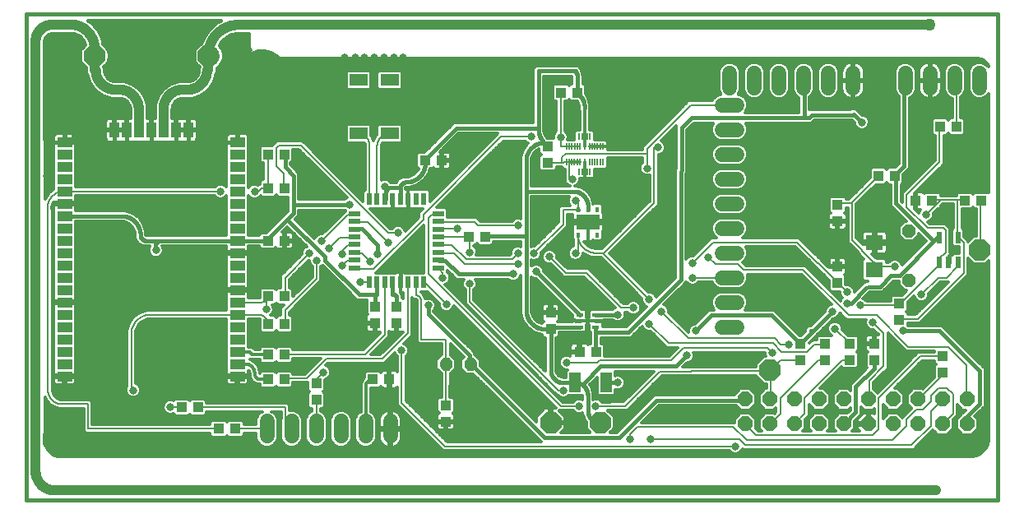
<source format=gtl>
G75*
%MOIN*%
%OFA0B0*%
%FSLAX25Y25*%
%IPPOS*%
%LPD*%
%AMOC8*
5,1,8,0,0,1.08239X$1,22.5*
%
%ADD10C,0.01600*%
%ADD11R,0.04331X0.03937*%
%ADD12R,0.03937X0.04331*%
%ADD13R,0.02200X0.05000*%
%ADD14R,0.05000X0.02200*%
%ADD15C,0.01040*%
%ADD16R,0.07480X0.05118*%
%ADD17OC8,0.08500*%
%ADD18R,0.06000X0.04000*%
%ADD19R,0.04000X0.06000*%
%ADD20OC8,0.06000*%
%ADD21R,0.01121X0.02756*%
%ADD22C,0.06000*%
%ADD23R,0.02953X0.01575*%
%ADD24R,0.04724X0.07874*%
%ADD25C,0.05000*%
%ADD26R,0.01575X0.02362*%
%ADD27R,0.09449X0.05906*%
%ADD28R,0.02362X0.04724*%
%ADD29OC8,0.05200*%
%ADD30R,0.07087X0.06299*%
%ADD31C,0.02756*%
%ADD32C,0.03169*%
%ADD33C,0.01200*%
%ADD34C,0.01575*%
%ADD35C,0.00800*%
%ADD36C,0.04000*%
%ADD37C,0.08600*%
D10*
X0001800Y0001800D02*
X0395501Y0001800D01*
X0395501Y0198650D01*
X0001800Y0198650D01*
X0001800Y0001800D01*
X0017341Y0051869D02*
X0017341Y0052164D01*
X0024920Y0052164D01*
X0078670Y0052164D02*
X0087341Y0052164D01*
X0087341Y0051869D01*
X0143050Y0069064D02*
X0143050Y0073454D01*
X0151800Y0073454D02*
X0151800Y0069064D01*
X0151800Y0080146D02*
X0151800Y0083572D01*
X0151798Y0083649D01*
X0151792Y0083726D01*
X0151783Y0083803D01*
X0151770Y0083879D01*
X0151753Y0083955D01*
X0151732Y0084029D01*
X0151708Y0084103D01*
X0151680Y0084175D01*
X0151649Y0084245D01*
X0151614Y0084314D01*
X0151576Y0084382D01*
X0151535Y0084447D01*
X0151490Y0084510D01*
X0151442Y0084571D01*
X0151392Y0084630D01*
X0151339Y0084686D01*
X0151283Y0084739D01*
X0151224Y0084789D01*
X0151163Y0084837D01*
X0151100Y0084882D01*
X0151035Y0084923D01*
X0150967Y0084961D01*
X0150898Y0084996D01*
X0150828Y0085027D01*
X0150756Y0085055D01*
X0150682Y0085079D01*
X0150608Y0085100D01*
X0150532Y0085117D01*
X0150456Y0085130D01*
X0150379Y0085139D01*
X0150302Y0085145D01*
X0150225Y0085147D01*
X0150225Y0085146D02*
X0150225Y0089900D01*
X0153375Y0089900D02*
X0153375Y0096800D01*
X0143926Y0089900D02*
X0143926Y0085146D01*
X0143145Y0084666D02*
X0143123Y0084620D01*
X0143104Y0084572D01*
X0143087Y0084523D01*
X0143074Y0084474D01*
X0143064Y0084423D01*
X0143056Y0084373D01*
X0143052Y0084321D01*
X0143050Y0084270D01*
X0143050Y0080146D01*
X0143145Y0084666D02*
X0143172Y0084716D01*
X0143202Y0084764D01*
X0143236Y0084810D01*
X0143272Y0084853D01*
X0143311Y0084894D01*
X0143353Y0084933D01*
X0143397Y0084968D01*
X0143444Y0085001D01*
X0143492Y0085031D01*
X0143542Y0085057D01*
X0143594Y0085081D01*
X0143647Y0085100D01*
X0143702Y0085117D01*
X0143757Y0085130D01*
X0143813Y0085139D01*
X0143869Y0085144D01*
X0143926Y0085146D01*
X0111170Y0107164D02*
X0106396Y0107164D01*
X0106396Y0106800D01*
X0099704Y0106800D02*
X0099702Y0106815D01*
X0099697Y0106830D01*
X0099689Y0106843D01*
X0099678Y0106854D01*
X0099665Y0106862D01*
X0099650Y0106867D01*
X0099635Y0106869D01*
X0087341Y0106869D01*
X0087339Y0106854D01*
X0087334Y0106839D01*
X0087326Y0106826D01*
X0087315Y0106815D01*
X0087302Y0106807D01*
X0087287Y0106802D01*
X0087272Y0106800D01*
X0055550Y0106800D01*
X0050245Y0106800D01*
X0050154Y0106802D01*
X0050064Y0106807D01*
X0049973Y0106817D01*
X0049884Y0106830D01*
X0049795Y0106847D01*
X0049706Y0106867D01*
X0049619Y0106891D01*
X0049532Y0106919D01*
X0049447Y0106950D01*
X0049363Y0106985D01*
X0049281Y0107023D01*
X0049200Y0107065D01*
X0049121Y0107109D01*
X0049044Y0107157D01*
X0048970Y0107209D01*
X0048897Y0107263D01*
X0048826Y0107320D01*
X0048758Y0107380D01*
X0048693Y0107443D01*
X0048630Y0107508D01*
X0048570Y0107576D01*
X0048513Y0107647D01*
X0048459Y0107720D01*
X0048407Y0107794D01*
X0048359Y0107871D01*
X0048315Y0107950D01*
X0048273Y0108031D01*
X0048235Y0108113D01*
X0048200Y0108197D01*
X0048169Y0108282D01*
X0048141Y0108369D01*
X0048117Y0108456D01*
X0048097Y0108545D01*
X0048080Y0108634D01*
X0048067Y0108723D01*
X0048057Y0108814D01*
X0048052Y0108904D01*
X0048050Y0108995D01*
X0048048Y0109185D01*
X0048041Y0109375D01*
X0048029Y0109565D01*
X0048013Y0109755D01*
X0047993Y0109944D01*
X0047967Y0110133D01*
X0047938Y0110321D01*
X0047903Y0110508D01*
X0047864Y0110694D01*
X0047821Y0110879D01*
X0047773Y0111064D01*
X0047721Y0111247D01*
X0047665Y0111428D01*
X0047604Y0111608D01*
X0047538Y0111787D01*
X0047469Y0111964D01*
X0047395Y0112140D01*
X0047317Y0112313D01*
X0047234Y0112485D01*
X0047148Y0112654D01*
X0047058Y0112822D01*
X0046963Y0112987D01*
X0046865Y0113150D01*
X0046762Y0113310D01*
X0046656Y0113468D01*
X0046546Y0113623D01*
X0046433Y0113776D01*
X0046315Y0113926D01*
X0046194Y0114072D01*
X0046070Y0114216D01*
X0045942Y0114357D01*
X0045811Y0114495D01*
X0045676Y0114630D01*
X0045538Y0114761D01*
X0045397Y0114889D01*
X0045253Y0115013D01*
X0045107Y0115134D01*
X0044957Y0115252D01*
X0044804Y0115365D01*
X0044649Y0115475D01*
X0044491Y0115581D01*
X0044331Y0115684D01*
X0044168Y0115782D01*
X0044003Y0115877D01*
X0043835Y0115967D01*
X0043666Y0116053D01*
X0043494Y0116136D01*
X0043321Y0116214D01*
X0043145Y0116288D01*
X0042968Y0116357D01*
X0042789Y0116423D01*
X0042609Y0116484D01*
X0042428Y0116540D01*
X0042245Y0116592D01*
X0042060Y0116640D01*
X0041875Y0116683D01*
X0041689Y0116722D01*
X0041502Y0116757D01*
X0041314Y0116786D01*
X0041125Y0116812D01*
X0040936Y0116832D01*
X0040746Y0116848D01*
X0040556Y0116860D01*
X0040366Y0116867D01*
X0040176Y0116869D01*
X0017341Y0116869D01*
X0017341Y0121869D02*
X0017341Y0122164D01*
X0024920Y0122164D01*
X0055550Y0106800D02*
X0055457Y0106751D01*
X0055367Y0106700D01*
X0055278Y0106644D01*
X0055191Y0106586D01*
X0055107Y0106524D01*
X0055025Y0106459D01*
X0054946Y0106391D01*
X0054869Y0106320D01*
X0054795Y0106247D01*
X0054723Y0106170D01*
X0054655Y0106091D01*
X0054589Y0106010D01*
X0054527Y0105926D01*
X0054468Y0105840D01*
X0054412Y0105752D01*
X0054359Y0105661D01*
X0054310Y0105569D01*
X0054264Y0105475D01*
X0054222Y0105380D01*
X0054183Y0105282D01*
X0054148Y0105184D01*
X0054117Y0105084D01*
X0054090Y0104983D01*
X0054066Y0104881D01*
X0054046Y0104779D01*
X0054030Y0104675D01*
X0054018Y0104572D01*
X0054010Y0104467D01*
X0054006Y0104363D01*
X0054005Y0104258D01*
X0054009Y0104154D01*
X0054016Y0104050D01*
X0054028Y0103946D01*
X0054043Y0103842D01*
X0054062Y0103740D01*
X0054085Y0103638D01*
X0054111Y0103537D01*
X0054142Y0103437D01*
X0054176Y0103338D01*
X0054214Y0103240D01*
X0054255Y0103144D01*
X0054300Y0103050D01*
X0078670Y0102164D02*
X0087341Y0102164D01*
X0087341Y0101869D01*
X0087341Y0087164D02*
X0078670Y0087164D01*
X0087341Y0087164D02*
X0087341Y0086869D01*
X0024920Y0082164D02*
X0017341Y0082164D01*
X0017341Y0081869D01*
X0036672Y0144802D02*
X0037341Y0144802D01*
X0037341Y0151869D01*
X0037141Y0152060D02*
X0009150Y0152060D01*
X0009300Y0152060D02*
X0020550Y0152060D01*
X0035550Y0152060D01*
X0035550Y0152069D02*
X0035550Y0151669D01*
X0033541Y0151669D01*
X0033541Y0149300D01*
X0022089Y0149300D01*
X0022019Y0149564D01*
X0021782Y0149974D01*
X0021447Y0150309D01*
X0021036Y0150546D01*
X0020578Y0150669D01*
X0020550Y0150669D01*
X0020550Y0190700D01*
X0020981Y0190700D01*
X0021703Y0190501D01*
X0023437Y0189545D01*
X0024790Y0188100D01*
X0025577Y0186421D01*
X0024298Y0185142D01*
X0024248Y0185021D01*
X0023450Y0184223D01*
X0023450Y0183094D01*
X0023400Y0182974D01*
X0023400Y0180626D01*
X0023450Y0180506D01*
X0023450Y0179377D01*
X0024248Y0178579D01*
X0024298Y0178458D01*
X0025700Y0177056D01*
X0025700Y0175208D01*
X0026248Y0173885D01*
X0026491Y0173642D01*
X0027463Y0170650D01*
X0029599Y0167710D01*
X0029599Y0167710D01*
X0029599Y0167710D01*
X0027463Y0170650D01*
X0026491Y0173642D01*
X0026248Y0173885D01*
X0025700Y0175208D01*
X0025700Y0177056D01*
X0024298Y0178458D01*
X0024248Y0178579D01*
X0023450Y0179377D01*
X0023450Y0180506D01*
X0023400Y0180626D01*
X0023400Y0182974D01*
X0023450Y0183094D01*
X0023450Y0184223D01*
X0024248Y0185021D01*
X0024298Y0185142D01*
X0025577Y0186421D01*
X0024790Y0188100D01*
X0023437Y0189545D01*
X0021703Y0190501D01*
X0020981Y0190700D01*
X0012174Y0190700D01*
X0020550Y0190700D01*
X0020550Y0150669D01*
X0017541Y0150669D01*
X0017541Y0148050D01*
X0017141Y0148050D01*
X0017141Y0150669D01*
X0014104Y0150669D01*
X0013647Y0150546D01*
X0013236Y0150309D01*
X0012901Y0149974D01*
X0012664Y0149564D01*
X0012541Y0149106D01*
X0012541Y0148050D01*
X0009300Y0148050D01*
X0009300Y0188496D01*
X0009480Y0189049D01*
X0010036Y0189814D01*
X0010801Y0190370D01*
X0011701Y0190663D01*
X0012174Y0190700D01*
X0011701Y0190663D01*
X0010801Y0190370D01*
X0010036Y0189814D01*
X0009480Y0189049D01*
X0009187Y0188149D01*
X0009150Y0187676D01*
X0009150Y0148050D01*
X0012541Y0148050D01*
X0012541Y0149106D01*
X0012664Y0149564D01*
X0012901Y0149974D01*
X0013236Y0150309D01*
X0013647Y0150546D01*
X0014104Y0150669D01*
X0017141Y0150669D01*
X0017141Y0148050D01*
X0017541Y0148050D01*
X0017541Y0150669D01*
X0020578Y0150669D01*
X0021036Y0150546D01*
X0021447Y0150309D01*
X0021782Y0149974D01*
X0022019Y0149564D01*
X0022141Y0149106D01*
X0022141Y0148050D01*
X0033736Y0148050D01*
X0033664Y0148174D01*
X0033541Y0148632D01*
X0033541Y0151669D01*
X0037141Y0151669D01*
X0037141Y0152069D01*
X0033541Y0152069D01*
X0035550Y0152069D01*
X0037141Y0152069D02*
X0037141Y0156669D01*
X0035104Y0156669D01*
X0034647Y0156546D01*
X0034236Y0156309D01*
X0033901Y0155974D01*
X0033664Y0155564D01*
X0033541Y0155106D01*
X0033541Y0152069D01*
X0033541Y0155106D01*
X0033664Y0155564D01*
X0033901Y0155974D01*
X0034236Y0156309D01*
X0034647Y0156546D01*
X0035104Y0156669D01*
X0035550Y0156669D01*
X0035550Y0164595D01*
X0032540Y0165573D01*
X0029599Y0167710D01*
X0032540Y0165573D01*
X0035996Y0164450D01*
X0039467Y0164450D01*
X0040136Y0164397D01*
X0041408Y0163984D01*
X0042490Y0163198D01*
X0043275Y0162116D01*
X0043689Y0160845D01*
X0043741Y0160176D01*
X0043741Y0156669D01*
X0042541Y0156669D01*
X0042541Y0152069D01*
X0042141Y0152069D01*
X0042141Y0151669D01*
X0037541Y0151669D01*
X0037541Y0152069D01*
X0037141Y0152069D01*
X0037541Y0152069D02*
X0037541Y0156669D01*
X0039578Y0156669D01*
X0039841Y0156598D01*
X0040104Y0156669D01*
X0042141Y0156669D01*
X0042141Y0152069D01*
X0041141Y0152069D01*
X0037541Y0152069D01*
X0037541Y0152060D02*
X0042141Y0152060D01*
X0042341Y0151869D02*
X0042341Y0144802D01*
X0044546Y0144802D01*
X0052341Y0144802D02*
X0052420Y0144802D01*
X0052341Y0144802D02*
X0052341Y0151869D01*
X0052141Y0152069D02*
X0052141Y0156669D01*
X0050941Y0156669D01*
X0050941Y0161993D01*
X0049818Y0165450D01*
X0047682Y0168390D01*
X0047682Y0168390D01*
X0044741Y0170527D01*
X0041285Y0171650D01*
X0037814Y0171650D01*
X0037145Y0171703D01*
X0035873Y0172116D01*
X0034792Y0172902D01*
X0034006Y0173984D01*
X0033592Y0175255D01*
X0033540Y0175924D01*
X0033540Y0176640D01*
X0033260Y0177316D01*
X0034402Y0178458D01*
X0034522Y0178749D01*
X0035150Y0179377D01*
X0035150Y0180264D01*
X0035300Y0180626D01*
X0035300Y0182974D01*
X0035150Y0183336D01*
X0035150Y0184223D01*
X0034522Y0184851D01*
X0034402Y0185142D01*
X0032926Y0186618D01*
X0032709Y0188352D01*
X0032709Y0188352D01*
X0032709Y0188352D01*
X0032926Y0186618D01*
X0034402Y0185142D01*
X0034522Y0184851D01*
X0035150Y0184223D01*
X0035150Y0183336D01*
X0035300Y0182974D01*
X0035300Y0180626D01*
X0035150Y0180264D01*
X0035150Y0179377D01*
X0034522Y0178749D01*
X0034402Y0178458D01*
X0033260Y0177316D01*
X0033540Y0176640D01*
X0033540Y0175924D01*
X0033592Y0175255D01*
X0034006Y0173984D01*
X0034792Y0172902D01*
X0035550Y0172351D01*
X0035550Y0196050D01*
X0026711Y0196050D01*
X0027962Y0195360D01*
X0027962Y0195360D01*
X0030891Y0192232D01*
X0030891Y0192232D01*
X0032709Y0188352D01*
X0030891Y0192232D01*
X0030891Y0192232D01*
X0027962Y0195360D01*
X0026711Y0196050D01*
X0080330Y0196050D01*
X0078717Y0195226D01*
X0075617Y0192427D01*
X0075617Y0192427D01*
X0075617Y0192427D01*
X0073346Y0188920D01*
X0072844Y0187368D01*
X0072329Y0186852D01*
X0072208Y0186802D01*
X0070548Y0185142D01*
X0070498Y0185021D01*
X0069700Y0184223D01*
X0069700Y0183094D01*
X0069650Y0182974D01*
X0069650Y0180626D01*
X0069700Y0180506D01*
X0069700Y0179377D01*
X0070498Y0178579D01*
X0070548Y0178458D01*
X0071696Y0177310D01*
X0071419Y0176640D01*
X0071419Y0175924D01*
X0071366Y0175255D01*
X0070953Y0173984D01*
X0070167Y0172902D01*
X0069085Y0172116D01*
X0067813Y0171703D01*
X0067145Y0171650D01*
X0063398Y0171650D01*
X0059941Y0170527D01*
X0057001Y0168390D01*
X0054864Y0165450D01*
X0053741Y0161993D01*
X0053741Y0156669D01*
X0052541Y0156669D01*
X0052541Y0152069D01*
X0052141Y0152069D01*
X0052141Y0153659D02*
X0052541Y0153659D01*
X0052541Y0155257D02*
X0052141Y0155257D01*
X0050941Y0156856D02*
X0053741Y0156856D01*
X0053741Y0158454D02*
X0050941Y0158454D01*
X0050941Y0160053D02*
X0053741Y0160053D01*
X0053741Y0161651D02*
X0050941Y0161651D01*
X0050533Y0163250D02*
X0054150Y0163250D01*
X0054669Y0164848D02*
X0050014Y0164848D01*
X0049818Y0165450D02*
X0049818Y0165450D01*
X0049094Y0166447D02*
X0055589Y0166447D01*
X0054864Y0165450D02*
X0054864Y0165450D01*
X0056750Y0168045D02*
X0047933Y0168045D01*
X0047682Y0168390D02*
X0047682Y0168390D01*
X0045957Y0169644D02*
X0058726Y0169644D01*
X0059941Y0170527D02*
X0059941Y0170527D01*
X0062143Y0171242D02*
X0042540Y0171242D01*
X0044741Y0170527D02*
X0044741Y0170527D01*
X0035550Y0172841D02*
X0034876Y0172841D01*
X0070083Y0172841D01*
X0071101Y0174439D02*
X0033858Y0174439D01*
X0035550Y0174439D01*
X0035550Y0176038D02*
X0033540Y0176038D01*
X0071419Y0176038D01*
X0071370Y0177636D02*
X0033580Y0177636D01*
X0035550Y0177636D01*
X0035550Y0179235D02*
X0035008Y0179235D01*
X0069842Y0179235D01*
X0069650Y0180833D02*
X0035300Y0180833D01*
X0035550Y0180833D01*
X0035550Y0182432D02*
X0035300Y0182432D01*
X0069650Y0182432D01*
X0069700Y0184030D02*
X0035150Y0184030D01*
X0035550Y0184030D01*
X0035550Y0185629D02*
X0033915Y0185629D01*
X0071035Y0185629D01*
X0072704Y0187227D02*
X0032850Y0187227D01*
X0035550Y0187227D01*
X0035550Y0188826D02*
X0032487Y0188826D01*
X0073316Y0188826D01*
X0073346Y0188920D02*
X0073346Y0188920D01*
X0074320Y0190424D02*
X0031738Y0190424D01*
X0035550Y0190424D01*
X0035550Y0192023D02*
X0030989Y0192023D01*
X0075355Y0192023D01*
X0076940Y0193621D02*
X0029590Y0193621D01*
X0035550Y0193621D01*
X0035550Y0195220D02*
X0028094Y0195220D01*
X0078710Y0195220D01*
X0078717Y0195226D02*
X0078717Y0195226D01*
X0084895Y0190215D02*
X0087107Y0190688D01*
X0087917Y0190700D01*
X0088332Y0190700D01*
X0088956Y0190668D01*
X0089045Y0190700D01*
X0091800Y0190700D01*
X0091800Y0149942D01*
X0091782Y0149974D01*
X0091447Y0150309D01*
X0091036Y0150546D01*
X0090578Y0150669D01*
X0087541Y0150669D01*
X0087541Y0148050D01*
X0087141Y0148050D01*
X0087141Y0150669D01*
X0084104Y0150669D01*
X0083647Y0150546D01*
X0083236Y0150309D01*
X0082901Y0149974D01*
X0082664Y0149564D01*
X0082541Y0149106D01*
X0082541Y0148050D01*
X0080550Y0148050D01*
X0080550Y0178206D01*
X0080802Y0178458D01*
X0081029Y0179005D01*
X0081400Y0179377D01*
X0081400Y0179902D01*
X0081700Y0180626D01*
X0081700Y0182974D01*
X0081400Y0183698D01*
X0081400Y0184223D01*
X0081029Y0184595D01*
X0080802Y0185142D01*
X0080550Y0185394D01*
X0080550Y0185550D01*
X0091800Y0185550D01*
X0091800Y0149942D01*
X0091782Y0149974D01*
X0091447Y0150309D01*
X0091036Y0150546D01*
X0090578Y0150669D01*
X0087541Y0150669D01*
X0087541Y0148050D01*
X0087141Y0148050D01*
X0087141Y0150669D01*
X0084104Y0150669D01*
X0083647Y0150546D01*
X0083236Y0150309D01*
X0082901Y0149974D01*
X0082664Y0149564D01*
X0082541Y0149106D01*
X0082541Y0148050D01*
X0070947Y0148050D01*
X0071019Y0148174D01*
X0071141Y0148632D01*
X0071141Y0151669D01*
X0067541Y0151669D01*
X0067541Y0152069D01*
X0067141Y0152069D01*
X0067141Y0151669D01*
X0062541Y0151669D01*
X0062541Y0152069D01*
X0062141Y0152069D01*
X0062141Y0156669D01*
X0060941Y0156669D01*
X0060941Y0160176D01*
X0060994Y0160845D01*
X0061407Y0162116D01*
X0062193Y0163198D01*
X0063275Y0163984D01*
X0064547Y0164397D01*
X0065215Y0164450D01*
X0068962Y0164450D01*
X0072418Y0165573D01*
X0072419Y0165573D01*
X0075359Y0167710D01*
X0077495Y0170650D01*
X0078520Y0173802D01*
X0078602Y0173885D01*
X0079150Y0175208D01*
X0079150Y0176806D01*
X0080802Y0178458D01*
X0081029Y0179005D01*
X0081400Y0179377D01*
X0081400Y0179902D01*
X0081700Y0180626D01*
X0081700Y0182974D01*
X0081400Y0183698D01*
X0081400Y0184223D01*
X0081029Y0184595D01*
X0080802Y0185142D01*
X0080052Y0185892D01*
X0081202Y0187669D01*
X0082881Y0189185D01*
X0084895Y0190215D01*
X0085874Y0190424D02*
X0091800Y0190424D01*
X0091800Y0188826D02*
X0082483Y0188826D01*
X0080916Y0187227D02*
X0091800Y0187227D01*
X0091800Y0185629D02*
X0080315Y0185629D01*
X0081400Y0184030D02*
X0091800Y0184030D01*
X0081400Y0184030D01*
X0081700Y0182432D02*
X0091800Y0182432D01*
X0081700Y0182432D01*
X0081700Y0180833D02*
X0091800Y0180833D01*
X0081700Y0180833D01*
X0081258Y0179235D02*
X0091800Y0179235D01*
X0081258Y0179235D01*
X0080550Y0177636D02*
X0091800Y0177636D01*
X0079980Y0177636D01*
X0080550Y0176038D02*
X0091800Y0176038D01*
X0079150Y0176038D01*
X0078832Y0174439D02*
X0091800Y0174439D01*
X0080550Y0174439D01*
X0080550Y0172841D02*
X0091800Y0172841D01*
X0078207Y0172841D01*
X0077688Y0171242D02*
X0091800Y0171242D01*
X0080550Y0171242D01*
X0080550Y0169644D02*
X0091800Y0169644D01*
X0076764Y0169644D01*
X0077495Y0170650D02*
X0077495Y0170650D01*
X0075603Y0168045D02*
X0091800Y0168045D01*
X0080550Y0168045D01*
X0080550Y0166447D02*
X0091800Y0166447D01*
X0073621Y0166447D01*
X0075359Y0167710D02*
X0075359Y0167710D01*
X0075359Y0167710D01*
X0070187Y0164848D02*
X0091800Y0164848D01*
X0080550Y0164848D01*
X0080550Y0164300D02*
X0065550Y0164300D01*
X0065550Y0156669D01*
X0067141Y0156669D01*
X0067141Y0152069D01*
X0066141Y0152069D01*
X0062541Y0152069D01*
X0062541Y0156669D01*
X0064578Y0156669D01*
X0064841Y0156598D01*
X0065104Y0156669D01*
X0067141Y0156669D01*
X0067141Y0152069D01*
X0067541Y0152069D01*
X0067541Y0156669D01*
X0069578Y0156669D01*
X0070036Y0156546D01*
X0070447Y0156309D01*
X0070782Y0155974D01*
X0071019Y0155564D01*
X0071141Y0155106D01*
X0071141Y0152069D01*
X0067541Y0152069D01*
X0067541Y0156669D01*
X0069578Y0156669D01*
X0070036Y0156546D01*
X0070447Y0156309D01*
X0070782Y0155974D01*
X0071019Y0155564D01*
X0071141Y0155106D01*
X0071141Y0152069D01*
X0067541Y0152069D01*
X0067541Y0151669D01*
X0071141Y0151669D01*
X0071141Y0149300D01*
X0080550Y0149300D01*
X0080550Y0164300D01*
X0080550Y0163250D02*
X0091800Y0163250D01*
X0062264Y0163250D01*
X0061256Y0161651D02*
X0091800Y0161651D01*
X0080550Y0161651D01*
X0065550Y0161651D01*
X0065550Y0160053D02*
X0080550Y0160053D01*
X0091800Y0160053D01*
X0060941Y0160053D01*
X0060941Y0158454D02*
X0091800Y0158454D01*
X0080550Y0158454D01*
X0065550Y0158454D01*
X0065550Y0156856D02*
X0080550Y0156856D01*
X0091800Y0156856D01*
X0060941Y0156856D01*
X0062141Y0155257D02*
X0062541Y0155257D01*
X0062541Y0153659D02*
X0062141Y0153659D01*
X0062541Y0152060D02*
X0067141Y0152060D01*
X0067341Y0151869D02*
X0067341Y0144802D01*
X0068168Y0144802D01*
X0062341Y0144802D02*
X0060294Y0144802D01*
X0062341Y0144802D02*
X0062341Y0151869D01*
X0067141Y0153659D02*
X0067541Y0153659D01*
X0067141Y0153659D01*
X0067141Y0155257D02*
X0067541Y0155257D01*
X0067141Y0155257D01*
X0071101Y0155257D02*
X0080550Y0155257D01*
X0091800Y0155257D01*
X0071101Y0155257D01*
X0071141Y0153659D02*
X0080550Y0153659D01*
X0091800Y0153659D01*
X0071141Y0153659D01*
X0071141Y0150462D02*
X0080550Y0150462D01*
X0083500Y0150462D01*
X0071141Y0150462D01*
X0071141Y0148863D02*
X0082541Y0148863D01*
X0080550Y0148863D01*
X0080550Y0152060D02*
X0091800Y0152060D01*
X0067541Y0152060D01*
X0080550Y0152060D01*
X0083916Y0152676D02*
X0087341Y0152676D01*
X0087341Y0146869D01*
X0087141Y0148863D02*
X0087541Y0148863D01*
X0087141Y0148863D01*
X0087141Y0150462D02*
X0087541Y0150462D01*
X0087141Y0150462D01*
X0091183Y0150462D02*
X0091800Y0150462D01*
X0091183Y0150462D01*
X0080550Y0163250D02*
X0065550Y0163250D01*
X0057001Y0168390D02*
X0057001Y0168390D01*
X0043427Y0161651D02*
X0009150Y0161651D01*
X0009300Y0161651D02*
X0020550Y0161651D01*
X0035550Y0161651D01*
X0035550Y0160053D02*
X0020550Y0160053D01*
X0009300Y0160053D01*
X0009150Y0160053D02*
X0043741Y0160053D01*
X0043741Y0158454D02*
X0009150Y0158454D01*
X0009300Y0158454D02*
X0020550Y0158454D01*
X0035550Y0158454D01*
X0035550Y0156856D02*
X0020550Y0156856D01*
X0009300Y0156856D01*
X0009150Y0156856D02*
X0043741Y0156856D01*
X0042541Y0155257D02*
X0042141Y0155257D01*
X0042141Y0153659D02*
X0042541Y0153659D01*
X0037541Y0153659D02*
X0037141Y0153659D01*
X0037141Y0155257D02*
X0037541Y0155257D01*
X0033582Y0155257D02*
X0020550Y0155257D01*
X0009300Y0155257D01*
X0009150Y0155257D02*
X0033582Y0155257D01*
X0033541Y0153659D02*
X0020550Y0153659D01*
X0009300Y0153659D01*
X0009150Y0153659D02*
X0033541Y0153659D01*
X0033541Y0150462D02*
X0021183Y0150462D01*
X0033541Y0150462D01*
X0033541Y0148863D02*
X0022141Y0148863D01*
X0020924Y0146869D02*
X0017341Y0146869D01*
X0017141Y0148863D02*
X0017541Y0148863D01*
X0017141Y0148863D01*
X0017141Y0150462D02*
X0017541Y0150462D01*
X0017141Y0150462D01*
X0013500Y0150462D02*
X0009300Y0150462D01*
X0009150Y0150462D02*
X0013500Y0150462D01*
X0012541Y0148863D02*
X0009300Y0148863D01*
X0009150Y0148863D02*
X0012541Y0148863D01*
X0020924Y0146869D02*
X0020924Y0152676D01*
X0020550Y0163250D02*
X0009300Y0163250D01*
X0009150Y0163250D02*
X0042419Y0163250D01*
X0035550Y0163250D02*
X0020550Y0163250D01*
X0020550Y0164848D02*
X0034771Y0164848D01*
X0009150Y0164848D01*
X0009300Y0164848D02*
X0020550Y0164848D01*
X0020550Y0166447D02*
X0031337Y0166447D01*
X0009150Y0166447D01*
X0009300Y0166447D02*
X0020550Y0166447D01*
X0020550Y0168045D02*
X0029355Y0168045D01*
X0009150Y0168045D01*
X0009300Y0168045D02*
X0020550Y0168045D01*
X0020550Y0169644D02*
X0028194Y0169644D01*
X0009150Y0169644D01*
X0009300Y0169644D02*
X0020550Y0169644D01*
X0020550Y0171242D02*
X0027270Y0171242D01*
X0009150Y0171242D01*
X0009300Y0171242D02*
X0020550Y0171242D01*
X0020550Y0172841D02*
X0026751Y0172841D01*
X0009150Y0172841D01*
X0009300Y0172841D02*
X0020550Y0172841D01*
X0020550Y0174439D02*
X0026018Y0174439D01*
X0009150Y0174439D01*
X0009300Y0174439D02*
X0020550Y0174439D01*
X0020550Y0176038D02*
X0025700Y0176038D01*
X0009150Y0176038D01*
X0009300Y0176038D02*
X0020550Y0176038D01*
X0020550Y0177636D02*
X0025120Y0177636D01*
X0009150Y0177636D01*
X0009300Y0177636D02*
X0020550Y0177636D01*
X0020550Y0179235D02*
X0023592Y0179235D01*
X0009150Y0179235D01*
X0009300Y0179235D02*
X0020550Y0179235D01*
X0020550Y0180833D02*
X0023400Y0180833D01*
X0009150Y0180833D01*
X0009300Y0180833D02*
X0020550Y0180833D01*
X0020550Y0182432D02*
X0023400Y0182432D01*
X0009150Y0182432D01*
X0009300Y0182432D02*
X0020550Y0182432D01*
X0020550Y0184030D02*
X0023450Y0184030D01*
X0009150Y0184030D01*
X0009300Y0184030D02*
X0020550Y0184030D01*
X0020550Y0185629D02*
X0024785Y0185629D01*
X0009150Y0185629D01*
X0009300Y0185629D02*
X0020550Y0185629D01*
X0020550Y0187227D02*
X0025199Y0187227D01*
X0009150Y0187227D01*
X0009300Y0187227D02*
X0020550Y0187227D01*
X0020550Y0188826D02*
X0024110Y0188826D01*
X0009407Y0188826D01*
X0020550Y0188826D01*
X0020550Y0190424D02*
X0021843Y0190424D01*
X0010967Y0190424D01*
X0020550Y0190424D01*
X0027962Y0195360D02*
X0027962Y0195360D01*
X0029300Y0175924D02*
X0029940Y0175924D01*
X0075019Y0175924D02*
X0075550Y0175924D01*
X0155580Y0130550D02*
X0155770Y0130552D01*
X0155960Y0130559D01*
X0156150Y0130571D01*
X0156340Y0130587D01*
X0156529Y0130607D01*
X0156718Y0130633D01*
X0156906Y0130662D01*
X0157093Y0130697D01*
X0157279Y0130736D01*
X0157464Y0130779D01*
X0157649Y0130827D01*
X0157832Y0130879D01*
X0158013Y0130935D01*
X0158193Y0130996D01*
X0158372Y0131062D01*
X0158549Y0131131D01*
X0158725Y0131205D01*
X0158898Y0131283D01*
X0159070Y0131366D01*
X0159239Y0131452D01*
X0159407Y0131542D01*
X0159572Y0131637D01*
X0159735Y0131735D01*
X0159895Y0131838D01*
X0160053Y0131944D01*
X0160208Y0132054D01*
X0160361Y0132167D01*
X0160511Y0132285D01*
X0160657Y0132406D01*
X0160801Y0132530D01*
X0160942Y0132658D01*
X0161080Y0132789D01*
X0161215Y0132924D01*
X0161346Y0133062D01*
X0161474Y0133203D01*
X0161598Y0133347D01*
X0161719Y0133493D01*
X0161837Y0133643D01*
X0161950Y0133796D01*
X0162060Y0133951D01*
X0162166Y0134109D01*
X0162269Y0134269D01*
X0162367Y0134432D01*
X0162462Y0134597D01*
X0162552Y0134765D01*
X0162638Y0134934D01*
X0162721Y0135106D01*
X0162799Y0135279D01*
X0162873Y0135455D01*
X0162942Y0135632D01*
X0163008Y0135811D01*
X0163069Y0135991D01*
X0163125Y0136172D01*
X0163177Y0136355D01*
X0163225Y0136540D01*
X0163268Y0136725D01*
X0163307Y0136911D01*
X0163342Y0137098D01*
X0163371Y0137286D01*
X0163397Y0137475D01*
X0163417Y0137664D01*
X0163433Y0137854D01*
X0163445Y0138044D01*
X0163452Y0138234D01*
X0163454Y0138424D01*
X0163454Y0139300D01*
X0170146Y0139300D02*
X0175127Y0139300D01*
X0155580Y0130550D02*
X0155550Y0130550D01*
X0155459Y0130548D01*
X0155369Y0130542D01*
X0155279Y0130533D01*
X0155189Y0130519D01*
X0155100Y0130502D01*
X0155012Y0130481D01*
X0154925Y0130456D01*
X0154838Y0130428D01*
X0154754Y0130396D01*
X0154670Y0130360D01*
X0154588Y0130321D01*
X0154508Y0130279D01*
X0154430Y0130233D01*
X0154354Y0130184D01*
X0154280Y0130131D01*
X0154208Y0130076D01*
X0154139Y0130017D01*
X0154072Y0129956D01*
X0154008Y0129892D01*
X0153947Y0129825D01*
X0153888Y0129756D01*
X0153833Y0129684D01*
X0153780Y0129610D01*
X0153731Y0129534D01*
X0153685Y0129456D01*
X0153643Y0129376D01*
X0153604Y0129294D01*
X0153568Y0129210D01*
X0153536Y0129126D01*
X0153508Y0129039D01*
X0153483Y0128952D01*
X0153462Y0128864D01*
X0153445Y0128775D01*
X0153431Y0128685D01*
X0153422Y0128595D01*
X0153416Y0128505D01*
X0153414Y0128414D01*
X0153414Y0128276D01*
X0153414Y0123700D01*
X0153375Y0123700D01*
X0156524Y0123700D02*
X0156524Y0116800D01*
X0150225Y0116800D02*
X0150225Y0123700D01*
X0204300Y0126800D02*
X0204300Y0108591D01*
X0204300Y0078828D01*
X0204302Y0078638D01*
X0204309Y0078448D01*
X0204321Y0078258D01*
X0204337Y0078068D01*
X0204357Y0077879D01*
X0204383Y0077690D01*
X0204412Y0077502D01*
X0204447Y0077315D01*
X0204486Y0077129D01*
X0204529Y0076944D01*
X0204577Y0076759D01*
X0204629Y0076576D01*
X0204685Y0076395D01*
X0204746Y0076215D01*
X0204812Y0076036D01*
X0204881Y0075859D01*
X0204955Y0075683D01*
X0205033Y0075510D01*
X0205116Y0075338D01*
X0205202Y0075169D01*
X0205292Y0075001D01*
X0205387Y0074836D01*
X0205485Y0074673D01*
X0205588Y0074513D01*
X0205694Y0074355D01*
X0205804Y0074200D01*
X0205917Y0074047D01*
X0206035Y0073897D01*
X0206156Y0073751D01*
X0206280Y0073607D01*
X0206408Y0073466D01*
X0206539Y0073328D01*
X0206674Y0073193D01*
X0206812Y0073062D01*
X0206953Y0072934D01*
X0207097Y0072810D01*
X0207243Y0072689D01*
X0207393Y0072571D01*
X0207546Y0072458D01*
X0207701Y0072348D01*
X0207859Y0072242D01*
X0208019Y0072139D01*
X0208182Y0072041D01*
X0208347Y0071946D01*
X0208515Y0071856D01*
X0208684Y0071770D01*
X0208856Y0071687D01*
X0209029Y0071609D01*
X0209205Y0071535D01*
X0209382Y0071466D01*
X0209561Y0071400D01*
X0209741Y0071339D01*
X0209922Y0071283D01*
X0210105Y0071231D01*
X0210290Y0071183D01*
X0210475Y0071140D01*
X0210661Y0071101D01*
X0210848Y0071066D01*
X0211036Y0071037D01*
X0211225Y0071011D01*
X0211414Y0070991D01*
X0211604Y0070975D01*
X0211794Y0070963D01*
X0211984Y0070956D01*
X0212174Y0070954D01*
X0214300Y0070954D01*
X0214300Y0054300D01*
X0214302Y0054160D01*
X0214308Y0054020D01*
X0214318Y0053880D01*
X0214331Y0053740D01*
X0214349Y0053601D01*
X0214371Y0053462D01*
X0214396Y0053325D01*
X0214425Y0053187D01*
X0214458Y0053051D01*
X0214495Y0052916D01*
X0214536Y0052782D01*
X0214581Y0052649D01*
X0214629Y0052517D01*
X0214681Y0052387D01*
X0214736Y0052258D01*
X0214795Y0052131D01*
X0214858Y0052005D01*
X0214924Y0051881D01*
X0214993Y0051760D01*
X0215066Y0051640D01*
X0215143Y0051522D01*
X0215222Y0051407D01*
X0215305Y0051293D01*
X0215391Y0051183D01*
X0215480Y0051074D01*
X0215572Y0050968D01*
X0215667Y0050865D01*
X0215764Y0050764D01*
X0215865Y0050667D01*
X0215968Y0050572D01*
X0216074Y0050480D01*
X0216183Y0050391D01*
X0216293Y0050305D01*
X0216407Y0050222D01*
X0216522Y0050143D01*
X0216640Y0050066D01*
X0216760Y0049993D01*
X0216881Y0049924D01*
X0217005Y0049858D01*
X0217131Y0049795D01*
X0217258Y0049736D01*
X0217387Y0049681D01*
X0217517Y0049629D01*
X0217649Y0049581D01*
X0217782Y0049536D01*
X0217916Y0049495D01*
X0218051Y0049458D01*
X0218187Y0049425D01*
X0218325Y0049396D01*
X0218462Y0049371D01*
X0218601Y0049349D01*
X0218740Y0049331D01*
X0218880Y0049318D01*
X0219020Y0049308D01*
X0219160Y0049302D01*
X0219300Y0049300D01*
X0224251Y0049300D01*
X0227192Y0048355D02*
X0227305Y0048271D01*
X0227416Y0048184D01*
X0227525Y0048095D01*
X0227631Y0048002D01*
X0227734Y0047906D01*
X0227835Y0047807D01*
X0227933Y0047706D01*
X0228028Y0047602D01*
X0228120Y0047495D01*
X0228209Y0047386D01*
X0228295Y0047274D01*
X0228378Y0047160D01*
X0228457Y0047044D01*
X0228534Y0046925D01*
X0228606Y0046805D01*
X0228676Y0046682D01*
X0228742Y0046558D01*
X0228805Y0046432D01*
X0228864Y0046304D01*
X0228919Y0046174D01*
X0228971Y0046043D01*
X0229019Y0045911D01*
X0229064Y0045777D01*
X0229105Y0045642D01*
X0229142Y0045506D01*
X0229175Y0045369D01*
X0229204Y0045231D01*
X0229229Y0045093D01*
X0229251Y0044953D01*
X0229269Y0044814D01*
X0229282Y0044673D01*
X0229292Y0044533D01*
X0229298Y0044392D01*
X0229300Y0044251D01*
X0229300Y0038050D01*
X0229302Y0037910D01*
X0229308Y0037770D01*
X0229318Y0037630D01*
X0229331Y0037490D01*
X0229349Y0037351D01*
X0229371Y0037212D01*
X0229396Y0037075D01*
X0229425Y0036937D01*
X0229458Y0036801D01*
X0229495Y0036666D01*
X0229536Y0036532D01*
X0229581Y0036399D01*
X0229629Y0036267D01*
X0229681Y0036137D01*
X0229736Y0036008D01*
X0229795Y0035881D01*
X0229858Y0035755D01*
X0229924Y0035631D01*
X0229993Y0035510D01*
X0230066Y0035390D01*
X0230143Y0035272D01*
X0230222Y0035157D01*
X0230305Y0035043D01*
X0230391Y0034933D01*
X0230480Y0034824D01*
X0230572Y0034718D01*
X0230667Y0034615D01*
X0230764Y0034514D01*
X0230865Y0034417D01*
X0230968Y0034322D01*
X0231074Y0034230D01*
X0231183Y0034141D01*
X0231293Y0034055D01*
X0231407Y0033972D01*
X0231522Y0033893D01*
X0231640Y0033816D01*
X0231760Y0033743D01*
X0231881Y0033674D01*
X0232005Y0033608D01*
X0232131Y0033545D01*
X0232258Y0033486D01*
X0232387Y0033431D01*
X0232517Y0033379D01*
X0232649Y0033331D01*
X0232782Y0033286D01*
X0232916Y0033245D01*
X0233051Y0033208D01*
X0233187Y0033175D01*
X0233325Y0033146D01*
X0233462Y0033121D01*
X0233601Y0033099D01*
X0233740Y0033081D01*
X0233880Y0033068D01*
X0234020Y0033058D01*
X0234160Y0033052D01*
X0234300Y0033050D01*
X0227192Y0048355D02*
X0227080Y0048433D01*
X0226966Y0048508D01*
X0226850Y0048580D01*
X0226732Y0048648D01*
X0226612Y0048714D01*
X0226491Y0048776D01*
X0226368Y0048835D01*
X0226243Y0048891D01*
X0226117Y0048943D01*
X0225989Y0048991D01*
X0225860Y0049037D01*
X0225730Y0049078D01*
X0225599Y0049117D01*
X0225467Y0049151D01*
X0225334Y0049182D01*
X0225201Y0049210D01*
X0225066Y0049234D01*
X0224931Y0049254D01*
X0224796Y0049271D01*
X0224660Y0049283D01*
X0224524Y0049293D01*
X0224387Y0049298D01*
X0224251Y0049300D01*
X0236849Y0049300D02*
X0241426Y0049300D01*
X0232647Y0061800D02*
X0232622Y0061815D01*
X0232599Y0061832D01*
X0232579Y0061853D01*
X0232561Y0061876D01*
X0232547Y0061901D01*
X0232536Y0061927D01*
X0232529Y0061955D01*
X0232525Y0061984D01*
X0232526Y0062013D01*
X0232529Y0062041D01*
X0232537Y0062069D01*
X0232548Y0062095D01*
X0232548Y0069713D01*
X0232548Y0071741D01*
X0234300Y0074300D02*
X0236790Y0073050D01*
X0234300Y0074300D02*
X0232548Y0074300D01*
X0232548Y0076859D02*
X0241426Y0076859D01*
X0226052Y0074300D02*
X0224300Y0074300D01*
X0221790Y0075550D01*
X0226052Y0071741D02*
X0215087Y0071741D01*
X0215033Y0071739D01*
X0214980Y0071734D01*
X0214927Y0071725D01*
X0214875Y0071712D01*
X0214823Y0071696D01*
X0214773Y0071676D01*
X0214725Y0071653D01*
X0214678Y0071626D01*
X0214633Y0071597D01*
X0214590Y0071564D01*
X0214550Y0071529D01*
X0214512Y0071491D01*
X0214477Y0071451D01*
X0214444Y0071408D01*
X0214415Y0071363D01*
X0214388Y0071316D01*
X0214365Y0071268D01*
X0214345Y0071218D01*
X0214329Y0071166D01*
X0214316Y0071114D01*
X0214307Y0071061D01*
X0214302Y0071008D01*
X0214300Y0070954D01*
X0214300Y0077646D02*
X0214300Y0083050D01*
X0214290Y0083050D01*
X0221790Y0061800D02*
X0225954Y0061800D01*
X0171800Y0033454D02*
X0171800Y0027420D01*
X0155914Y0031052D02*
X0149300Y0031052D01*
X0149300Y0030550D01*
X0225245Y0119300D02*
X0225265Y0119302D01*
X0225285Y0119307D01*
X0225304Y0119316D01*
X0225321Y0119328D01*
X0225335Y0119342D01*
X0225347Y0119359D01*
X0225356Y0119378D01*
X0225361Y0119398D01*
X0225363Y0119418D01*
X0229300Y0119418D02*
X0229329Y0119571D01*
X0229355Y0119725D01*
X0229376Y0119880D01*
X0229394Y0120035D01*
X0229408Y0120190D01*
X0229418Y0120346D01*
X0229424Y0120502D01*
X0229426Y0120658D01*
X0229424Y0120814D01*
X0229419Y0120970D01*
X0229409Y0121125D01*
X0229396Y0121281D01*
X0229379Y0121436D01*
X0229358Y0121591D01*
X0229333Y0121745D01*
X0229304Y0121898D01*
X0229271Y0122051D01*
X0229235Y0122202D01*
X0229195Y0122353D01*
X0229151Y0122503D01*
X0229103Y0122651D01*
X0229052Y0122799D01*
X0228997Y0122945D01*
X0228939Y0123089D01*
X0228876Y0123233D01*
X0228811Y0123374D01*
X0228741Y0123514D01*
X0228669Y0123652D01*
X0228593Y0123788D01*
X0228513Y0123922D01*
X0228430Y0124055D01*
X0228344Y0124185D01*
X0228255Y0124313D01*
X0228163Y0124438D01*
X0228067Y0124562D01*
X0227968Y0124683D01*
X0227867Y0124801D01*
X0227762Y0124917D01*
X0227655Y0125030D01*
X0227545Y0125141D01*
X0227432Y0125248D01*
X0227316Y0125353D01*
X0227198Y0125455D01*
X0227078Y0125554D01*
X0226955Y0125650D01*
X0226829Y0125743D01*
X0226702Y0125833D01*
X0226572Y0125919D01*
X0226440Y0126003D01*
X0226306Y0126082D01*
X0226170Y0126159D01*
X0226032Y0126232D01*
X0225892Y0126302D01*
X0225751Y0126368D01*
X0225608Y0126431D01*
X0225464Y0126490D01*
X0225318Y0126545D01*
X0225171Y0126597D01*
X0225022Y0126645D01*
X0224873Y0126689D01*
X0224722Y0126730D01*
X0224570Y0126767D01*
X0224418Y0126800D01*
X0204300Y0126800D01*
X0204300Y0139284D01*
X0204302Y0139461D01*
X0204309Y0139637D01*
X0204319Y0139813D01*
X0204334Y0139989D01*
X0204353Y0140165D01*
X0204377Y0140340D01*
X0204404Y0140514D01*
X0204436Y0140688D01*
X0204472Y0140861D01*
X0204512Y0141032D01*
X0204557Y0141203D01*
X0204605Y0141373D01*
X0204658Y0141542D01*
X0204714Y0141709D01*
X0204775Y0141875D01*
X0204839Y0142039D01*
X0204908Y0142202D01*
X0204980Y0142363D01*
X0205057Y0142522D01*
X0205137Y0142679D01*
X0205221Y0142835D01*
X0205308Y0142988D01*
X0205400Y0143139D01*
X0205495Y0143288D01*
X0205593Y0143434D01*
X0205695Y0143578D01*
X0205801Y0143720D01*
X0205910Y0143859D01*
X0206022Y0143995D01*
X0206137Y0144129D01*
X0206256Y0144260D01*
X0206378Y0144387D01*
X0206503Y0144512D01*
X0206630Y0144634D01*
X0206761Y0144753D01*
X0206895Y0144868D01*
X0207031Y0144980D01*
X0207170Y0145089D01*
X0207312Y0145195D01*
X0207456Y0145297D01*
X0207602Y0145395D01*
X0207751Y0145490D01*
X0207902Y0145582D01*
X0208055Y0145669D01*
X0208211Y0145753D01*
X0208368Y0145833D01*
X0208527Y0145910D01*
X0208688Y0145982D01*
X0208851Y0146051D01*
X0209015Y0146115D01*
X0209181Y0146176D01*
X0209348Y0146232D01*
X0209517Y0146285D01*
X0209687Y0146333D01*
X0209858Y0146378D01*
X0210029Y0146418D01*
X0210202Y0146454D01*
X0210376Y0146486D01*
X0210550Y0146513D01*
X0210725Y0146537D01*
X0210901Y0146556D01*
X0211077Y0146571D01*
X0211253Y0146581D01*
X0211429Y0146588D01*
X0211606Y0146590D01*
X0213050Y0145146D01*
X0209300Y0152158D02*
X0209300Y0152391D01*
X0209300Y0175550D01*
X0224300Y0175550D01*
X0224300Y0175549D02*
X0224376Y0175445D01*
X0224450Y0175338D01*
X0224519Y0175230D01*
X0224586Y0175119D01*
X0224650Y0175006D01*
X0224710Y0174892D01*
X0224767Y0174776D01*
X0224820Y0174658D01*
X0224870Y0174539D01*
X0224916Y0174419D01*
X0224959Y0174297D01*
X0224999Y0174174D01*
X0225035Y0174049D01*
X0225067Y0173924D01*
X0225095Y0173798D01*
X0225120Y0173671D01*
X0225141Y0173544D01*
X0225159Y0173416D01*
X0225172Y0173287D01*
X0225182Y0173158D01*
X0225189Y0173029D01*
X0225191Y0172900D01*
X0225190Y0172771D01*
X0225185Y0172642D01*
X0225176Y0172513D01*
X0225163Y0172384D01*
X0225147Y0172256D01*
X0225146Y0172256D02*
X0225146Y0166800D01*
X0225744Y0166203D01*
X0218453Y0166800D02*
X0218480Y0166761D01*
X0218504Y0166720D01*
X0218525Y0166677D01*
X0218542Y0166633D01*
X0218556Y0166588D01*
X0218566Y0166541D01*
X0218572Y0166494D01*
X0218575Y0166447D01*
X0218574Y0166400D01*
X0218569Y0166353D01*
X0218561Y0166306D01*
X0218549Y0166260D01*
X0218533Y0166215D01*
X0218514Y0166172D01*
X0218492Y0166130D01*
X0218466Y0166090D01*
X0218437Y0166052D01*
X0218406Y0166017D01*
X0218372Y0165984D01*
X0218335Y0165954D01*
X0225744Y0166203D02*
X0225875Y0166069D01*
X0226002Y0165932D01*
X0226127Y0165791D01*
X0226248Y0165648D01*
X0226365Y0165502D01*
X0226479Y0165354D01*
X0226590Y0165202D01*
X0226697Y0165048D01*
X0226800Y0164892D01*
X0226899Y0164733D01*
X0226995Y0164572D01*
X0227087Y0164409D01*
X0227175Y0164243D01*
X0227259Y0164076D01*
X0227338Y0163906D01*
X0227414Y0163735D01*
X0227486Y0163561D01*
X0227554Y0163387D01*
X0227617Y0163210D01*
X0227676Y0163033D01*
X0227731Y0162853D01*
X0227782Y0162673D01*
X0227828Y0162491D01*
X0227870Y0162309D01*
X0227908Y0162125D01*
X0227941Y0161941D01*
X0227970Y0161756D01*
X0227994Y0161570D01*
X0228014Y0161383D01*
X0228030Y0161197D01*
X0228041Y0161010D01*
X0228048Y0160822D01*
X0228050Y0160635D01*
X0209300Y0152158D02*
X0209302Y0151971D01*
X0209309Y0151783D01*
X0209320Y0151596D01*
X0209336Y0151410D01*
X0209356Y0151223D01*
X0209380Y0151037D01*
X0209409Y0150852D01*
X0209442Y0150668D01*
X0209480Y0150484D01*
X0209522Y0150302D01*
X0209568Y0150120D01*
X0209619Y0149940D01*
X0209674Y0149760D01*
X0209733Y0149583D01*
X0209796Y0149406D01*
X0209864Y0149232D01*
X0209936Y0149058D01*
X0210012Y0148887D01*
X0210091Y0148717D01*
X0210175Y0148550D01*
X0210263Y0148384D01*
X0210355Y0148221D01*
X0210451Y0148060D01*
X0210550Y0147901D01*
X0210653Y0147745D01*
X0210760Y0147591D01*
X0210871Y0147439D01*
X0210985Y0147291D01*
X0211102Y0147145D01*
X0211223Y0147002D01*
X0211348Y0146861D01*
X0211475Y0146724D01*
X0211606Y0146590D01*
X0239674Y0145186D02*
X0239674Y0145048D01*
X0224418Y0126800D02*
X0224570Y0126767D01*
X0224722Y0126730D01*
X0224873Y0126689D01*
X0225022Y0126645D01*
X0225171Y0126597D01*
X0225318Y0126545D01*
X0225464Y0126490D01*
X0225608Y0126431D01*
X0225751Y0126368D01*
X0225892Y0126302D01*
X0226032Y0126232D01*
X0226170Y0126159D01*
X0226306Y0126082D01*
X0226440Y0126003D01*
X0226572Y0125919D01*
X0226702Y0125833D01*
X0226829Y0125743D01*
X0226955Y0125650D01*
X0227078Y0125554D01*
X0227198Y0125455D01*
X0227316Y0125353D01*
X0227432Y0125248D01*
X0227545Y0125141D01*
X0227655Y0125030D01*
X0227762Y0124917D01*
X0227867Y0124801D01*
X0227968Y0124683D01*
X0228067Y0124562D01*
X0228163Y0124438D01*
X0228255Y0124313D01*
X0228344Y0124185D01*
X0228430Y0124055D01*
X0228513Y0123922D01*
X0228593Y0123788D01*
X0228669Y0123652D01*
X0228741Y0123514D01*
X0228811Y0123374D01*
X0228876Y0123233D01*
X0228939Y0123089D01*
X0228997Y0122945D01*
X0229052Y0122799D01*
X0229103Y0122651D01*
X0229151Y0122503D01*
X0229195Y0122353D01*
X0229235Y0122202D01*
X0229271Y0122051D01*
X0229304Y0121898D01*
X0229333Y0121745D01*
X0229358Y0121591D01*
X0229379Y0121436D01*
X0229396Y0121281D01*
X0229409Y0121125D01*
X0229419Y0120970D01*
X0229424Y0120814D01*
X0229426Y0120658D01*
X0229424Y0120502D01*
X0229418Y0120346D01*
X0229408Y0120190D01*
X0229394Y0120035D01*
X0229376Y0119880D01*
X0229355Y0119725D01*
X0229329Y0119571D01*
X0229300Y0119418D01*
D11*
X0213050Y0138454D03*
X0213050Y0145146D03*
X0170146Y0139300D03*
X0163454Y0139300D03*
X0106396Y0106800D03*
X0099704Y0106800D03*
X0119300Y0048896D03*
X0119300Y0042204D03*
X0086396Y0030550D03*
X0079704Y0030550D03*
X0171800Y0033454D03*
X0171800Y0040146D03*
X0225954Y0061800D03*
X0232646Y0061800D03*
X0315550Y0058454D03*
X0315550Y0065146D03*
X0325550Y0065146D03*
X0335550Y0065146D03*
X0335550Y0058454D03*
X0325550Y0058454D03*
X0345550Y0058454D03*
X0345550Y0065146D03*
X0355550Y0074704D03*
X0355550Y0081396D03*
X0330550Y0114704D03*
X0330550Y0121396D03*
X0362204Y0123050D03*
X0368896Y0123050D03*
X0382204Y0123050D03*
X0388896Y0123050D03*
D12*
X0353896Y0133050D03*
X0347204Y0133050D03*
X0372204Y0153050D03*
X0378896Y0153050D03*
X0330550Y0096396D03*
X0330550Y0089704D03*
X0373050Y0060146D03*
X0373050Y0053454D03*
X0214300Y0070954D03*
X0214300Y0077646D03*
X0151800Y0080146D03*
X0143050Y0080146D03*
X0143050Y0073454D03*
X0151800Y0073454D03*
X0148896Y0050550D03*
X0142204Y0050550D03*
X0106396Y0050550D03*
X0099704Y0050550D03*
X0099704Y0060550D03*
X0106396Y0060550D03*
X0106396Y0073050D03*
X0099704Y0073050D03*
X0099704Y0084300D03*
X0106396Y0084300D03*
X0180954Y0108375D03*
X0187646Y0108375D03*
X0106396Y0128050D03*
X0099704Y0128050D03*
X0099704Y0141800D03*
X0106396Y0141800D03*
X0218454Y0166800D03*
X0225146Y0166800D03*
X0071396Y0039300D03*
X0064704Y0039300D03*
D13*
X0140776Y0089900D03*
X0143926Y0089900D03*
X0147076Y0089900D03*
X0150225Y0089900D03*
X0153375Y0089900D03*
X0156524Y0089900D03*
X0159674Y0089900D03*
X0162824Y0089900D03*
X0162824Y0123700D03*
X0159674Y0123700D03*
X0156524Y0123700D03*
X0153375Y0123700D03*
X0150225Y0123700D03*
X0147076Y0123700D03*
X0143926Y0123700D03*
X0140776Y0123700D03*
D14*
X0134900Y0117824D03*
X0134900Y0114674D03*
X0134900Y0111524D03*
X0134900Y0108375D03*
X0134900Y0105225D03*
X0134900Y0102076D03*
X0134900Y0098926D03*
X0134900Y0095776D03*
X0168700Y0095776D03*
X0168700Y0098926D03*
X0168700Y0102076D03*
X0168700Y0105225D03*
X0168700Y0108375D03*
X0168700Y0111524D03*
X0168700Y0114674D03*
X0168700Y0117824D03*
D15*
X0171509Y0058359D02*
X0170989Y0058879D01*
X0172711Y0058879D01*
X0173929Y0057661D01*
X0173929Y0055939D01*
X0172711Y0054721D01*
X0170989Y0054721D01*
X0169771Y0055939D01*
X0169771Y0057661D01*
X0170989Y0058879D01*
X0171312Y0058099D01*
X0172388Y0058099D01*
X0173149Y0057338D01*
X0173149Y0056262D01*
X0172388Y0055501D01*
X0171312Y0055501D01*
X0170551Y0056262D01*
X0170551Y0057338D01*
X0171312Y0058099D01*
X0171635Y0057319D01*
X0172065Y0057319D01*
X0172369Y0057015D01*
X0172369Y0056585D01*
X0172065Y0056281D01*
X0171635Y0056281D01*
X0171331Y0056585D01*
X0171331Y0057015D01*
X0171635Y0057319D01*
X0181409Y0058359D02*
X0180889Y0058879D01*
X0182611Y0058879D01*
X0183829Y0057661D01*
X0183829Y0055939D01*
X0182611Y0054721D01*
X0180889Y0054721D01*
X0179671Y0055939D01*
X0179671Y0057661D01*
X0180889Y0058879D01*
X0181212Y0058099D01*
X0182288Y0058099D01*
X0183049Y0057338D01*
X0183049Y0056262D01*
X0182288Y0055501D01*
X0181212Y0055501D01*
X0180451Y0056262D01*
X0180451Y0057338D01*
X0181212Y0058099D01*
X0181535Y0057319D01*
X0181965Y0057319D01*
X0182269Y0057015D01*
X0182269Y0056585D01*
X0181965Y0056281D01*
X0181535Y0056281D01*
X0181231Y0056585D01*
X0181231Y0057015D01*
X0181535Y0057319D01*
D16*
X0149024Y0150225D03*
X0136426Y0150225D03*
X0136426Y0171879D03*
X0149024Y0171879D03*
D17*
X0075550Y0181800D03*
X0029300Y0181800D03*
X0303050Y0054300D03*
X0234300Y0033050D03*
X0214300Y0033050D03*
X0388050Y0103050D03*
D18*
X0087341Y0101869D03*
X0087341Y0096869D03*
X0087341Y0091869D03*
X0087341Y0086869D03*
X0087341Y0081869D03*
X0087341Y0076869D03*
X0087341Y0071869D03*
X0087341Y0066869D03*
X0087341Y0061869D03*
X0087341Y0056869D03*
X0087341Y0051869D03*
X0017341Y0051869D03*
X0017341Y0056869D03*
X0017341Y0061869D03*
X0017341Y0066869D03*
X0017341Y0071869D03*
X0017341Y0076869D03*
X0017341Y0081869D03*
X0017341Y0086869D03*
X0017341Y0091869D03*
X0017341Y0096869D03*
X0017341Y0101869D03*
X0017341Y0106869D03*
X0017341Y0111869D03*
X0017341Y0116869D03*
X0017341Y0121869D03*
X0017341Y0126869D03*
X0017341Y0131869D03*
X0017341Y0136869D03*
X0017341Y0141869D03*
X0017341Y0146869D03*
X0087341Y0146869D03*
X0087341Y0141869D03*
X0087341Y0136869D03*
X0087341Y0131869D03*
X0087341Y0126869D03*
X0087341Y0121869D03*
X0087341Y0116869D03*
X0087341Y0111869D03*
X0087341Y0106869D03*
D19*
X0067341Y0151869D03*
X0062341Y0151869D03*
X0057341Y0151869D03*
X0052341Y0151869D03*
X0047341Y0151869D03*
X0042341Y0151869D03*
X0037341Y0151869D03*
D20*
X0293050Y0042548D03*
X0303050Y0042548D03*
X0313050Y0042548D03*
X0323050Y0042548D03*
X0333050Y0042548D03*
X0343050Y0042548D03*
X0353050Y0042548D03*
X0363050Y0042548D03*
X0373050Y0042548D03*
X0383050Y0042548D03*
X0383050Y0032548D03*
X0373050Y0032548D03*
X0363050Y0032548D03*
X0353050Y0032548D03*
X0343050Y0032548D03*
X0333050Y0032548D03*
X0323050Y0032548D03*
X0313050Y0032548D03*
X0303050Y0032548D03*
X0293050Y0032548D03*
D21*
X0230189Y0134719D03*
X0229117Y0134719D03*
X0228052Y0134721D03*
X0226968Y0134721D03*
X0225893Y0134721D03*
X0228050Y0136596D03*
X0228050Y0138552D03*
X0230019Y0138552D03*
X0231107Y0138552D03*
X0232182Y0138552D03*
X0233266Y0138552D03*
X0234331Y0138550D03*
X0235403Y0138550D03*
X0226081Y0138552D03*
X0225012Y0138551D03*
X0223940Y0138551D03*
X0222875Y0138553D03*
X0221791Y0138553D03*
X0220717Y0138553D03*
X0220728Y0145035D03*
X0221802Y0145035D03*
X0222886Y0145035D03*
X0223952Y0145033D03*
X0225023Y0145033D03*
X0226081Y0145048D03*
X0228050Y0145048D03*
X0230019Y0145048D03*
X0231067Y0145043D03*
X0232142Y0145043D03*
X0233226Y0145043D03*
X0234291Y0145040D03*
X0235362Y0145040D03*
X0228052Y0147245D03*
X0228052Y0148876D03*
X0229117Y0148874D03*
X0230189Y0148874D03*
X0226968Y0148876D03*
X0225893Y0148876D03*
D22*
X0283800Y0151800D02*
X0289800Y0151800D01*
X0289800Y0141800D02*
X0283800Y0141800D01*
X0283800Y0131800D02*
X0289800Y0131800D01*
X0289800Y0121800D02*
X0283800Y0121800D01*
X0283800Y0111800D02*
X0289800Y0111800D01*
X0289800Y0101800D02*
X0283800Y0101800D01*
X0283800Y0091800D02*
X0289800Y0091800D01*
X0289800Y0081800D02*
X0283800Y0081800D01*
X0283800Y0071800D02*
X0289800Y0071800D01*
X0149300Y0033550D02*
X0149300Y0027550D01*
X0139300Y0027550D02*
X0139300Y0033550D01*
X0129300Y0033550D02*
X0129300Y0027550D01*
X0119300Y0027550D02*
X0119300Y0033550D01*
X0109300Y0033550D02*
X0109300Y0027550D01*
X0099300Y0027550D02*
X0099300Y0033550D01*
X0283800Y0161800D02*
X0289800Y0161800D01*
X0286800Y0168800D02*
X0286800Y0174800D01*
X0296800Y0174800D02*
X0296800Y0168800D01*
X0306800Y0168800D02*
X0306800Y0174800D01*
X0316800Y0174800D02*
X0316800Y0168800D01*
X0326800Y0168800D02*
X0326800Y0174800D01*
X0336800Y0174800D02*
X0336800Y0168800D01*
X0358050Y0168800D02*
X0358050Y0174800D01*
X0368050Y0174800D02*
X0368050Y0168800D01*
X0378050Y0168800D02*
X0378050Y0174800D01*
X0388050Y0174800D02*
X0388050Y0168800D01*
D23*
X0232548Y0076859D03*
X0232548Y0074300D03*
X0232548Y0071741D03*
X0226052Y0071741D03*
X0226052Y0074300D03*
X0226052Y0076859D03*
D24*
X0224251Y0049300D03*
X0236849Y0049300D03*
D25*
X0367945Y0194300D03*
D26*
X0233237Y0119418D03*
X0229300Y0119418D03*
X0225363Y0119418D03*
X0225363Y0109182D03*
X0229300Y0109182D03*
X0233237Y0109182D03*
D27*
X0229300Y0114300D03*
D28*
X0371810Y0108192D03*
X0379290Y0108192D03*
X0379290Y0097908D03*
X0375550Y0097908D03*
X0371810Y0097908D03*
D29*
X0359300Y0090550D03*
X0359300Y0110550D03*
D30*
X0345550Y0106062D03*
X0345550Y0095038D03*
D31*
X0370550Y0005550D03*
D32*
X0368670Y0022164D03*
X0383670Y0022164D03*
X0364536Y0052430D03*
X0354536Y0057430D03*
X0357115Y0070206D03*
X0344812Y0073650D03*
X0334536Y0072430D03*
X0329556Y0071190D03*
X0328572Y0078080D03*
X0334477Y0081524D03*
X0339891Y0080540D03*
X0334477Y0085954D03*
X0348286Y0083680D03*
X0364497Y0084969D03*
X0372164Y0088680D03*
X0353670Y0096288D03*
X0377400Y0103000D03*
X0383286Y0114930D03*
X0366465Y0117450D03*
X0344536Y0112430D03*
X0319536Y0107430D03*
X0309536Y0102430D03*
X0278200Y0100200D03*
X0271800Y0097800D03*
X0271800Y0091800D03*
X0269536Y0082430D03*
X0259182Y0078080D03*
X0254261Y0073158D03*
X0247863Y0079556D03*
X0241426Y0076859D03*
X0236790Y0073050D03*
X0238286Y0066180D03*
X0254536Y0063680D03*
X0269517Y0060363D03*
X0284536Y0058680D03*
X0303965Y0061347D03*
X0310855Y0064792D03*
X0309536Y0082430D03*
X0273109Y0070206D03*
X0254261Y0083001D03*
X0221790Y0075550D03*
X0214290Y0083050D03*
X0199143Y0093335D03*
X0201111Y0097272D03*
X0201111Y0101702D03*
X0207509Y0101702D03*
X0213906Y0100225D03*
X0208493Y0094320D03*
X0224300Y0101800D03*
X0201111Y0113020D03*
X0212036Y0118680D03*
X0224300Y0123050D03*
X0223050Y0131800D03*
X0228040Y0131436D03*
X0211170Y0132164D03*
X0189536Y0127430D03*
X0175127Y0139300D03*
X0154536Y0137430D03*
X0150786Y0137430D03*
X0147627Y0137430D03*
X0154536Y0141180D03*
X0154536Y0145304D03*
X0155786Y0149054D03*
X0155963Y0153178D03*
X0154713Y0156928D03*
X0154536Y0161052D03*
X0154536Y0164802D03*
X0155963Y0168926D03*
X0155963Y0172676D03*
X0154536Y0176800D03*
X0154536Y0180924D03*
X0150786Y0180924D03*
X0146662Y0180924D03*
X0142912Y0180924D03*
X0138788Y0180924D03*
X0135038Y0180924D03*
X0130914Y0180924D03*
X0130914Y0176800D03*
X0129487Y0172676D03*
X0129487Y0168926D03*
X0130914Y0164802D03*
X0130914Y0161052D03*
X0130737Y0156928D03*
X0129487Y0153178D03*
X0129664Y0149054D03*
X0130914Y0145304D03*
X0130914Y0141180D03*
X0130914Y0137430D03*
X0136997Y0137430D03*
X0146977Y0128769D03*
X0132706Y0121387D03*
X0119536Y0127430D03*
X0099536Y0117430D03*
X0094300Y0126800D03*
X0080550Y0126800D03*
X0076042Y0136928D03*
X0068168Y0136928D03*
X0060294Y0136928D03*
X0052420Y0136928D03*
X0044546Y0136928D03*
X0036672Y0136928D03*
X0028798Y0136928D03*
X0028798Y0144802D03*
X0036672Y0144802D03*
X0044546Y0144802D03*
X0052420Y0144802D03*
X0060294Y0144802D03*
X0068168Y0144802D03*
X0076042Y0144802D03*
X0076042Y0152676D03*
X0083916Y0152676D03*
X0091790Y0152676D03*
X0091790Y0160550D03*
X0083916Y0160550D03*
X0076042Y0160550D03*
X0068168Y0160550D03*
X0062026Y0160550D03*
X0052420Y0160550D03*
X0036672Y0160550D03*
X0028798Y0160550D03*
X0020924Y0160550D03*
X0013050Y0160550D03*
X0013050Y0152676D03*
X0020924Y0152676D03*
X0028798Y0152676D03*
X0020924Y0168424D03*
X0013050Y0168424D03*
X0012676Y0175924D03*
X0012676Y0183798D03*
X0036672Y0191672D03*
X0043089Y0191672D03*
X0052420Y0191800D03*
X0062026Y0191672D03*
X0068168Y0191672D03*
X0062026Y0184172D03*
X0052420Y0184300D03*
X0043089Y0184172D03*
X0052420Y0176800D03*
X0043089Y0176298D03*
X0052420Y0169300D03*
X0062026Y0176298D03*
X0083916Y0168424D03*
X0091790Y0168424D03*
X0091918Y0176298D03*
X0091918Y0184172D03*
X0105914Y0179802D03*
X0120914Y0179802D03*
X0165914Y0179802D03*
X0180914Y0179802D03*
X0195914Y0179802D03*
X0205914Y0179802D03*
X0215914Y0179802D03*
X0230914Y0179802D03*
X0245914Y0179802D03*
X0260914Y0179802D03*
X0275914Y0179802D03*
X0290914Y0179802D03*
X0340383Y0154851D03*
X0343670Y0170786D03*
X0324536Y0132430D03*
X0257800Y0144600D03*
X0253400Y0136200D03*
X0239674Y0145186D03*
X0223670Y0155914D03*
X0218335Y0148798D03*
X0206524Y0148946D03*
X0213670Y0157164D03*
X0156524Y0116800D03*
X0150225Y0116800D03*
X0152391Y0110068D03*
X0148454Y0106131D03*
X0144024Y0101209D03*
X0141072Y0098257D03*
X0129753Y0096780D03*
X0129753Y0101209D03*
X0124339Y0103670D03*
X0121387Y0106623D03*
X0111170Y0107164D03*
X0116465Y0101702D03*
X0119418Y0098749D03*
X0112036Y0091180D03*
X0103286Y0078680D03*
X0099000Y0079000D03*
X0078670Y0087164D03*
X0078670Y0102164D03*
X0054300Y0103050D03*
X0024920Y0122164D03*
X0010048Y0133178D03*
X0024920Y0082164D03*
X0063670Y0067164D03*
X0038670Y0057164D03*
X0024920Y0052164D03*
X0045000Y0046200D03*
X0060200Y0039400D03*
X0078670Y0052164D03*
X0113414Y0056180D03*
X0122200Y0053400D03*
X0153867Y0062331D03*
X0151800Y0069064D03*
X0143050Y0069064D03*
X0164694Y0080540D03*
X0172076Y0081032D03*
X0174536Y0088680D03*
X0170599Y0091859D03*
X0181426Y0089398D03*
X0190786Y0088680D03*
X0181426Y0102194D03*
X0193286Y0103680D03*
X0176505Y0111544D03*
X0153375Y0096800D03*
X0137135Y0089891D03*
X0119536Y0114930D03*
X0221790Y0061800D03*
X0220796Y0057410D03*
X0241426Y0049300D03*
X0249536Y0048680D03*
X0263286Y0049930D03*
X0248286Y0038680D03*
X0242036Y0033680D03*
X0246387Y0026406D03*
X0254753Y0026406D03*
X0232607Y0039694D03*
X0225717Y0039694D03*
X0219320Y0046091D03*
X0171800Y0027420D03*
X0158670Y0022164D03*
X0155914Y0031052D03*
X0088670Y0022164D03*
X0073670Y0022164D03*
X0058670Y0022164D03*
X0043670Y0022164D03*
X0028670Y0022164D03*
X0013670Y0027164D03*
X0249536Y0107430D03*
X0289202Y0023454D03*
D33*
X0291902Y0022175D02*
X0292364Y0022175D01*
X0292393Y0022146D02*
X0361305Y0022146D01*
X0369179Y0030020D01*
X0369268Y0030108D01*
X0371227Y0028148D01*
X0374873Y0028148D01*
X0377450Y0030725D01*
X0377450Y0034353D01*
X0379092Y0035995D01*
X0379092Y0040283D01*
X0381227Y0038148D01*
X0382496Y0038148D01*
X0381296Y0036948D01*
X0381227Y0036948D01*
X0378650Y0034371D01*
X0378650Y0030725D01*
X0381227Y0028148D01*
X0384873Y0028148D01*
X0387450Y0030725D01*
X0387450Y0034371D01*
X0386177Y0035643D01*
X0389025Y0038491D01*
X0390306Y0039772D01*
X0390306Y0054871D01*
X0374066Y0071112D01*
X0372785Y0072393D01*
X0359148Y0072393D01*
X0359115Y0072425D01*
X0359115Y0073327D01*
X0363766Y0073327D01*
X0382467Y0092028D01*
X0383521Y0093082D01*
X0383521Y0099588D01*
X0385710Y0097400D01*
X0390390Y0097400D01*
X0391800Y0098810D01*
X0391800Y0026800D01*
X0391708Y0025627D01*
X0391433Y0024482D01*
X0390983Y0023395D01*
X0390368Y0022392D01*
X0389603Y0021497D01*
X0388708Y0020732D01*
X0387705Y0020117D01*
X0386618Y0019667D01*
X0385473Y0019392D01*
X0384300Y0019300D01*
X0079300Y0019300D01*
X0080175Y0020412D01*
X0081212Y0021373D01*
X0082387Y0022160D01*
X0083671Y0022753D01*
X0085032Y0023139D01*
X0086437Y0023307D01*
X0087850Y0023252D01*
X0089238Y0022978D01*
X0090565Y0022490D01*
X0091800Y0021800D01*
X0091800Y0028750D01*
X0094900Y0028750D01*
X0094900Y0026675D01*
X0095570Y0025058D01*
X0096808Y0023820D01*
X0098425Y0023150D01*
X0100175Y0023150D01*
X0101792Y0023820D01*
X0103030Y0025058D01*
X0103700Y0026675D01*
X0103700Y0034425D01*
X0103030Y0036042D01*
X0101792Y0037280D01*
X0101262Y0037500D01*
X0104300Y0037500D01*
X0104300Y0019300D01*
X0014300Y0019300D01*
X0013158Y0019783D01*
X0012105Y0020440D01*
X0011168Y0021252D01*
X0010369Y0022202D01*
X0009729Y0023264D01*
X0009263Y0024414D01*
X0008982Y0025623D01*
X0008950Y0026080D01*
X0008950Y0027502D01*
X0009001Y0028096D01*
X0009300Y0029300D01*
X0009300Y0043450D01*
X0009486Y0042825D01*
X0009486Y0042825D01*
X0011449Y0040405D01*
X0014188Y0038921D01*
X0014188Y0038921D01*
X0015103Y0038826D01*
X0015178Y0038750D01*
X0015831Y0038750D01*
X0016479Y0038682D01*
X0016562Y0038750D01*
X0025000Y0038750D01*
X0025000Y0029804D01*
X0026054Y0028750D01*
X0076138Y0028750D01*
X0076138Y0028002D01*
X0076958Y0027181D01*
X0082449Y0027181D01*
X0083050Y0027783D01*
X0083651Y0027181D01*
X0089142Y0027181D01*
X0089962Y0028002D01*
X0089962Y0028750D01*
X0094900Y0028750D01*
X0094900Y0026675D01*
X0095570Y0025058D01*
X0096808Y0023820D01*
X0098425Y0023150D01*
X0100175Y0023150D01*
X0101792Y0023820D01*
X0103030Y0025058D01*
X0103700Y0026675D01*
X0103700Y0034425D01*
X0103030Y0036042D01*
X0101792Y0037280D01*
X0101262Y0037500D01*
X0105000Y0037500D01*
X0105000Y0034667D01*
X0104900Y0034425D01*
X0104900Y0032025D01*
X0104857Y0031938D01*
X0104900Y0031808D01*
X0104900Y0026675D01*
X0105570Y0025058D01*
X0106808Y0023820D01*
X0108425Y0023150D01*
X0110175Y0023150D01*
X0111792Y0023820D01*
X0113030Y0025058D01*
X0113700Y0026675D01*
X0113700Y0034425D01*
X0113030Y0036042D01*
X0111792Y0037280D01*
X0110175Y0037950D01*
X0108600Y0037950D01*
X0108600Y0040046D01*
X0107546Y0041100D01*
X0091800Y0041100D01*
X0091800Y0049195D01*
X0091832Y0049251D01*
X0091941Y0049658D01*
X0091941Y0051469D01*
X0087741Y0051469D01*
X0087741Y0048269D01*
X0090552Y0048269D01*
X0090959Y0048378D01*
X0091324Y0048589D01*
X0091622Y0048886D01*
X0091832Y0049251D01*
X0091941Y0049658D01*
X0091941Y0051469D01*
X0091800Y0051469D01*
X0091800Y0052269D01*
X0091941Y0052269D01*
X0091941Y0054080D01*
X0091929Y0054125D01*
X0091993Y0054061D01*
X0092265Y0053405D01*
X0092300Y0053050D01*
X0092300Y0051844D01*
X0093506Y0049756D01*
X0095594Y0048550D01*
X0096335Y0048550D01*
X0096335Y0047805D01*
X0097155Y0046985D01*
X0102252Y0046985D01*
X0103050Y0047783D01*
X0103848Y0046985D01*
X0104300Y0046985D01*
X0104300Y0041100D01*
X0074765Y0041100D01*
X0074765Y0042045D01*
X0073945Y0042865D01*
X0068848Y0042865D01*
X0068050Y0042067D01*
X0067252Y0042865D01*
X0062155Y0042865D01*
X0061416Y0042126D01*
X0060794Y0042384D01*
X0059606Y0042384D01*
X0058510Y0041930D01*
X0057670Y0041090D01*
X0057216Y0039994D01*
X0057216Y0038806D01*
X0057670Y0037710D01*
X0058510Y0036870D01*
X0059606Y0036416D01*
X0060794Y0036416D01*
X0061335Y0036640D01*
X0061335Y0036555D01*
X0062155Y0035735D01*
X0067252Y0035735D01*
X0068050Y0036533D01*
X0068848Y0035735D01*
X0073945Y0035735D01*
X0074765Y0036555D01*
X0074765Y0037500D01*
X0097338Y0037500D01*
X0096808Y0037280D01*
X0095570Y0036042D01*
X0094900Y0034425D01*
X0094900Y0032350D01*
X0089962Y0032350D01*
X0089962Y0033098D01*
X0089142Y0033918D01*
X0083651Y0033918D01*
X0083050Y0033317D01*
X0082449Y0033918D01*
X0076958Y0033918D01*
X0076138Y0033098D01*
X0076138Y0032350D01*
X0028600Y0032350D01*
X0028600Y0041296D01*
X0027546Y0042350D01*
X0016063Y0042350D01*
X0015298Y0042507D01*
X0013846Y0043293D01*
X0012806Y0044575D01*
X0012336Y0046158D01*
X0012337Y0046416D01*
X0012350Y0046428D01*
X0012350Y0047081D01*
X0012418Y0047729D01*
X0012350Y0047812D01*
X0012350Y0118439D01*
X0012457Y0118596D01*
X0012350Y0119163D01*
X0012350Y0119740D01*
X0012276Y0119815D01*
X0012233Y0120293D01*
X0012628Y0122180D01*
X0012741Y0122347D01*
X0012741Y0122269D01*
X0016941Y0122269D01*
X0016941Y0121469D01*
X0012741Y0121469D01*
X0012741Y0119658D01*
X0012850Y0119251D01*
X0012941Y0119094D01*
X0012941Y0084644D01*
X0012850Y0084486D01*
X0012741Y0084080D01*
X0012741Y0082269D01*
X0016941Y0082269D01*
X0016941Y0081469D01*
X0012741Y0081469D01*
X0012741Y0079658D01*
X0012850Y0079251D01*
X0012941Y0079094D01*
X0012941Y0054644D01*
X0012850Y0054486D01*
X0012741Y0054080D01*
X0012741Y0052269D01*
X0016941Y0052269D01*
X0016941Y0051469D01*
X0012741Y0051469D01*
X0012741Y0049658D01*
X0012850Y0049251D01*
X0013061Y0048886D01*
X0013359Y0048589D01*
X0013724Y0048378D01*
X0014131Y0048269D01*
X0016941Y0048269D01*
X0016941Y0051469D01*
X0017741Y0051469D01*
X0017741Y0048269D01*
X0020552Y0048269D01*
X0020959Y0048378D01*
X0021324Y0048589D01*
X0021622Y0048886D01*
X0021832Y0049251D01*
X0021941Y0049658D01*
X0021941Y0051469D01*
X0017741Y0051469D01*
X0017741Y0052269D01*
X0021941Y0052269D01*
X0021941Y0054080D01*
X0021832Y0054486D01*
X0021741Y0054644D01*
X0021741Y0079094D01*
X0021832Y0079251D01*
X0021941Y0079658D01*
X0021941Y0081469D01*
X0017741Y0081469D01*
X0017741Y0082269D01*
X0021941Y0082269D01*
X0021941Y0084080D01*
X0021832Y0084486D01*
X0021741Y0084644D01*
X0021741Y0114669D01*
X0040176Y0114669D01*
X0041064Y0114599D01*
X0042752Y0114050D01*
X0044188Y0113007D01*
X0045232Y0111571D01*
X0045780Y0109882D01*
X0045850Y0108995D01*
X0045850Y0107817D01*
X0047028Y0105778D01*
X0049067Y0104600D01*
X0051712Y0104600D01*
X0051316Y0103644D01*
X0051316Y0102456D01*
X0051770Y0101360D01*
X0052610Y0100520D01*
X0053706Y0100066D01*
X0054894Y0100066D01*
X0055990Y0100520D01*
X0056830Y0101360D01*
X0057284Y0102456D01*
X0057284Y0103644D01*
X0056888Y0104600D01*
X0082916Y0104600D01*
X0082850Y0104486D01*
X0082741Y0104080D01*
X0082741Y0102269D01*
X0086941Y0102269D01*
X0086941Y0101469D01*
X0082741Y0101469D01*
X0082741Y0099658D01*
X0082850Y0099251D01*
X0082941Y0099094D01*
X0082941Y0089644D01*
X0082850Y0089486D01*
X0082741Y0089080D01*
X0082741Y0087269D01*
X0086941Y0087269D01*
X0086941Y0086469D01*
X0082741Y0086469D01*
X0082741Y0084658D01*
X0082850Y0084251D01*
X0082941Y0084094D01*
X0082941Y0078669D01*
X0050642Y0078669D01*
X0047727Y0077722D01*
X0045248Y0075921D01*
X0045248Y0075921D01*
X0045248Y0075921D01*
X0043447Y0073442D01*
X0043447Y0073442D01*
X0042500Y0070527D01*
X0042500Y0047920D01*
X0042470Y0047890D01*
X0042016Y0046794D01*
X0042016Y0045606D01*
X0042470Y0044510D01*
X0043310Y0043670D01*
X0044406Y0043216D01*
X0045594Y0043216D01*
X0046690Y0043670D01*
X0047530Y0044510D01*
X0047984Y0045606D01*
X0047984Y0046794D01*
X0047530Y0047890D01*
X0046690Y0048730D01*
X0046100Y0048974D01*
X0046100Y0068995D01*
X0046175Y0069945D01*
X0046762Y0071752D01*
X0047879Y0073290D01*
X0049416Y0074407D01*
X0051224Y0074994D01*
X0052174Y0075069D01*
X0082941Y0075069D01*
X0082941Y0054644D01*
X0082850Y0054486D01*
X0082741Y0054080D01*
X0082741Y0052269D01*
X0086941Y0052269D01*
X0086941Y0051469D01*
X0082741Y0051469D01*
X0082741Y0049658D01*
X0082850Y0049251D01*
X0083061Y0048886D01*
X0083359Y0048589D01*
X0083724Y0048378D01*
X0084131Y0048269D01*
X0086941Y0048269D01*
X0086941Y0051469D01*
X0087741Y0051469D01*
X0087741Y0052269D01*
X0091941Y0052269D01*
X0091941Y0054080D01*
X0091929Y0054125D01*
X0091993Y0054061D01*
X0092265Y0053405D01*
X0092300Y0053050D01*
X0092300Y0051844D01*
X0093506Y0049756D01*
X0093506Y0049756D01*
X0093506Y0049756D01*
X0095594Y0048550D01*
X0096335Y0048550D01*
X0096335Y0047805D01*
X0097155Y0046985D01*
X0102252Y0046985D01*
X0103050Y0047783D01*
X0103848Y0046985D01*
X0108945Y0046985D01*
X0109765Y0047805D01*
X0109765Y0049213D01*
X0115735Y0049213D01*
X0115735Y0046348D01*
X0116533Y0045550D01*
X0115735Y0044752D01*
X0115735Y0039655D01*
X0116555Y0038835D01*
X0117500Y0038835D01*
X0117500Y0037567D01*
X0116808Y0037280D01*
X0115570Y0036042D01*
X0114900Y0034425D01*
X0114900Y0026675D01*
X0115570Y0025058D01*
X0116808Y0023820D01*
X0118425Y0023150D01*
X0120175Y0023150D01*
X0121792Y0023820D01*
X0123030Y0025058D01*
X0123700Y0026675D01*
X0123700Y0034425D01*
X0123030Y0036042D01*
X0121792Y0037280D01*
X0121100Y0037567D01*
X0121100Y0038835D01*
X0122045Y0038835D01*
X0122865Y0039655D01*
X0122865Y0044752D01*
X0122067Y0045550D01*
X0122865Y0046348D01*
X0122865Y0050445D01*
X0123890Y0050870D01*
X0124730Y0051710D01*
X0125184Y0052806D01*
X0125184Y0053994D01*
X0124730Y0055090D01*
X0123890Y0055930D01*
X0123221Y0056207D01*
X0124101Y0057087D01*
X0146738Y0057087D01*
X0151031Y0061379D01*
X0151337Y0060641D01*
X0152067Y0059911D01*
X0152067Y0053776D01*
X0151847Y0053996D01*
X0151483Y0054206D01*
X0151076Y0054315D01*
X0149281Y0054315D01*
X0149281Y0050934D01*
X0148512Y0050934D01*
X0148512Y0054315D01*
X0146717Y0054315D01*
X0146310Y0054206D01*
X0145946Y0053996D01*
X0145648Y0053698D01*
X0145473Y0053395D01*
X0144752Y0054115D01*
X0139655Y0054115D01*
X0138835Y0053295D01*
X0138835Y0051213D01*
X0138047Y0050424D01*
X0137300Y0048622D01*
X0137300Y0037484D01*
X0136808Y0037280D01*
X0135570Y0036042D01*
X0134900Y0034425D01*
X0134900Y0026675D01*
X0135570Y0025058D01*
X0136808Y0023820D01*
X0138425Y0023150D01*
X0140175Y0023150D01*
X0141792Y0023820D01*
X0143030Y0025058D01*
X0143700Y0026675D01*
X0143700Y0034425D01*
X0143030Y0036042D01*
X0141792Y0037280D01*
X0141300Y0037484D01*
X0141300Y0046985D01*
X0144752Y0046985D01*
X0145473Y0047705D01*
X0145648Y0047402D01*
X0145946Y0047104D01*
X0146310Y0046894D01*
X0146717Y0046785D01*
X0148512Y0046785D01*
X0148512Y0050166D01*
X0149281Y0050166D01*
X0149281Y0046785D01*
X0151076Y0046785D01*
X0151483Y0046894D01*
X0151847Y0047104D01*
X0152067Y0047324D01*
X0152067Y0040424D01*
X0169783Y0022708D01*
X0170838Y0021654D01*
X0286781Y0021654D01*
X0287511Y0020924D01*
X0288608Y0020469D01*
X0289795Y0020469D01*
X0290892Y0020924D01*
X0291731Y0021763D01*
X0292037Y0022501D01*
X0292393Y0022146D01*
X0290945Y0020976D02*
X0388994Y0020976D01*
X0390182Y0022175D02*
X0361334Y0022175D01*
X0362533Y0023373D02*
X0390969Y0023373D01*
X0391454Y0024572D02*
X0363731Y0024572D01*
X0364930Y0025770D02*
X0391719Y0025770D01*
X0391800Y0026969D02*
X0366128Y0026969D01*
X0367327Y0028167D02*
X0371208Y0028167D01*
X0370010Y0029366D02*
X0368526Y0029366D01*
X0374892Y0028167D02*
X0381208Y0028167D01*
X0380010Y0029366D02*
X0376090Y0029366D01*
X0377289Y0030564D02*
X0378811Y0030564D01*
X0378650Y0031763D02*
X0377450Y0031763D01*
X0377450Y0032961D02*
X0378650Y0032961D01*
X0378650Y0034160D02*
X0377450Y0034160D01*
X0378455Y0035358D02*
X0379638Y0035358D01*
X0379092Y0036557D02*
X0380836Y0036557D01*
X0382103Y0037755D02*
X0379092Y0037755D01*
X0379092Y0038954D02*
X0380422Y0038954D01*
X0379223Y0040152D02*
X0379092Y0040152D01*
X0387091Y0036557D02*
X0391800Y0036557D01*
X0391800Y0037755D02*
X0388290Y0037755D01*
X0389488Y0038954D02*
X0391800Y0038954D01*
X0391800Y0040152D02*
X0390306Y0040152D01*
X0390306Y0041351D02*
X0391800Y0041351D01*
X0391800Y0042549D02*
X0390306Y0042549D01*
X0390306Y0043748D02*
X0391800Y0043748D01*
X0391800Y0044946D02*
X0390306Y0044946D01*
X0390306Y0046145D02*
X0391800Y0046145D01*
X0391800Y0047343D02*
X0390306Y0047343D01*
X0390306Y0048542D02*
X0391800Y0048542D01*
X0391800Y0049740D02*
X0390306Y0049740D01*
X0390306Y0050939D02*
X0391800Y0050939D01*
X0391800Y0052137D02*
X0390306Y0052137D01*
X0390306Y0053336D02*
X0391800Y0053336D01*
X0391800Y0054534D02*
X0390306Y0054534D01*
X0389445Y0055733D02*
X0391800Y0055733D01*
X0391800Y0056932D02*
X0388246Y0056932D01*
X0387048Y0058130D02*
X0391800Y0058130D01*
X0391800Y0059329D02*
X0385849Y0059329D01*
X0384651Y0060527D02*
X0391800Y0060527D01*
X0391800Y0061726D02*
X0383452Y0061726D01*
X0382254Y0062924D02*
X0391800Y0062924D01*
X0391800Y0064123D02*
X0381055Y0064123D01*
X0379857Y0065321D02*
X0391800Y0065321D01*
X0391800Y0066520D02*
X0378658Y0066520D01*
X0377460Y0067718D02*
X0391800Y0067718D01*
X0391800Y0068917D02*
X0376261Y0068917D01*
X0375063Y0070115D02*
X0391800Y0070115D01*
X0391800Y0071314D02*
X0373864Y0071314D01*
X0366547Y0076108D02*
X0391800Y0076108D01*
X0391800Y0077306D02*
X0367745Y0077306D01*
X0368944Y0078505D02*
X0391800Y0078505D01*
X0391800Y0079703D02*
X0370143Y0079703D01*
X0371341Y0080902D02*
X0391800Y0080902D01*
X0391800Y0082100D02*
X0372540Y0082100D01*
X0373738Y0083299D02*
X0391800Y0083299D01*
X0391800Y0084497D02*
X0374937Y0084497D01*
X0376135Y0085696D02*
X0391800Y0085696D01*
X0391800Y0086894D02*
X0377334Y0086894D01*
X0378532Y0088093D02*
X0391800Y0088093D01*
X0391800Y0089291D02*
X0379731Y0089291D01*
X0380929Y0090490D02*
X0391800Y0090490D01*
X0391800Y0091688D02*
X0382128Y0091688D01*
X0383326Y0092887D02*
X0391800Y0092887D01*
X0391800Y0094085D02*
X0383521Y0094085D01*
X0383521Y0095284D02*
X0391800Y0095284D01*
X0391800Y0096482D02*
X0383521Y0096482D01*
X0383521Y0097681D02*
X0385429Y0097681D01*
X0384230Y0098879D02*
X0383521Y0098879D01*
X0379921Y0101670D02*
X0377529Y0101670D01*
X0377521Y0101662D01*
X0377349Y0101761D01*
X0376942Y0101870D01*
X0376139Y0101870D01*
X0376139Y0111798D01*
X0375085Y0112852D01*
X0374101Y0113836D01*
X0367703Y0113836D01*
X0367070Y0114470D01*
X0368156Y0114920D01*
X0368995Y0115759D01*
X0369450Y0116856D01*
X0369450Y0117888D01*
X0371243Y0119681D01*
X0371642Y0119681D01*
X0372462Y0120502D01*
X0372462Y0120900D01*
X0373116Y0121555D01*
X0377461Y0121555D01*
X0377461Y0111885D01*
X0376709Y0111134D01*
X0376709Y0105250D01*
X0377529Y0104430D01*
X0379921Y0104430D01*
X0379921Y0101670D01*
X0379921Y0102475D02*
X0376139Y0102475D01*
X0376139Y0103673D02*
X0379921Y0103673D01*
X0377087Y0104872D02*
X0376139Y0104872D01*
X0376139Y0106070D02*
X0376709Y0106070D01*
X0376709Y0107269D02*
X0376139Y0107269D01*
X0376139Y0108468D02*
X0376709Y0108468D01*
X0376709Y0109666D02*
X0376139Y0109666D01*
X0376139Y0110865D02*
X0376709Y0110865D01*
X0377461Y0112063D02*
X0375874Y0112063D01*
X0374675Y0113262D02*
X0377461Y0113262D01*
X0377461Y0114460D02*
X0367079Y0114460D01*
X0368895Y0115659D02*
X0377461Y0115659D01*
X0377461Y0116857D02*
X0369450Y0116857D01*
X0369617Y0118056D02*
X0377461Y0118056D01*
X0377461Y0119254D02*
X0370815Y0119254D01*
X0372413Y0120453D02*
X0377461Y0120453D01*
X0381061Y0119681D02*
X0384949Y0119681D01*
X0385550Y0120283D01*
X0386151Y0119681D01*
X0386811Y0119681D01*
X0386811Y0108700D01*
X0385710Y0108700D01*
X0383521Y0106512D01*
X0383521Y0106876D01*
X0381871Y0108526D01*
X0381871Y0111134D01*
X0381061Y0111944D01*
X0381061Y0119681D01*
X0381061Y0119254D02*
X0386811Y0119254D01*
X0386811Y0118056D02*
X0381061Y0118056D01*
X0381061Y0116857D02*
X0386811Y0116857D01*
X0386811Y0115659D02*
X0381061Y0115659D01*
X0381061Y0114460D02*
X0386811Y0114460D01*
X0386811Y0113262D02*
X0381061Y0113262D01*
X0381061Y0112063D02*
X0386811Y0112063D01*
X0386811Y0110865D02*
X0381871Y0110865D01*
X0381871Y0109666D02*
X0386811Y0109666D01*
X0385477Y0108468D02*
X0381930Y0108468D01*
X0383129Y0107269D02*
X0384279Y0107269D01*
X0366325Y0106623D02*
X0356634Y0096932D01*
X0356200Y0097979D01*
X0355361Y0098818D01*
X0354264Y0099272D01*
X0353076Y0099272D01*
X0351980Y0098818D01*
X0351250Y0098088D01*
X0350493Y0098088D01*
X0350493Y0098768D01*
X0349673Y0099588D01*
X0346518Y0099588D01*
X0346050Y0100057D01*
X0345689Y0100057D01*
X0344433Y0101312D01*
X0344950Y0101312D01*
X0344950Y0105462D01*
X0340684Y0105462D01*
X0338295Y0107851D01*
X0338273Y0107998D01*
X0338246Y0108019D01*
X0338246Y0121625D01*
X0346105Y0129485D01*
X0349752Y0129485D01*
X0350550Y0130283D01*
X0351348Y0129485D01*
X0351975Y0129485D01*
X0351975Y0120973D01*
X0358398Y0114550D01*
X0357643Y0114550D01*
X0355300Y0112207D01*
X0355300Y0108893D01*
X0357643Y0106550D01*
X0360957Y0106550D01*
X0363300Y0108893D01*
X0363300Y0109648D01*
X0366325Y0106623D01*
X0365772Y0106070D02*
X0346150Y0106070D01*
X0346150Y0106662D02*
X0346150Y0105462D01*
X0350693Y0105462D01*
X0350693Y0102702D01*
X0350584Y0102295D01*
X0350374Y0101930D01*
X0350076Y0101632D01*
X0349711Y0101421D01*
X0349304Y0101312D01*
X0346150Y0101312D01*
X0346150Y0105462D01*
X0344950Y0105462D01*
X0344950Y0106662D01*
X0344950Y0110811D01*
X0341796Y0110811D01*
X0341389Y0110702D01*
X0341024Y0110492D01*
X0340726Y0110194D01*
X0340516Y0109829D01*
X0340407Y0109422D01*
X0340407Y0106662D01*
X0344950Y0106662D01*
X0346150Y0106662D01*
X0346150Y0110811D01*
X0349304Y0110811D01*
X0349711Y0110702D01*
X0350076Y0110492D01*
X0350374Y0110194D01*
X0350584Y0109829D01*
X0350693Y0109422D01*
X0350693Y0106662D01*
X0346150Y0106662D01*
X0346150Y0107269D02*
X0344950Y0107269D01*
X0344950Y0106070D02*
X0340075Y0106070D01*
X0340407Y0107269D02*
X0338877Y0107269D01*
X0338246Y0108468D02*
X0340407Y0108468D01*
X0340472Y0109666D02*
X0338246Y0109666D01*
X0338246Y0110865D02*
X0355300Y0110865D01*
X0355300Y0112063D02*
X0338246Y0112063D01*
X0338246Y0113262D02*
X0356355Y0113262D01*
X0357553Y0114460D02*
X0338246Y0114460D01*
X0338246Y0115659D02*
X0357289Y0115659D01*
X0356090Y0116857D02*
X0338246Y0116857D01*
X0338246Y0118056D02*
X0354892Y0118056D01*
X0353693Y0119254D02*
X0338246Y0119254D01*
X0338246Y0120453D02*
X0352495Y0120453D01*
X0351975Y0121651D02*
X0338272Y0121651D01*
X0339470Y0122850D02*
X0351975Y0122850D01*
X0351975Y0124048D02*
X0340669Y0124048D01*
X0341867Y0125247D02*
X0351975Y0125247D01*
X0351975Y0126445D02*
X0343066Y0126445D01*
X0344264Y0127644D02*
X0351975Y0127644D01*
X0351975Y0128842D02*
X0345463Y0128842D01*
X0342768Y0131239D02*
X0294200Y0131239D01*
X0294200Y0130925D02*
X0294200Y0132675D01*
X0293530Y0134292D01*
X0292292Y0135530D01*
X0290675Y0136200D01*
X0282925Y0136200D01*
X0281308Y0135530D01*
X0280070Y0134292D01*
X0279400Y0132675D01*
X0279400Y0130925D01*
X0280070Y0129308D01*
X0281308Y0128070D01*
X0282925Y0127400D01*
X0290675Y0127400D01*
X0292292Y0128070D01*
X0293530Y0129308D01*
X0294200Y0130925D01*
X0293834Y0130041D02*
X0341570Y0130041D01*
X0340371Y0128842D02*
X0293065Y0128842D01*
X0291264Y0127644D02*
X0339173Y0127644D01*
X0337974Y0126445D02*
X0269243Y0126445D01*
X0269243Y0125247D02*
X0281024Y0125247D01*
X0281308Y0125530D02*
X0280070Y0124292D01*
X0279400Y0122675D01*
X0279400Y0120925D01*
X0280070Y0119308D01*
X0281308Y0118070D01*
X0282925Y0117400D01*
X0290675Y0117400D01*
X0292292Y0118070D01*
X0293530Y0119308D01*
X0294200Y0120925D01*
X0294200Y0122675D01*
X0293530Y0124292D01*
X0292292Y0125530D01*
X0290675Y0126200D01*
X0282925Y0126200D01*
X0281308Y0125530D01*
X0279969Y0124048D02*
X0269243Y0124048D01*
X0269243Y0122850D02*
X0279472Y0122850D01*
X0279400Y0121651D02*
X0269243Y0121651D01*
X0269243Y0120453D02*
X0279596Y0120453D01*
X0280123Y0119254D02*
X0269243Y0119254D01*
X0269243Y0118056D02*
X0281342Y0118056D01*
X0281618Y0115659D02*
X0269243Y0115659D01*
X0269243Y0116857D02*
X0326785Y0116857D01*
X0326785Y0116883D02*
X0326785Y0115088D01*
X0330166Y0115088D01*
X0330166Y0114319D01*
X0330934Y0114319D01*
X0330934Y0111135D01*
X0332926Y0111135D01*
X0333333Y0111244D01*
X0333698Y0111455D01*
X0333996Y0111753D01*
X0334206Y0112117D01*
X0334315Y0112524D01*
X0334315Y0114319D01*
X0330934Y0114319D01*
X0330934Y0115088D01*
X0334315Y0115088D01*
X0334315Y0116883D01*
X0334206Y0117290D01*
X0333996Y0117654D01*
X0333698Y0117952D01*
X0333395Y0118127D01*
X0334115Y0118848D01*
X0334115Y0120079D01*
X0334646Y0120079D01*
X0334646Y0107712D01*
X0334557Y0107592D01*
X0334646Y0106984D01*
X0334646Y0106369D01*
X0334751Y0106264D01*
X0334772Y0106117D01*
X0335265Y0105750D01*
X0335700Y0105315D01*
X0335739Y0105315D01*
X0338800Y0102254D01*
X0338800Y0101854D01*
X0341247Y0099408D01*
X0340607Y0098768D01*
X0340607Y0091309D01*
X0341427Y0090489D01*
X0342699Y0090489D01*
X0342493Y0090387D01*
X0342094Y0090387D01*
X0341737Y0090031D01*
X0341366Y0090031D01*
X0340983Y0089647D01*
X0340496Y0089409D01*
X0340367Y0089031D01*
X0337461Y0086126D01*
X0337461Y0086547D01*
X0337007Y0087644D01*
X0336168Y0088483D01*
X0335071Y0088938D01*
X0334038Y0088938D01*
X0333918Y0089058D01*
X0333918Y0092449D01*
X0333447Y0092920D01*
X0333501Y0092951D01*
X0333799Y0093249D01*
X0334009Y0093614D01*
X0334118Y0094020D01*
X0334118Y0096012D01*
X0330934Y0096012D01*
X0330934Y0096781D01*
X0330166Y0096781D01*
X0330166Y0100162D01*
X0328371Y0100162D01*
X0327964Y0100053D01*
X0327599Y0099842D01*
X0327301Y0099544D01*
X0327091Y0099179D01*
X0326981Y0098772D01*
X0326981Y0096781D01*
X0330166Y0096781D01*
X0330166Y0096012D01*
X0326981Y0096012D01*
X0326981Y0095995D01*
X0324258Y0098718D01*
X0324173Y0098999D01*
X0323751Y0099226D01*
X0323412Y0099565D01*
X0323381Y0099565D01*
X0314946Y0108000D01*
X0292124Y0108000D01*
X0292292Y0108070D01*
X0293530Y0109308D01*
X0294200Y0110925D01*
X0294200Y0112675D01*
X0293530Y0114292D01*
X0292292Y0115530D01*
X0290675Y0116200D01*
X0282925Y0116200D01*
X0281308Y0115530D01*
X0280070Y0114292D01*
X0279400Y0112675D01*
X0279400Y0110925D01*
X0280070Y0109308D01*
X0281308Y0108070D01*
X0281476Y0108000D01*
X0279454Y0108000D01*
X0278400Y0106946D01*
X0272239Y0100784D01*
X0271206Y0100784D01*
X0270110Y0100330D01*
X0269270Y0099490D01*
X0269243Y0099426D01*
X0269243Y0134150D01*
X0269587Y0134494D01*
X0269587Y0134908D01*
X0269765Y0135282D01*
X0269587Y0135779D01*
X0269587Y0151694D01*
X0272306Y0154413D01*
X0280190Y0154413D01*
X0280070Y0154292D01*
X0279400Y0152675D01*
X0279400Y0150925D01*
X0280070Y0149308D01*
X0281308Y0148070D01*
X0282925Y0147400D01*
X0290675Y0147400D01*
X0292292Y0148070D01*
X0293530Y0149308D01*
X0294200Y0150925D01*
X0294200Y0152675D01*
X0293530Y0154292D01*
X0293410Y0154413D01*
X0319906Y0154413D01*
X0321106Y0155613D01*
X0336494Y0155613D01*
X0337398Y0154708D01*
X0337398Y0154258D01*
X0337853Y0153161D01*
X0338692Y0152321D01*
X0339789Y0151867D01*
X0340976Y0151867D01*
X0342073Y0152321D01*
X0342913Y0153161D01*
X0343367Y0154258D01*
X0343367Y0155445D01*
X0342913Y0156542D01*
X0342073Y0157381D01*
X0340976Y0157835D01*
X0340458Y0157835D01*
X0339187Y0159106D01*
X0337906Y0160387D01*
X0336094Y0160387D01*
X0335694Y0159987D01*
X0319294Y0159987D01*
X0319187Y0159881D01*
X0319187Y0165026D01*
X0319292Y0165070D01*
X0320530Y0166308D01*
X0321200Y0167925D01*
X0321200Y0175675D01*
X0320530Y0177292D01*
X0319292Y0178530D01*
X0317675Y0179200D01*
X0315925Y0179200D01*
X0314308Y0178530D01*
X0313070Y0177292D01*
X0312400Y0175675D01*
X0312400Y0167925D01*
X0313070Y0166308D01*
X0314308Y0165070D01*
X0314813Y0164861D01*
X0314813Y0158787D01*
X0293010Y0158787D01*
X0293530Y0159308D01*
X0294200Y0160925D01*
X0294200Y0162675D01*
X0293530Y0164292D01*
X0292292Y0165530D01*
X0290675Y0166200D01*
X0290423Y0166200D01*
X0290530Y0166308D01*
X0291200Y0167925D01*
X0291200Y0175675D01*
X0290530Y0177292D01*
X0289292Y0178530D01*
X0287675Y0179200D01*
X0285925Y0179200D01*
X0284308Y0178530D01*
X0283070Y0177292D01*
X0282400Y0175675D01*
X0282400Y0167925D01*
X0283070Y0166308D01*
X0283177Y0166200D01*
X0282925Y0166200D01*
X0281308Y0165530D01*
X0280070Y0164292D01*
X0279783Y0163600D01*
X0270254Y0163600D01*
X0252654Y0146000D01*
X0251600Y0144946D01*
X0251600Y0143856D01*
X0237323Y0143856D01*
X0237323Y0146998D01*
X0236503Y0147818D01*
X0234368Y0147818D01*
X0234366Y0147821D01*
X0232149Y0147821D01*
X0232149Y0150832D01*
X0231329Y0151652D01*
X0230050Y0151652D01*
X0230050Y0159524D01*
X0230250Y0159724D01*
X0230250Y0161961D01*
X0229563Y0164523D01*
X0228515Y0166339D01*
X0228515Y0169545D01*
X0227695Y0170365D01*
X0227346Y0170365D01*
X0227346Y0172101D01*
X0227510Y0173255D01*
X0227510Y0173255D01*
X0226853Y0175815D01*
X0226500Y0176284D01*
X0226500Y0176461D01*
X0225966Y0176996D01*
X0225512Y0177600D01*
X0225336Y0177625D01*
X0225211Y0177750D01*
X0224456Y0177750D01*
X0223707Y0177856D01*
X0223566Y0177750D01*
X0208389Y0177750D01*
X0207100Y0176461D01*
X0207100Y0154578D01*
X0175107Y0154578D01*
X0173825Y0153297D01*
X0163197Y0142668D01*
X0160708Y0142668D01*
X0159888Y0141848D01*
X0159888Y0136752D01*
X0160674Y0135966D01*
X0160635Y0135848D01*
X0159592Y0134412D01*
X0158155Y0133368D01*
X0156467Y0132820D01*
X0155580Y0132750D01*
X0154388Y0132750D01*
X0152376Y0131588D01*
X0151727Y0130464D01*
X0149502Y0130464D01*
X0148668Y0131298D01*
X0147571Y0131753D01*
X0146384Y0131753D01*
X0145726Y0131480D01*
X0145726Y0145127D01*
X0145789Y0145770D01*
X0145995Y0146266D01*
X0153344Y0146266D01*
X0154165Y0147086D01*
X0154165Y0153364D01*
X0153344Y0154184D01*
X0144704Y0154184D01*
X0143884Y0153364D01*
X0143884Y0149742D01*
X0143176Y0149034D01*
X0142475Y0147342D01*
X0141640Y0149359D01*
X0141566Y0149433D01*
X0141566Y0153364D01*
X0140746Y0154184D01*
X0132106Y0154184D01*
X0131286Y0153364D01*
X0131286Y0147086D01*
X0132106Y0146266D01*
X0138938Y0146266D01*
X0138976Y0145875D01*
X0138976Y0127480D01*
X0138276Y0126780D01*
X0138276Y0122790D01*
X0113766Y0147301D01*
X0103417Y0147301D01*
X0102362Y0146246D01*
X0101481Y0145365D01*
X0097155Y0145365D01*
X0096335Y0144545D01*
X0096335Y0139055D01*
X0097155Y0138235D01*
X0097904Y0138235D01*
X0097904Y0131615D01*
X0097155Y0131615D01*
X0096335Y0130795D01*
X0096335Y0129850D01*
X0096054Y0129850D01*
X0095734Y0129529D01*
X0095632Y0129478D01*
X0094894Y0129784D01*
X0093706Y0129784D01*
X0092610Y0129330D01*
X0091800Y0128520D01*
X0091800Y0144195D01*
X0091832Y0144251D01*
X0091941Y0144658D01*
X0091941Y0146469D01*
X0091800Y0146469D01*
X0091800Y0147269D01*
X0091941Y0147269D01*
X0091941Y0149080D01*
X0091832Y0149486D01*
X0091800Y0149542D01*
X0091800Y0181800D01*
X0092945Y0182595D01*
X0094200Y0183202D01*
X0095534Y0183604D01*
X0096915Y0183793D01*
X0098309Y0183764D01*
X0099681Y0183517D01*
X0100997Y0183058D01*
X0102225Y0182399D01*
X0103335Y0181556D01*
X0104300Y0180550D01*
X0386800Y0180550D01*
X0387569Y0180592D01*
X0388334Y0180500D01*
X0389071Y0180276D01*
X0389758Y0179928D01*
X0390375Y0179466D01*
X0390901Y0178904D01*
X0391322Y0178259D01*
X0391625Y0177550D01*
X0391656Y0177416D01*
X0390542Y0178530D01*
X0388925Y0179200D01*
X0387175Y0179200D01*
X0385558Y0178530D01*
X0384320Y0177292D01*
X0383650Y0175675D01*
X0383650Y0167925D01*
X0384320Y0166308D01*
X0385558Y0165070D01*
X0387175Y0164400D01*
X0388925Y0164400D01*
X0390542Y0165070D01*
X0391780Y0166308D01*
X0391800Y0166356D01*
X0391800Y0126260D01*
X0391642Y0126418D01*
X0386151Y0126418D01*
X0385550Y0125817D01*
X0384949Y0126418D01*
X0379458Y0126418D01*
X0378638Y0125598D01*
X0378638Y0125155D01*
X0372462Y0125155D01*
X0372462Y0125598D01*
X0371642Y0126418D01*
X0366151Y0126418D01*
X0365680Y0125947D01*
X0365649Y0126001D01*
X0365351Y0126299D01*
X0364986Y0126509D01*
X0364580Y0126618D01*
X0362588Y0126618D01*
X0362588Y0123434D01*
X0361819Y0123434D01*
X0361819Y0126006D01*
X0373679Y0137865D01*
X0373679Y0149485D01*
X0374752Y0149485D01*
X0375550Y0150283D01*
X0376348Y0149485D01*
X0381445Y0149485D01*
X0382265Y0150305D01*
X0382265Y0155795D01*
X0381445Y0156615D01*
X0380568Y0156615D01*
X0380568Y0165096D01*
X0381780Y0166308D01*
X0382450Y0167925D01*
X0382450Y0175675D01*
X0381780Y0177292D01*
X0380542Y0178530D01*
X0378925Y0179200D01*
X0377175Y0179200D01*
X0375558Y0178530D01*
X0374320Y0177292D01*
X0373650Y0175675D01*
X0373650Y0167925D01*
X0374320Y0166308D01*
X0375558Y0165070D01*
X0376969Y0164485D01*
X0376969Y0156615D01*
X0376348Y0156615D01*
X0375550Y0155817D01*
X0374752Y0156615D01*
X0369655Y0156615D01*
X0368835Y0155795D01*
X0368835Y0150305D01*
X0369655Y0149485D01*
X0370079Y0149485D01*
X0370079Y0139357D01*
X0357846Y0127124D01*
X0356791Y0126069D01*
X0356791Y0122343D01*
X0356350Y0122785D01*
X0356350Y0129485D01*
X0356445Y0129485D01*
X0357265Y0130305D01*
X0357265Y0133699D01*
X0359794Y0136229D01*
X0359794Y0164760D01*
X0360542Y0165070D01*
X0361780Y0166308D01*
X0362450Y0167925D01*
X0362450Y0175675D01*
X0361780Y0177292D01*
X0360542Y0178530D01*
X0358925Y0179200D01*
X0357175Y0179200D01*
X0355558Y0178530D01*
X0354320Y0177292D01*
X0353650Y0175675D01*
X0353650Y0167925D01*
X0354320Y0166308D01*
X0355420Y0165208D01*
X0355420Y0138041D01*
X0353994Y0136615D01*
X0351348Y0136615D01*
X0350550Y0135817D01*
X0349752Y0136615D01*
X0344655Y0136615D01*
X0343835Y0135795D01*
X0343835Y0132306D01*
X0335454Y0123925D01*
X0335208Y0123679D01*
X0334115Y0123679D01*
X0334115Y0123945D01*
X0333295Y0124765D01*
X0327805Y0124765D01*
X0326985Y0123945D01*
X0326985Y0118848D01*
X0327705Y0118127D01*
X0327402Y0117952D01*
X0327104Y0117654D01*
X0326894Y0117290D01*
X0326785Y0116883D01*
X0326785Y0115659D02*
X0291982Y0115659D01*
X0293362Y0114460D02*
X0330166Y0114460D01*
X0330166Y0114319D02*
X0326785Y0114319D01*
X0326785Y0112524D01*
X0326894Y0112117D01*
X0327104Y0111753D01*
X0327402Y0111455D01*
X0327767Y0111244D01*
X0328174Y0111135D01*
X0330166Y0111135D01*
X0330166Y0114319D01*
X0330934Y0114460D02*
X0334646Y0114460D01*
X0334646Y0113262D02*
X0334315Y0113262D01*
X0334175Y0112063D02*
X0334646Y0112063D01*
X0334646Y0110865D02*
X0294175Y0110865D01*
X0294200Y0112063D02*
X0326925Y0112063D01*
X0326785Y0113262D02*
X0293957Y0113262D01*
X0293679Y0109666D02*
X0334646Y0109666D01*
X0334646Y0108468D02*
X0292690Y0108468D01*
X0293423Y0104400D02*
X0313454Y0104400D01*
X0321008Y0096847D01*
X0321093Y0096565D01*
X0321515Y0096339D01*
X0321854Y0096000D01*
X0321885Y0096000D01*
X0327181Y0090704D01*
X0327181Y0086958D01*
X0328002Y0086138D01*
X0331493Y0086138D01*
X0331493Y0085360D01*
X0331947Y0084263D01*
X0332471Y0083739D01*
X0331947Y0083215D01*
X0331641Y0082477D01*
X0318400Y0095718D01*
X0318400Y0095746D01*
X0317923Y0096223D01*
X0317485Y0096736D01*
X0317403Y0096742D01*
X0317346Y0096800D01*
X0316671Y0096800D01*
X0315998Y0096853D01*
X0315936Y0096800D01*
X0293346Y0096800D01*
X0292139Y0098006D01*
X0292292Y0098070D01*
X0293530Y0099308D01*
X0294200Y0100925D01*
X0294200Y0102675D01*
X0293530Y0104292D01*
X0293423Y0104400D01*
X0293787Y0103673D02*
X0314181Y0103673D01*
X0315379Y0102475D02*
X0294200Y0102475D01*
X0294200Y0101276D02*
X0316578Y0101276D01*
X0317776Y0100078D02*
X0293849Y0100078D01*
X0293102Y0098879D02*
X0318975Y0098879D01*
X0320173Y0097681D02*
X0292465Y0097681D01*
X0293983Y0093200D02*
X0315770Y0093200D01*
X0315876Y0093076D01*
X0315957Y0093070D01*
X0327967Y0081059D01*
X0326881Y0080609D01*
X0326042Y0079770D01*
X0325587Y0078673D01*
X0325587Y0078189D01*
X0319792Y0072393D01*
X0318807Y0072393D01*
X0317526Y0071112D01*
X0317526Y0070127D01*
X0315914Y0068515D01*
X0314978Y0068515D01*
X0305987Y0077506D01*
X0304706Y0078787D01*
X0293010Y0078787D01*
X0293530Y0079308D01*
X0294200Y0080925D01*
X0294200Y0082675D01*
X0293530Y0084292D01*
X0292292Y0085530D01*
X0290675Y0086200D01*
X0282925Y0086200D01*
X0281308Y0085530D01*
X0280070Y0084292D01*
X0279400Y0082675D01*
X0279400Y0080925D01*
X0280070Y0079308D01*
X0280590Y0078787D01*
X0278494Y0078787D01*
X0272896Y0073190D01*
X0272515Y0073190D01*
X0271419Y0072735D01*
X0270579Y0071896D01*
X0270125Y0070799D01*
X0270125Y0069682D01*
X0262166Y0077641D01*
X0262166Y0078673D01*
X0261712Y0079770D01*
X0260872Y0080609D01*
X0260173Y0080899D01*
X0267962Y0088687D01*
X0269243Y0089969D01*
X0269243Y0090174D01*
X0269270Y0090110D01*
X0270110Y0089270D01*
X0271206Y0088816D01*
X0272394Y0088816D01*
X0273490Y0089270D01*
X0274220Y0090000D01*
X0279783Y0090000D01*
X0280070Y0089308D01*
X0281308Y0088070D01*
X0282925Y0087400D01*
X0290675Y0087400D01*
X0292292Y0088070D01*
X0293530Y0089308D01*
X0294200Y0090925D01*
X0294200Y0092675D01*
X0293983Y0093200D01*
X0294112Y0092887D02*
X0316140Y0092887D01*
X0317338Y0091688D02*
X0294200Y0091688D01*
X0294020Y0090490D02*
X0318537Y0090490D01*
X0319736Y0089291D02*
X0293514Y0089291D01*
X0292315Y0088093D02*
X0320934Y0088093D01*
X0322133Y0086894D02*
X0266169Y0086894D01*
X0264970Y0085696D02*
X0281708Y0085696D01*
X0280275Y0084497D02*
X0263772Y0084497D01*
X0262573Y0083299D02*
X0279658Y0083299D01*
X0279400Y0082100D02*
X0261375Y0082100D01*
X0260176Y0080902D02*
X0279410Y0080902D01*
X0279906Y0079703D02*
X0261739Y0079703D01*
X0262166Y0078505D02*
X0278211Y0078505D01*
X0277013Y0077306D02*
X0262501Y0077306D01*
X0263699Y0076108D02*
X0275814Y0076108D01*
X0274616Y0074909D02*
X0264898Y0074909D01*
X0266096Y0073711D02*
X0273417Y0073711D01*
X0271195Y0072512D02*
X0267295Y0072512D01*
X0268493Y0071314D02*
X0270338Y0071314D01*
X0270125Y0070115D02*
X0269692Y0070115D01*
X0265663Y0063484D02*
X0261389Y0063484D01*
X0254699Y0070174D01*
X0253667Y0070174D01*
X0252570Y0070628D01*
X0251731Y0071468D01*
X0251441Y0072167D01*
X0246801Y0067526D01*
X0234748Y0067526D01*
X0234748Y0065168D01*
X0235392Y0065168D01*
X0236212Y0064348D01*
X0236212Y0060194D01*
X0262373Y0060194D01*
X0265663Y0063484D01*
X0265103Y0062924D02*
X0236212Y0062924D01*
X0236212Y0061726D02*
X0263904Y0061726D01*
X0262706Y0060527D02*
X0236212Y0060527D01*
X0236212Y0064123D02*
X0260751Y0064123D01*
X0259552Y0065321D02*
X0234748Y0065321D01*
X0234748Y0066520D02*
X0258354Y0066520D01*
X0257155Y0067718D02*
X0246993Y0067718D01*
X0248191Y0068917D02*
X0255957Y0068917D01*
X0254758Y0070115D02*
X0249390Y0070115D01*
X0250588Y0071314D02*
X0251885Y0071314D01*
X0246798Y0073711D02*
X0235624Y0073711D01*
X0235624Y0073302D02*
X0235624Y0074300D01*
X0235624Y0074659D01*
X0239406Y0074659D01*
X0239736Y0074329D01*
X0240832Y0073875D01*
X0242020Y0073875D01*
X0243116Y0074329D01*
X0243956Y0075169D01*
X0244410Y0076265D01*
X0244410Y0077453D01*
X0244285Y0077756D01*
X0245443Y0077756D01*
X0246173Y0077026D01*
X0247269Y0076572D01*
X0248457Y0076572D01*
X0249553Y0077026D01*
X0250393Y0077865D01*
X0250847Y0078962D01*
X0250847Y0080150D01*
X0250393Y0081246D01*
X0249553Y0082086D01*
X0248457Y0082540D01*
X0247269Y0082540D01*
X0246173Y0082086D01*
X0245443Y0081356D01*
X0243687Y0081356D01*
X0230470Y0094573D01*
X0229416Y0095628D01*
X0221050Y0095628D01*
X0216891Y0099787D01*
X0216891Y0100819D01*
X0216436Y0101916D01*
X0215597Y0102755D01*
X0214500Y0103209D01*
X0213313Y0103209D01*
X0212216Y0102755D01*
X0211376Y0101916D01*
X0210922Y0100819D01*
X0210922Y0099632D01*
X0211376Y0098535D01*
X0212216Y0097695D01*
X0213313Y0097241D01*
X0214345Y0097241D01*
X0219558Y0092028D01*
X0227924Y0092028D01*
X0240321Y0079631D01*
X0239736Y0079389D01*
X0239406Y0079059D01*
X0231637Y0079059D01*
X0231624Y0079046D01*
X0230492Y0079046D01*
X0229672Y0078226D01*
X0229672Y0075863D01*
X0229581Y0075705D01*
X0229472Y0075298D01*
X0229472Y0074300D01*
X0229472Y0073302D01*
X0229581Y0072895D01*
X0229672Y0072737D01*
X0229672Y0070374D01*
X0230348Y0069697D01*
X0230348Y0065168D01*
X0229901Y0065168D01*
X0229430Y0064697D01*
X0229399Y0064751D01*
X0229101Y0065049D01*
X0228736Y0065259D01*
X0228330Y0065368D01*
X0226338Y0065368D01*
X0226338Y0062184D01*
X0225569Y0062184D01*
X0225569Y0061416D01*
X0222188Y0061416D01*
X0222188Y0060064D01*
X0221390Y0060394D01*
X0220202Y0060394D01*
X0219106Y0059940D01*
X0218266Y0059101D01*
X0217812Y0058004D01*
X0217812Y0056817D01*
X0218266Y0055720D01*
X0219106Y0054880D01*
X0220202Y0054426D01*
X0221098Y0054426D01*
X0220489Y0053817D01*
X0220489Y0051500D01*
X0219300Y0051500D01*
X0218754Y0051554D01*
X0217744Y0051972D01*
X0216972Y0052744D01*
X0216554Y0053754D01*
X0216500Y0054300D01*
X0216500Y0067388D01*
X0216848Y0067388D01*
X0217668Y0068208D01*
X0217668Y0069541D01*
X0226963Y0069541D01*
X0226976Y0069554D01*
X0228108Y0069554D01*
X0228928Y0070374D01*
X0228928Y0072737D01*
X0229019Y0072895D01*
X0229128Y0073302D01*
X0229128Y0074300D01*
X0229128Y0075298D01*
X0229019Y0075705D01*
X0228928Y0075863D01*
X0228928Y0078226D01*
X0228108Y0079046D01*
X0226860Y0079046D01*
X0211477Y0094429D01*
X0211477Y0094913D01*
X0211023Y0096010D01*
X0210183Y0096850D01*
X0209087Y0097304D01*
X0207899Y0097304D01*
X0206802Y0096850D01*
X0206500Y0096547D01*
X0206500Y0098889D01*
X0206915Y0098717D01*
X0208102Y0098717D01*
X0209199Y0099172D01*
X0210039Y0100011D01*
X0210493Y0101108D01*
X0210493Y0102140D01*
X0220065Y0111713D01*
X0221120Y0112767D01*
X0221120Y0114258D01*
X0221100Y0114278D01*
X0221100Y0117500D01*
X0222985Y0117500D01*
X0222976Y0117463D01*
X0222976Y0114900D01*
X0228700Y0114900D01*
X0228700Y0113700D01*
X0222976Y0113700D01*
X0222976Y0111137D01*
X0223085Y0110730D01*
X0223176Y0110572D01*
X0223176Y0107421D01*
X0223563Y0107033D01*
X0223563Y0104725D01*
X0222610Y0104330D01*
X0221770Y0103490D01*
X0221316Y0102394D01*
X0221316Y0101206D01*
X0221770Y0100110D01*
X0222610Y0099270D01*
X0223706Y0098816D01*
X0224894Y0098816D01*
X0225990Y0099270D01*
X0226830Y0100110D01*
X0227284Y0101206D01*
X0227284Y0101718D01*
X0229673Y0100376D01*
X0231253Y0100122D01*
X0231289Y0100116D01*
X0231943Y0100011D01*
X0231997Y0100003D01*
X0231999Y0100000D01*
X0232012Y0100000D01*
X0232025Y0099998D01*
X0232025Y0099998D01*
X0232028Y0100000D01*
X0234716Y0100000D01*
X0251276Y0083439D01*
X0251276Y0082407D01*
X0251731Y0081310D01*
X0252570Y0080471D01*
X0253269Y0080181D01*
X0244988Y0071901D01*
X0235424Y0071901D01*
X0235424Y0072737D01*
X0235515Y0072895D01*
X0235624Y0073302D01*
X0235424Y0072512D02*
X0245600Y0072512D01*
X0243696Y0074909D02*
X0247997Y0074909D01*
X0249195Y0076108D02*
X0244345Y0076108D01*
X0244410Y0077306D02*
X0245892Y0077306D01*
X0249834Y0077306D02*
X0250394Y0077306D01*
X0250658Y0078505D02*
X0251592Y0078505D01*
X0250847Y0079703D02*
X0252791Y0079703D01*
X0252139Y0080902D02*
X0250536Y0080902D01*
X0251403Y0082100D02*
X0249519Y0082100D01*
X0251276Y0083299D02*
X0241744Y0083299D01*
X0240546Y0084497D02*
X0250219Y0084497D01*
X0249020Y0085696D02*
X0239347Y0085696D01*
X0238149Y0086894D02*
X0247822Y0086894D01*
X0246623Y0088093D02*
X0236950Y0088093D01*
X0235752Y0089291D02*
X0245425Y0089291D01*
X0244226Y0090490D02*
X0234553Y0090490D01*
X0233355Y0091688D02*
X0243027Y0091688D01*
X0241829Y0092887D02*
X0232156Y0092887D01*
X0230958Y0094085D02*
X0240630Y0094085D01*
X0239432Y0095284D02*
X0229759Y0095284D01*
X0228264Y0091688D02*
X0214218Y0091688D01*
X0215416Y0090490D02*
X0229462Y0090490D01*
X0230661Y0089291D02*
X0216615Y0089291D01*
X0217813Y0088093D02*
X0231859Y0088093D01*
X0233058Y0086894D02*
X0219012Y0086894D01*
X0220210Y0085696D02*
X0234256Y0085696D01*
X0235455Y0084497D02*
X0221409Y0084497D01*
X0222607Y0083299D02*
X0236653Y0083299D01*
X0237852Y0082100D02*
X0223806Y0082100D01*
X0225004Y0080902D02*
X0239050Y0080902D01*
X0240249Y0079703D02*
X0226203Y0079703D01*
X0228650Y0078505D02*
X0229950Y0078505D01*
X0229672Y0077306D02*
X0228928Y0077306D01*
X0228928Y0076108D02*
X0229672Y0076108D01*
X0229472Y0074909D02*
X0229128Y0074909D01*
X0229128Y0074300D02*
X0226052Y0074300D01*
X0226052Y0074300D01*
X0229128Y0074300D01*
X0229472Y0074300D02*
X0232548Y0074300D01*
X0232548Y0074300D01*
X0229472Y0074300D01*
X0229472Y0073711D02*
X0229128Y0073711D01*
X0228928Y0072512D02*
X0229672Y0072512D01*
X0229672Y0071314D02*
X0228928Y0071314D01*
X0228670Y0070115D02*
X0229930Y0070115D01*
X0230348Y0068917D02*
X0217668Y0068917D01*
X0217178Y0067718D02*
X0230348Y0067718D01*
X0230348Y0066520D02*
X0216500Y0066520D01*
X0216500Y0065321D02*
X0223401Y0065321D01*
X0223578Y0065368D02*
X0223171Y0065259D01*
X0222806Y0065049D01*
X0222508Y0064751D01*
X0222297Y0064386D01*
X0222188Y0063979D01*
X0222188Y0062184D01*
X0225569Y0062184D01*
X0225569Y0065368D01*
X0223578Y0065368D01*
X0222227Y0064123D02*
X0216500Y0064123D01*
X0216500Y0062924D02*
X0222188Y0062924D01*
X0222188Y0060527D02*
X0216500Y0060527D01*
X0216500Y0059329D02*
X0218494Y0059329D01*
X0217864Y0058130D02*
X0216500Y0058130D01*
X0216500Y0056932D02*
X0217812Y0056932D01*
X0218261Y0055733D02*
X0216500Y0055733D01*
X0216500Y0054534D02*
X0219940Y0054534D01*
X0220489Y0053336D02*
X0216727Y0053336D01*
X0217579Y0052137D02*
X0220489Y0052137D01*
X0212100Y0053888D02*
X0183226Y0082762D01*
X0183226Y0086978D01*
X0183956Y0087708D01*
X0184410Y0088805D01*
X0184410Y0089992D01*
X0183956Y0091089D01*
X0183897Y0091148D01*
X0197110Y0091148D01*
X0197452Y0090805D01*
X0198549Y0090351D01*
X0199736Y0090351D01*
X0200833Y0090805D01*
X0201672Y0091645D01*
X0202100Y0092677D01*
X0202100Y0079739D01*
X0202100Y0077232D01*
X0203086Y0074197D01*
X0204962Y0071615D01*
X0207543Y0069740D01*
X0207544Y0069740D01*
X0210578Y0068754D01*
X0210931Y0068754D01*
X0210931Y0068208D01*
X0211752Y0067388D01*
X0212100Y0067388D01*
X0212100Y0053888D01*
X0212100Y0054534D02*
X0211454Y0054534D01*
X0212100Y0055733D02*
X0210255Y0055733D01*
X0209057Y0056932D02*
X0212100Y0056932D01*
X0212100Y0058130D02*
X0207858Y0058130D01*
X0206660Y0059329D02*
X0212100Y0059329D01*
X0212100Y0060527D02*
X0205461Y0060527D01*
X0204263Y0061726D02*
X0212100Y0061726D01*
X0212100Y0062924D02*
X0203064Y0062924D01*
X0201866Y0064123D02*
X0212100Y0064123D01*
X0212100Y0065321D02*
X0200667Y0065321D01*
X0199468Y0066520D02*
X0212100Y0066520D01*
X0211422Y0067718D02*
X0198270Y0067718D01*
X0197071Y0068917D02*
X0210076Y0068917D01*
X0207027Y0070115D02*
X0195873Y0070115D01*
X0194674Y0071314D02*
X0205377Y0071314D01*
X0204962Y0071615D02*
X0204962Y0071615D01*
X0204962Y0071615D01*
X0204310Y0072512D02*
X0193476Y0072512D01*
X0192277Y0073711D02*
X0203439Y0073711D01*
X0203086Y0074197D02*
X0203086Y0074197D01*
X0202855Y0074909D02*
X0191079Y0074909D01*
X0189880Y0076108D02*
X0202465Y0076108D01*
X0202100Y0077306D02*
X0188682Y0077306D01*
X0187483Y0078505D02*
X0202100Y0078505D01*
X0202100Y0079703D02*
X0186285Y0079703D01*
X0185086Y0080902D02*
X0202100Y0080902D01*
X0202100Y0082100D02*
X0183888Y0082100D01*
X0183226Y0083299D02*
X0202100Y0083299D01*
X0202100Y0084497D02*
X0183226Y0084497D01*
X0183226Y0085696D02*
X0202100Y0085696D01*
X0202100Y0086894D02*
X0183226Y0086894D01*
X0184115Y0088093D02*
X0202100Y0088093D01*
X0202100Y0089291D02*
X0184410Y0089291D01*
X0184204Y0090490D02*
X0198214Y0090490D01*
X0200071Y0090490D02*
X0202100Y0090490D01*
X0202100Y0091688D02*
X0201690Y0091688D01*
X0206500Y0091688D02*
X0207047Y0091688D01*
X0206802Y0091790D02*
X0207899Y0091335D01*
X0208384Y0091335D01*
X0223176Y0076544D01*
X0223176Y0075863D01*
X0223085Y0075705D01*
X0222976Y0075298D01*
X0222976Y0074300D01*
X0222976Y0073941D01*
X0217426Y0073941D01*
X0217197Y0074170D01*
X0217251Y0074201D01*
X0217549Y0074499D01*
X0217759Y0074864D01*
X0217868Y0075270D01*
X0217868Y0077262D01*
X0214684Y0077262D01*
X0214684Y0078031D01*
X0213916Y0078031D01*
X0213916Y0081412D01*
X0212121Y0081412D01*
X0211714Y0081303D01*
X0211349Y0081092D01*
X0211051Y0080794D01*
X0210841Y0080429D01*
X0210731Y0080022D01*
X0210731Y0078031D01*
X0213916Y0078031D01*
X0213916Y0077262D01*
X0210731Y0077262D01*
X0210731Y0075270D01*
X0210841Y0074864D01*
X0211051Y0074499D01*
X0211349Y0074201D01*
X0211403Y0074170D01*
X0210931Y0073699D01*
X0210931Y0073339D01*
X0209598Y0073772D01*
X0208162Y0074815D01*
X0207118Y0076252D01*
X0206570Y0077940D01*
X0206500Y0078828D01*
X0206500Y0092092D01*
X0206802Y0091790D01*
X0206500Y0090490D02*
X0209229Y0090490D01*
X0210428Y0089291D02*
X0206500Y0089291D01*
X0206500Y0088093D02*
X0211626Y0088093D01*
X0212825Y0086894D02*
X0206500Y0086894D01*
X0206500Y0085696D02*
X0214023Y0085696D01*
X0215222Y0084497D02*
X0206500Y0084497D01*
X0206500Y0083299D02*
X0216420Y0083299D01*
X0217619Y0082100D02*
X0206500Y0082100D01*
X0206500Y0080902D02*
X0211159Y0080902D01*
X0210731Y0079703D02*
X0206500Y0079703D01*
X0206525Y0078505D02*
X0210731Y0078505D01*
X0213916Y0078505D02*
X0214684Y0078505D01*
X0214684Y0078031D02*
X0214684Y0081412D01*
X0216479Y0081412D01*
X0216886Y0081303D01*
X0217251Y0081092D01*
X0217549Y0080794D01*
X0217759Y0080429D01*
X0217868Y0080022D01*
X0217868Y0078031D01*
X0214684Y0078031D01*
X0214684Y0077306D02*
X0222413Y0077306D01*
X0223176Y0076108D02*
X0217868Y0076108D01*
X0217772Y0074909D02*
X0222976Y0074909D01*
X0222976Y0074300D02*
X0226052Y0074300D01*
X0226052Y0074300D01*
X0222976Y0074300D01*
X0221214Y0078505D02*
X0217868Y0078505D01*
X0217868Y0079703D02*
X0220016Y0079703D01*
X0218817Y0080902D02*
X0217441Y0080902D01*
X0214684Y0080902D02*
X0213916Y0080902D01*
X0213916Y0079703D02*
X0214684Y0079703D01*
X0213916Y0077306D02*
X0206776Y0077306D01*
X0207223Y0076108D02*
X0210731Y0076108D01*
X0210828Y0074909D02*
X0208094Y0074909D01*
X0209787Y0073711D02*
X0210943Y0073711D01*
X0225569Y0065321D02*
X0226338Y0065321D01*
X0226338Y0064123D02*
X0225569Y0064123D01*
X0225569Y0062924D02*
X0226338Y0062924D01*
X0225569Y0061726D02*
X0216500Y0061726D01*
X0206362Y0054534D02*
X0206040Y0054534D01*
X0205164Y0055733D02*
X0204842Y0055733D01*
X0203965Y0056932D02*
X0203643Y0056932D01*
X0202767Y0058130D02*
X0202445Y0058130D01*
X0201568Y0059329D02*
X0201246Y0059329D01*
X0200370Y0060527D02*
X0200048Y0060527D01*
X0199171Y0061726D02*
X0198849Y0061726D01*
X0197973Y0062924D02*
X0197651Y0062924D01*
X0196774Y0064123D02*
X0196452Y0064123D01*
X0195576Y0065321D02*
X0195254Y0065321D01*
X0194377Y0066520D02*
X0194055Y0066520D01*
X0193179Y0067718D02*
X0192857Y0067718D01*
X0191980Y0068917D02*
X0191658Y0068917D01*
X0190782Y0070115D02*
X0190460Y0070115D01*
X0189583Y0071314D02*
X0189261Y0071314D01*
X0188385Y0072512D02*
X0188063Y0072512D01*
X0187186Y0073711D02*
X0186864Y0073711D01*
X0185988Y0074909D02*
X0185666Y0074909D01*
X0184789Y0076108D02*
X0184467Y0076108D01*
X0183591Y0077306D02*
X0183268Y0077306D01*
X0182392Y0078505D02*
X0182070Y0078505D01*
X0181194Y0079703D02*
X0180871Y0079703D01*
X0179995Y0080902D02*
X0179673Y0080902D01*
X0179626Y0081271D02*
X0215551Y0045346D01*
X0216606Y0044291D01*
X0216899Y0044291D01*
X0217629Y0043561D01*
X0218726Y0043107D01*
X0219913Y0043107D01*
X0221010Y0043561D01*
X0221412Y0043963D01*
X0227100Y0043963D01*
X0227100Y0042351D01*
X0226311Y0042678D01*
X0225124Y0042678D01*
X0224027Y0042224D01*
X0223297Y0041494D01*
X0219081Y0041494D01*
X0171551Y0089023D01*
X0172290Y0089329D01*
X0173129Y0090169D01*
X0173583Y0091265D01*
X0173583Y0092453D01*
X0173129Y0093549D01*
X0172591Y0094088D01*
X0172600Y0094096D01*
X0172600Y0094639D01*
X0176091Y0091148D01*
X0178955Y0091148D01*
X0178896Y0091089D01*
X0178442Y0089992D01*
X0178442Y0088805D01*
X0178896Y0087708D01*
X0179626Y0086978D01*
X0179626Y0081271D01*
X0179626Y0082100D02*
X0178474Y0082100D01*
X0179626Y0083299D02*
X0177276Y0083299D01*
X0176077Y0084497D02*
X0179626Y0084497D01*
X0179626Y0085696D02*
X0174879Y0085696D01*
X0173680Y0086894D02*
X0179626Y0086894D01*
X0178737Y0088093D02*
X0172482Y0088093D01*
X0172198Y0089291D02*
X0178442Y0089291D01*
X0178648Y0090490D02*
X0173262Y0090490D01*
X0173583Y0091688D02*
X0175550Y0091688D01*
X0174352Y0092887D02*
X0173404Y0092887D01*
X0173153Y0094085D02*
X0172593Y0094085D01*
X0162894Y0094085D02*
X0143875Y0094085D01*
X0143590Y0093800D02*
X0162894Y0113104D01*
X0162894Y0093800D01*
X0161144Y0093800D01*
X0155250Y0093800D01*
X0155092Y0093891D01*
X0154685Y0094000D01*
X0153375Y0094000D01*
X0153375Y0089900D01*
X0153375Y0089900D01*
X0153375Y0085800D01*
X0154528Y0085800D01*
X0154528Y0083533D01*
X0154348Y0083712D01*
X0154000Y0083712D01*
X0154000Y0084583D01*
X0153297Y0085800D01*
X0153375Y0085800D01*
X0153375Y0089900D01*
X0153375Y0089900D01*
X0153375Y0094000D01*
X0152064Y0094000D01*
X0151657Y0093891D01*
X0151500Y0093800D01*
X0143590Y0093800D01*
X0145074Y0095284D02*
X0162894Y0095284D01*
X0162894Y0096482D02*
X0146272Y0096482D01*
X0147471Y0097681D02*
X0162894Y0097681D01*
X0162894Y0098879D02*
X0148669Y0098879D01*
X0149868Y0100078D02*
X0162894Y0100078D01*
X0162894Y0101276D02*
X0151066Y0101276D01*
X0152265Y0102475D02*
X0162894Y0102475D01*
X0162894Y0103673D02*
X0153463Y0103673D01*
X0154662Y0104872D02*
X0162894Y0104872D01*
X0162894Y0106070D02*
X0155860Y0106070D01*
X0157059Y0107269D02*
X0162894Y0107269D01*
X0162894Y0108468D02*
X0158257Y0108468D01*
X0159456Y0109666D02*
X0162894Y0109666D01*
X0162894Y0110865D02*
X0160654Y0110865D01*
X0161853Y0112063D02*
X0162894Y0112063D01*
X0160357Y0115659D02*
X0145408Y0115659D01*
X0144210Y0116857D02*
X0160925Y0116857D01*
X0160925Y0116227D02*
X0160925Y0118195D01*
X0162530Y0119800D01*
X0158400Y0119800D01*
X0158242Y0119709D01*
X0157835Y0119600D01*
X0156524Y0119600D01*
X0156524Y0123700D01*
X0156524Y0127800D01*
X0155614Y0127800D01*
X0155614Y0128350D01*
X0157175Y0128350D01*
X0160210Y0129336D01*
X0162792Y0131212D01*
X0164667Y0133793D01*
X0164667Y0133794D01*
X0165362Y0135931D01*
X0166199Y0135931D01*
X0166670Y0136403D01*
X0166701Y0136349D01*
X0166999Y0136051D01*
X0167364Y0135841D01*
X0167770Y0135731D01*
X0169762Y0135731D01*
X0169762Y0138916D01*
X0170531Y0138916D01*
X0170531Y0139684D01*
X0173912Y0139684D01*
X0173912Y0141479D01*
X0173803Y0141886D01*
X0173592Y0142251D01*
X0173294Y0142549D01*
X0172929Y0142759D01*
X0172522Y0142868D01*
X0170531Y0142868D01*
X0170531Y0139684D01*
X0169762Y0139684D01*
X0169762Y0142868D01*
X0169584Y0142868D01*
X0176919Y0150203D01*
X0192933Y0150203D01*
X0192421Y0149691D01*
X0165324Y0122594D01*
X0165324Y0126780D01*
X0164504Y0127600D01*
X0158400Y0127600D01*
X0158242Y0127691D01*
X0157835Y0127800D01*
X0156524Y0127800D01*
X0156524Y0123700D01*
X0156524Y0123700D01*
X0156524Y0123700D01*
X0156524Y0119600D01*
X0155214Y0119600D01*
X0154807Y0119709D01*
X0154649Y0119800D01*
X0152100Y0119800D01*
X0151943Y0119709D01*
X0151536Y0119600D01*
X0150225Y0119600D01*
X0150225Y0123700D01*
X0150225Y0123700D01*
X0150225Y0119600D01*
X0148915Y0119600D01*
X0148508Y0119709D01*
X0148350Y0119800D01*
X0142456Y0119800D01*
X0141267Y0119800D01*
X0149199Y0111868D01*
X0149970Y0111868D01*
X0150700Y0112598D01*
X0151797Y0113052D01*
X0152984Y0113052D01*
X0154081Y0112598D01*
X0154920Y0111758D01*
X0155370Y0110672D01*
X0160925Y0116227D01*
X0160925Y0118056D02*
X0143011Y0118056D01*
X0141813Y0119254D02*
X0161984Y0119254D01*
X0156524Y0120453D02*
X0156524Y0120453D01*
X0156524Y0121651D02*
X0156524Y0121651D01*
X0156524Y0122850D02*
X0156524Y0122850D01*
X0156524Y0124048D02*
X0156524Y0124048D01*
X0156524Y0125247D02*
X0156524Y0125247D01*
X0156524Y0126445D02*
X0156524Y0126445D01*
X0156524Y0127644D02*
X0156524Y0127644D01*
X0158324Y0127644D02*
X0170374Y0127644D01*
X0171572Y0128842D02*
X0158690Y0128842D01*
X0160210Y0129336D02*
X0160210Y0129336D01*
X0161180Y0130041D02*
X0172771Y0130041D01*
X0173969Y0131239D02*
X0162812Y0131239D01*
X0162792Y0131212D02*
X0162792Y0131212D01*
X0162792Y0131212D01*
X0163682Y0132438D02*
X0175168Y0132438D01*
X0176366Y0133636D02*
X0164553Y0133636D01*
X0165006Y0134835D02*
X0177565Y0134835D01*
X0178763Y0136033D02*
X0173263Y0136033D01*
X0173294Y0136051D02*
X0173592Y0136349D01*
X0173803Y0136714D01*
X0173912Y0137121D01*
X0173912Y0138916D01*
X0170531Y0138916D01*
X0170531Y0135731D01*
X0172522Y0135731D01*
X0172929Y0135841D01*
X0173294Y0136051D01*
X0173912Y0137232D02*
X0179962Y0137232D01*
X0181160Y0138430D02*
X0173912Y0138430D01*
X0173912Y0140827D02*
X0183557Y0140827D01*
X0182359Y0139629D02*
X0170531Y0139629D01*
X0170531Y0140827D02*
X0169762Y0140827D01*
X0169762Y0142026D02*
X0170531Y0142026D01*
X0169940Y0143224D02*
X0185954Y0143224D01*
X0184756Y0142026D02*
X0173722Y0142026D01*
X0170531Y0138430D02*
X0169762Y0138430D01*
X0169762Y0137232D02*
X0170531Y0137232D01*
X0170531Y0136033D02*
X0169762Y0136033D01*
X0167030Y0136033D02*
X0166301Y0136033D01*
X0160607Y0136033D02*
X0145726Y0136033D01*
X0145726Y0134835D02*
X0159899Y0134835D01*
X0158524Y0133636D02*
X0145726Y0133636D01*
X0145726Y0132438D02*
X0153847Y0132438D01*
X0152376Y0131588D02*
X0152376Y0131588D01*
X0152376Y0131588D01*
X0152174Y0131239D02*
X0148727Y0131239D01*
X0138976Y0131239D02*
X0129828Y0131239D01*
X0131026Y0130041D02*
X0138976Y0130041D01*
X0138976Y0128842D02*
X0132225Y0128842D01*
X0133423Y0127644D02*
X0138976Y0127644D01*
X0138276Y0126445D02*
X0134622Y0126445D01*
X0135820Y0125247D02*
X0138276Y0125247D01*
X0138276Y0124048D02*
X0137019Y0124048D01*
X0138217Y0122850D02*
X0138276Y0122850D01*
X0131753Y0124222D02*
X0131015Y0123917D01*
X0130673Y0123574D01*
X0112255Y0123574D01*
X0112255Y0134104D01*
X0110974Y0135385D01*
X0108810Y0137549D01*
X0108810Y0138235D01*
X0108945Y0138235D01*
X0109765Y0139055D01*
X0109765Y0143701D01*
X0112275Y0143701D01*
X0131753Y0124222D01*
X0131333Y0124048D02*
X0112255Y0124048D01*
X0112255Y0125247D02*
X0130729Y0125247D01*
X0129530Y0126445D02*
X0112255Y0126445D01*
X0112255Y0127644D02*
X0128332Y0127644D01*
X0127133Y0128842D02*
X0112255Y0128842D01*
X0112255Y0130041D02*
X0125935Y0130041D01*
X0124736Y0131239D02*
X0112255Y0131239D01*
X0112255Y0132438D02*
X0123538Y0132438D01*
X0122339Y0133636D02*
X0112255Y0133636D01*
X0111524Y0134835D02*
X0121141Y0134835D01*
X0119942Y0136033D02*
X0110326Y0136033D01*
X0109127Y0137232D02*
X0118744Y0137232D01*
X0117545Y0138430D02*
X0109141Y0138430D01*
X0109765Y0139629D02*
X0116347Y0139629D01*
X0115148Y0140827D02*
X0109765Y0140827D01*
X0109765Y0142026D02*
X0113950Y0142026D01*
X0112751Y0143224D02*
X0109765Y0143224D01*
X0115445Y0145621D02*
X0138976Y0145621D01*
X0138976Y0144423D02*
X0116644Y0144423D01*
X0117842Y0143224D02*
X0138976Y0143224D01*
X0138976Y0142026D02*
X0119041Y0142026D01*
X0120240Y0140827D02*
X0138976Y0140827D01*
X0138976Y0139629D02*
X0121438Y0139629D01*
X0122637Y0138430D02*
X0138976Y0138430D01*
X0138976Y0137232D02*
X0123835Y0137232D01*
X0125034Y0136033D02*
X0138976Y0136033D01*
X0138976Y0134835D02*
X0126232Y0134835D01*
X0127431Y0133636D02*
X0138976Y0133636D01*
X0138976Y0132438D02*
X0128629Y0132438D01*
X0145726Y0137232D02*
X0159888Y0137232D01*
X0159888Y0138430D02*
X0145726Y0138430D01*
X0145726Y0139629D02*
X0159888Y0139629D01*
X0159888Y0140827D02*
X0145726Y0140827D01*
X0145726Y0142026D02*
X0160066Y0142026D01*
X0163753Y0143224D02*
X0145726Y0143224D01*
X0145726Y0144423D02*
X0164951Y0144423D01*
X0166150Y0145621D02*
X0145775Y0145621D01*
X0142755Y0148018D02*
X0142195Y0148018D01*
X0141699Y0149217D02*
X0143359Y0149217D01*
X0143176Y0149034D02*
X0143176Y0149034D01*
X0143884Y0150415D02*
X0141566Y0150415D01*
X0141640Y0149359D02*
X0141640Y0149359D01*
X0141566Y0151614D02*
X0143884Y0151614D01*
X0143884Y0152812D02*
X0141566Y0152812D01*
X0140919Y0154011D02*
X0144531Y0154011D01*
X0153518Y0154011D02*
X0174540Y0154011D01*
X0173341Y0152812D02*
X0154165Y0152812D01*
X0154165Y0151614D02*
X0172143Y0151614D01*
X0170944Y0150415D02*
X0154165Y0150415D01*
X0154165Y0149217D02*
X0169746Y0149217D01*
X0168547Y0148018D02*
X0154165Y0148018D01*
X0153898Y0146820D02*
X0167348Y0146820D01*
X0171138Y0144423D02*
X0187153Y0144423D01*
X0188351Y0145621D02*
X0172337Y0145621D01*
X0173535Y0146820D02*
X0189550Y0146820D01*
X0190748Y0148018D02*
X0174734Y0148018D01*
X0175932Y0149217D02*
X0191947Y0149217D01*
X0194641Y0146820D02*
X0204430Y0146820D01*
X0204104Y0147146D02*
X0204834Y0146416D01*
X0205099Y0146306D01*
X0204801Y0146090D01*
X0204801Y0146090D01*
X0204801Y0146090D01*
X0203031Y0143653D01*
X0202100Y0140790D01*
X0202100Y0115841D01*
X0201705Y0116005D01*
X0200517Y0116005D01*
X0199421Y0115550D01*
X0198691Y0114820D01*
X0185616Y0114820D01*
X0185194Y0115242D01*
X0184140Y0116297D01*
X0172600Y0116297D01*
X0172600Y0119504D01*
X0171780Y0120324D01*
X0168145Y0120324D01*
X0194967Y0147146D01*
X0204104Y0147146D01*
X0204460Y0145621D02*
X0193443Y0145621D01*
X0192244Y0144423D02*
X0203590Y0144423D01*
X0202891Y0143224D02*
X0191045Y0143224D01*
X0189847Y0142026D02*
X0202502Y0142026D01*
X0202112Y0140827D02*
X0188648Y0140827D01*
X0187450Y0139629D02*
X0202100Y0139629D01*
X0202100Y0138430D02*
X0186251Y0138430D01*
X0185053Y0137232D02*
X0202100Y0137232D01*
X0202100Y0136033D02*
X0183854Y0136033D01*
X0182656Y0134835D02*
X0202100Y0134835D01*
X0202100Y0133636D02*
X0181457Y0133636D01*
X0180259Y0132438D02*
X0202100Y0132438D01*
X0202100Y0131239D02*
X0179060Y0131239D01*
X0177862Y0130041D02*
X0202100Y0130041D01*
X0202100Y0128842D02*
X0176663Y0128842D01*
X0175465Y0127644D02*
X0202100Y0127644D01*
X0202100Y0126445D02*
X0174266Y0126445D01*
X0173068Y0125247D02*
X0202100Y0125247D01*
X0202100Y0124048D02*
X0171869Y0124048D01*
X0170671Y0122850D02*
X0202100Y0122850D01*
X0202100Y0121651D02*
X0169472Y0121651D01*
X0168274Y0120453D02*
X0202100Y0120453D01*
X0202100Y0119254D02*
X0172600Y0119254D01*
X0172600Y0118056D02*
X0202100Y0118056D01*
X0202100Y0116857D02*
X0172600Y0116857D01*
X0165580Y0122850D02*
X0165324Y0122850D01*
X0165324Y0124048D02*
X0166778Y0124048D01*
X0167977Y0125247D02*
X0165324Y0125247D01*
X0165324Y0126445D02*
X0169175Y0126445D01*
X0150225Y0122850D02*
X0150225Y0122850D01*
X0150225Y0121651D02*
X0150225Y0121651D01*
X0150225Y0120453D02*
X0150225Y0120453D01*
X0146607Y0114460D02*
X0159159Y0114460D01*
X0157960Y0113262D02*
X0147805Y0113262D01*
X0149004Y0112063D02*
X0150166Y0112063D01*
X0154616Y0112063D02*
X0156762Y0112063D01*
X0155563Y0110865D02*
X0155291Y0110865D01*
X0131000Y0118782D02*
X0130413Y0118195D01*
X0121825Y0109607D01*
X0120793Y0109607D01*
X0119696Y0109153D01*
X0118857Y0108313D01*
X0118567Y0107614D01*
X0110701Y0115481D01*
X0112255Y0117036D01*
X0112255Y0119199D01*
X0130673Y0119199D01*
X0131000Y0118872D01*
X0131000Y0118782D01*
X0130274Y0118056D02*
X0112255Y0118056D01*
X0112077Y0116857D02*
X0129075Y0116857D01*
X0127877Y0115659D02*
X0110878Y0115659D01*
X0111722Y0114460D02*
X0126678Y0114460D01*
X0125480Y0113262D02*
X0112920Y0113262D01*
X0114119Y0112063D02*
X0124281Y0112063D01*
X0123083Y0110865D02*
X0115317Y0110865D01*
X0116516Y0109666D02*
X0121884Y0109666D01*
X0119011Y0108468D02*
X0117714Y0108468D01*
X0112726Y0107269D02*
X0110162Y0107269D01*
X0110162Y0107184D02*
X0110162Y0108979D01*
X0110053Y0109386D01*
X0109842Y0109751D01*
X0109544Y0110049D01*
X0109179Y0110259D01*
X0108772Y0110368D01*
X0106781Y0110368D01*
X0106781Y0107184D01*
X0110162Y0107184D01*
X0110162Y0106416D02*
X0106781Y0106416D01*
X0106781Y0107184D01*
X0106012Y0107184D01*
X0106012Y0110368D01*
X0105588Y0110368D01*
X0107607Y0112388D01*
X0115474Y0104521D01*
X0114775Y0104231D01*
X0113935Y0103392D01*
X0113481Y0102295D01*
X0113481Y0101263D01*
X0104823Y0092605D01*
X0104823Y0091113D01*
X0104823Y0087865D01*
X0103848Y0087865D01*
X0103050Y0087067D01*
X0102252Y0087865D01*
X0097155Y0087865D01*
X0096335Y0087045D01*
X0096335Y0083669D01*
X0091741Y0083669D01*
X0091741Y0084094D01*
X0091832Y0084251D01*
X0091941Y0084658D01*
X0091941Y0086469D01*
X0087741Y0086469D01*
X0087741Y0087269D01*
X0091941Y0087269D01*
X0091941Y0089080D01*
X0091832Y0089486D01*
X0091741Y0089644D01*
X0091741Y0099094D01*
X0091832Y0099251D01*
X0091941Y0099658D01*
X0091941Y0101469D01*
X0087741Y0101469D01*
X0087741Y0102269D01*
X0091941Y0102269D01*
X0091941Y0104080D01*
X0091832Y0104486D01*
X0091741Y0104644D01*
X0091741Y0104669D01*
X0096138Y0104669D01*
X0096138Y0104252D01*
X0096958Y0103431D01*
X0102449Y0103431D01*
X0102920Y0103903D01*
X0102951Y0103849D01*
X0103249Y0103551D01*
X0103614Y0103341D01*
X0104020Y0103231D01*
X0104300Y0103231D01*
X0104300Y0087865D01*
X0103848Y0087865D01*
X0103050Y0087067D01*
X0102252Y0087865D01*
X0097155Y0087865D01*
X0096335Y0087045D01*
X0096335Y0083669D01*
X0091800Y0083669D01*
X0091800Y0084195D01*
X0091832Y0084251D01*
X0091941Y0084658D01*
X0091941Y0086469D01*
X0091800Y0086469D01*
X0091800Y0087269D01*
X0091941Y0087269D01*
X0091941Y0089080D01*
X0091832Y0089486D01*
X0091800Y0089542D01*
X0091800Y0096800D01*
X0091741Y0096868D01*
X0091741Y0099094D01*
X0091832Y0099251D01*
X0091941Y0099658D01*
X0091941Y0101469D01*
X0088995Y0101469D01*
X0088760Y0102269D01*
X0091941Y0102269D01*
X0091941Y0104080D01*
X0091832Y0104486D01*
X0091741Y0104644D01*
X0091741Y0104669D01*
X0096138Y0104669D01*
X0096138Y0104252D01*
X0096958Y0103431D01*
X0102449Y0103431D01*
X0102920Y0103903D01*
X0102951Y0103849D01*
X0103249Y0103551D01*
X0103614Y0103341D01*
X0104020Y0103231D01*
X0106012Y0103231D01*
X0106012Y0106416D01*
X0106781Y0106416D01*
X0106781Y0103231D01*
X0108772Y0103231D01*
X0109179Y0103341D01*
X0109544Y0103551D01*
X0109842Y0103849D01*
X0110053Y0104214D01*
X0110162Y0104621D01*
X0110162Y0106416D01*
X0110162Y0106070D02*
X0113924Y0106070D01*
X0115123Y0104872D02*
X0110162Y0104872D01*
X0109667Y0103673D02*
X0114217Y0103673D01*
X0113556Y0102475D02*
X0091941Y0102475D01*
X0104300Y0102475D01*
X0104300Y0101276D02*
X0091941Y0101276D01*
X0113481Y0101276D01*
X0112296Y0100078D02*
X0091941Y0100078D01*
X0104300Y0100078D01*
X0104300Y0098879D02*
X0091741Y0098879D01*
X0111098Y0098879D01*
X0109899Y0097681D02*
X0091741Y0097681D01*
X0104300Y0097681D01*
X0104300Y0096482D02*
X0091741Y0096482D01*
X0091800Y0096482D02*
X0108701Y0096482D01*
X0107502Y0095284D02*
X0091800Y0095284D01*
X0091741Y0095284D02*
X0104300Y0095284D01*
X0104300Y0094085D02*
X0091741Y0094085D01*
X0091800Y0094085D02*
X0106304Y0094085D01*
X0105105Y0092887D02*
X0091800Y0092887D01*
X0091741Y0092887D02*
X0104300Y0092887D01*
X0104300Y0091688D02*
X0091741Y0091688D01*
X0091800Y0091688D02*
X0104823Y0091688D01*
X0104823Y0090490D02*
X0091800Y0090490D01*
X0091741Y0090490D02*
X0104300Y0090490D01*
X0104300Y0089291D02*
X0091885Y0089291D01*
X0104823Y0089291D01*
X0104823Y0088093D02*
X0091941Y0088093D01*
X0104300Y0088093D01*
X0108423Y0088093D02*
X0113598Y0088093D01*
X0112400Y0086894D02*
X0109765Y0086894D01*
X0109765Y0087045D02*
X0108945Y0087865D01*
X0108423Y0087865D01*
X0108423Y0091113D01*
X0116027Y0098717D01*
X0116434Y0098717D01*
X0116434Y0098155D01*
X0116888Y0097058D01*
X0117618Y0096328D01*
X0117618Y0092113D01*
X0109765Y0084259D01*
X0109765Y0087045D01*
X0109765Y0085696D02*
X0111201Y0085696D01*
X0110003Y0084497D02*
X0109765Y0084497D01*
X0113896Y0083299D02*
X0135220Y0083299D01*
X0135736Y0082782D02*
X0139681Y0082782D01*
X0139681Y0077401D01*
X0140153Y0076930D01*
X0140099Y0076899D01*
X0139801Y0076601D01*
X0139591Y0076236D01*
X0139481Y0075830D01*
X0139481Y0073838D01*
X0142666Y0073838D01*
X0142666Y0073069D01*
X0143434Y0073069D01*
X0143434Y0069688D01*
X0145177Y0069688D01*
X0145177Y0069475D01*
X0138358Y0062655D01*
X0109765Y0062655D01*
X0109765Y0063295D01*
X0108945Y0064115D01*
X0103848Y0064115D01*
X0103050Y0063317D01*
X0102252Y0064115D01*
X0097155Y0064115D01*
X0096335Y0063295D01*
X0096335Y0062550D01*
X0094398Y0062550D01*
X0094179Y0062929D01*
X0092671Y0063800D01*
X0092628Y0063800D01*
X0092560Y0063869D01*
X0091800Y0063869D01*
X0091800Y0075069D01*
X0095885Y0075069D01*
X0096279Y0075030D01*
X0096335Y0075007D01*
X0096335Y0070305D01*
X0097155Y0069485D01*
X0102252Y0069485D01*
X0103050Y0070283D01*
X0103848Y0069485D01*
X0108945Y0069485D01*
X0109765Y0070305D01*
X0109765Y0075795D01*
X0108945Y0076615D01*
X0108423Y0076615D01*
X0108423Y0077826D01*
X0120164Y0089567D01*
X0121218Y0090621D01*
X0121218Y0096328D01*
X0121704Y0096814D01*
X0121957Y0096561D01*
X0135736Y0082782D01*
X0134021Y0084497D02*
X0115094Y0084497D01*
X0116293Y0085696D02*
X0132823Y0085696D01*
X0131624Y0086894D02*
X0117491Y0086894D01*
X0118690Y0088093D02*
X0130426Y0088093D01*
X0129227Y0089291D02*
X0119888Y0089291D01*
X0121087Y0090490D02*
X0128029Y0090490D01*
X0126830Y0091688D02*
X0121218Y0091688D01*
X0121218Y0092887D02*
X0125631Y0092887D01*
X0124433Y0094085D02*
X0121218Y0094085D01*
X0121218Y0095284D02*
X0123234Y0095284D01*
X0122036Y0096482D02*
X0121372Y0096482D01*
X0117464Y0096482D02*
X0113792Y0096482D01*
X0112593Y0095284D02*
X0117618Y0095284D01*
X0117618Y0094085D02*
X0111395Y0094085D01*
X0110196Y0092887D02*
X0117618Y0092887D01*
X0117194Y0091688D02*
X0108998Y0091688D01*
X0108423Y0090490D02*
X0115995Y0090490D01*
X0114797Y0089291D02*
X0108423Y0089291D01*
X0096335Y0086894D02*
X0087741Y0086894D01*
X0086941Y0086894D02*
X0021741Y0086894D01*
X0021741Y0085696D02*
X0082741Y0085696D01*
X0082784Y0084497D02*
X0021826Y0084497D01*
X0021941Y0083299D02*
X0082941Y0083299D01*
X0082941Y0082100D02*
X0017741Y0082100D01*
X0016941Y0082100D02*
X0012350Y0082100D01*
X0012350Y0080902D02*
X0012741Y0080902D01*
X0012741Y0079703D02*
X0012350Y0079703D01*
X0012350Y0078505D02*
X0012941Y0078505D01*
X0012941Y0077306D02*
X0012350Y0077306D01*
X0012350Y0076108D02*
X0012941Y0076108D01*
X0012941Y0074909D02*
X0012350Y0074909D01*
X0012350Y0073711D02*
X0012941Y0073711D01*
X0012941Y0072512D02*
X0012350Y0072512D01*
X0012350Y0071314D02*
X0012941Y0071314D01*
X0012941Y0070115D02*
X0012350Y0070115D01*
X0012350Y0068917D02*
X0012941Y0068917D01*
X0012941Y0067718D02*
X0012350Y0067718D01*
X0012350Y0066520D02*
X0012941Y0066520D01*
X0012941Y0065321D02*
X0012350Y0065321D01*
X0012350Y0064123D02*
X0012941Y0064123D01*
X0012941Y0062924D02*
X0012350Y0062924D01*
X0012350Y0061726D02*
X0012941Y0061726D01*
X0012941Y0060527D02*
X0012350Y0060527D01*
X0012350Y0059329D02*
X0012941Y0059329D01*
X0012941Y0058130D02*
X0012350Y0058130D01*
X0012350Y0056932D02*
X0012941Y0056932D01*
X0012941Y0055733D02*
X0012350Y0055733D01*
X0012350Y0054534D02*
X0012878Y0054534D01*
X0012741Y0053336D02*
X0012350Y0053336D01*
X0012350Y0052137D02*
X0016941Y0052137D01*
X0017741Y0052137D02*
X0042500Y0052137D01*
X0042500Y0050939D02*
X0021941Y0050939D01*
X0021941Y0049740D02*
X0042500Y0049740D01*
X0042500Y0048542D02*
X0021243Y0048542D01*
X0017741Y0048542D02*
X0016941Y0048542D01*
X0016941Y0049740D02*
X0017741Y0049740D01*
X0017741Y0050939D02*
X0016941Y0050939D01*
X0012741Y0050939D02*
X0012350Y0050939D01*
X0012350Y0049740D02*
X0012741Y0049740D01*
X0012350Y0048542D02*
X0013440Y0048542D01*
X0012377Y0047343D02*
X0042243Y0047343D01*
X0042016Y0046145D02*
X0012340Y0046145D01*
X0012696Y0044946D02*
X0042289Y0044946D01*
X0043232Y0043748D02*
X0013477Y0043748D01*
X0015219Y0042549D02*
X0061839Y0042549D01*
X0057930Y0041351D02*
X0028545Y0041351D01*
X0028600Y0040152D02*
X0057282Y0040152D01*
X0057216Y0038954D02*
X0028600Y0038954D01*
X0028600Y0037755D02*
X0057651Y0037755D01*
X0059266Y0036557D02*
X0028600Y0036557D01*
X0028600Y0035358D02*
X0095287Y0035358D01*
X0094900Y0034160D02*
X0028600Y0034160D01*
X0028600Y0032961D02*
X0076138Y0032961D01*
X0074765Y0036557D02*
X0096084Y0036557D01*
X0094900Y0032961D02*
X0089962Y0032961D01*
X0089962Y0028167D02*
X0094900Y0028167D01*
X0091800Y0028167D01*
X0091800Y0026969D02*
X0094900Y0026969D01*
X0008950Y0026969D01*
X0008972Y0025770D02*
X0095275Y0025770D01*
X0091800Y0025770D01*
X0091800Y0024572D02*
X0096056Y0024572D01*
X0009226Y0024572D01*
X0009685Y0023373D02*
X0097886Y0023373D01*
X0091800Y0023373D01*
X0091800Y0022175D02*
X0170317Y0022175D01*
X0169783Y0022708D02*
X0169783Y0022708D01*
X0169118Y0023373D02*
X0151235Y0023373D01*
X0151066Y0023287D02*
X0151711Y0023616D01*
X0152297Y0024041D01*
X0152809Y0024553D01*
X0153234Y0025139D01*
X0153563Y0025784D01*
X0153787Y0026473D01*
X0153900Y0027188D01*
X0153900Y0030150D01*
X0149700Y0030150D01*
X0149700Y0030950D01*
X0148900Y0030950D01*
X0148900Y0038144D01*
X0148223Y0038037D01*
X0147534Y0037813D01*
X0146889Y0037484D01*
X0146303Y0037059D01*
X0145791Y0036547D01*
X0145366Y0035961D01*
X0145037Y0035316D01*
X0144813Y0034627D01*
X0144700Y0033912D01*
X0144700Y0030950D01*
X0148900Y0030950D01*
X0148900Y0030150D01*
X0144700Y0030150D01*
X0144700Y0027188D01*
X0144813Y0026473D01*
X0145037Y0025784D01*
X0145366Y0025139D01*
X0145791Y0024553D01*
X0146303Y0024041D01*
X0146889Y0023616D01*
X0147534Y0023287D01*
X0148223Y0023063D01*
X0148900Y0022956D01*
X0148900Y0030150D01*
X0149700Y0030150D01*
X0149700Y0022956D01*
X0150377Y0023063D01*
X0151066Y0023287D01*
X0149700Y0023373D02*
X0148900Y0023373D01*
X0148900Y0024572D02*
X0149700Y0024572D01*
X0149700Y0025770D02*
X0148900Y0025770D01*
X0148900Y0026969D02*
X0149700Y0026969D01*
X0149700Y0028167D02*
X0148900Y0028167D01*
X0148900Y0029366D02*
X0149700Y0029366D01*
X0149700Y0030564D02*
X0161927Y0030564D01*
X0163126Y0029366D02*
X0153900Y0029366D01*
X0153900Y0028167D02*
X0164324Y0028167D01*
X0165523Y0026969D02*
X0153865Y0026969D01*
X0153556Y0025770D02*
X0166721Y0025770D01*
X0167920Y0024572D02*
X0152822Y0024572D01*
X0147365Y0023373D02*
X0140714Y0023373D01*
X0142544Y0024572D02*
X0145778Y0024572D01*
X0145044Y0025770D02*
X0143325Y0025770D01*
X0143700Y0026969D02*
X0144735Y0026969D01*
X0144700Y0028167D02*
X0143700Y0028167D01*
X0143700Y0029366D02*
X0144700Y0029366D01*
X0143700Y0030564D02*
X0148900Y0030564D01*
X0149300Y0030550D02*
X0149300Y0050146D01*
X0149298Y0050183D01*
X0149293Y0050220D01*
X0149285Y0050257D01*
X0149273Y0050292D01*
X0149258Y0050326D01*
X0149239Y0050359D01*
X0149218Y0050389D01*
X0149195Y0050418D01*
X0149168Y0050445D01*
X0149139Y0050468D01*
X0149109Y0050489D01*
X0149076Y0050508D01*
X0149042Y0050523D01*
X0149007Y0050535D01*
X0148970Y0050543D01*
X0148933Y0050548D01*
X0148896Y0050550D01*
X0148512Y0050939D02*
X0149281Y0050939D01*
X0149281Y0052137D02*
X0148512Y0052137D01*
X0148512Y0053336D02*
X0149281Y0053336D01*
X0152067Y0054534D02*
X0124960Y0054534D01*
X0125184Y0053336D02*
X0138876Y0053336D01*
X0138835Y0052137D02*
X0124907Y0052137D01*
X0123959Y0050939D02*
X0138561Y0050939D01*
X0138047Y0050424D02*
X0138047Y0050424D01*
X0137763Y0049740D02*
X0122865Y0049740D01*
X0122865Y0048542D02*
X0137300Y0048542D01*
X0137300Y0047343D02*
X0122865Y0047343D01*
X0122662Y0046145D02*
X0137300Y0046145D01*
X0137300Y0044946D02*
X0122671Y0044946D01*
X0122865Y0043748D02*
X0137300Y0043748D01*
X0137300Y0042549D02*
X0122865Y0042549D01*
X0122865Y0041351D02*
X0137300Y0041351D01*
X0137300Y0040152D02*
X0122865Y0040152D01*
X0122164Y0038954D02*
X0137300Y0038954D01*
X0137300Y0037755D02*
X0130645Y0037755D01*
X0130175Y0037950D02*
X0128425Y0037950D01*
X0126808Y0037280D01*
X0125570Y0036042D01*
X0124900Y0034425D01*
X0124900Y0026675D01*
X0125570Y0025058D01*
X0126808Y0023820D01*
X0128425Y0023150D01*
X0130175Y0023150D01*
X0131792Y0023820D01*
X0133030Y0025058D01*
X0133700Y0026675D01*
X0133700Y0034425D01*
X0133030Y0036042D01*
X0131792Y0037280D01*
X0130175Y0037950D01*
X0127955Y0037755D02*
X0121100Y0037755D01*
X0122516Y0036557D02*
X0126084Y0036557D01*
X0125287Y0035358D02*
X0123313Y0035358D01*
X0123700Y0034160D02*
X0124900Y0034160D01*
X0124900Y0032961D02*
X0123700Y0032961D01*
X0123700Y0031763D02*
X0124900Y0031763D01*
X0124900Y0030564D02*
X0123700Y0030564D01*
X0123700Y0029366D02*
X0124900Y0029366D01*
X0124900Y0028167D02*
X0123700Y0028167D01*
X0123700Y0026969D02*
X0124900Y0026969D01*
X0125275Y0025770D02*
X0123325Y0025770D01*
X0122544Y0024572D02*
X0126056Y0024572D01*
X0127886Y0023373D02*
X0120714Y0023373D01*
X0117886Y0023373D02*
X0110714Y0023373D01*
X0112544Y0024572D02*
X0116056Y0024572D01*
X0115275Y0025770D02*
X0113325Y0025770D01*
X0113700Y0026969D02*
X0114900Y0026969D01*
X0114900Y0028167D02*
X0113700Y0028167D01*
X0113700Y0029366D02*
X0114900Y0029366D01*
X0114900Y0030564D02*
X0113700Y0030564D01*
X0113700Y0031763D02*
X0114900Y0031763D01*
X0114900Y0032961D02*
X0113700Y0032961D01*
X0113700Y0034160D02*
X0114900Y0034160D01*
X0115287Y0035358D02*
X0113313Y0035358D01*
X0112516Y0036557D02*
X0116084Y0036557D01*
X0117500Y0037755D02*
X0110645Y0037755D01*
X0108600Y0038954D02*
X0116436Y0038954D01*
X0115735Y0040152D02*
X0108493Y0040152D01*
X0104300Y0041351D02*
X0074765Y0041351D01*
X0074261Y0042549D02*
X0104300Y0042549D01*
X0104300Y0043748D02*
X0046768Y0043748D01*
X0047711Y0044946D02*
X0104300Y0044946D01*
X0104300Y0046145D02*
X0047984Y0046145D01*
X0047757Y0047343D02*
X0096796Y0047343D01*
X0091800Y0047343D01*
X0091800Y0046145D02*
X0115938Y0046145D01*
X0115929Y0044946D02*
X0091800Y0044946D01*
X0091800Y0043748D02*
X0115735Y0043748D01*
X0115735Y0042549D02*
X0091800Y0042549D01*
X0091800Y0041351D02*
X0115735Y0041351D01*
X0115735Y0047343D02*
X0109304Y0047343D01*
X0109765Y0048542D02*
X0115735Y0048542D01*
X0114736Y0052813D02*
X0109765Y0052813D01*
X0109765Y0053295D01*
X0108945Y0054115D01*
X0103848Y0054115D01*
X0103050Y0053317D01*
X0102252Y0054115D01*
X0097155Y0054115D01*
X0096335Y0053295D01*
X0096335Y0052889D01*
X0096317Y0052921D01*
X0096300Y0053050D01*
X0096300Y0054207D01*
X0095414Y0056346D01*
X0095414Y0056346D01*
X0093777Y0057983D01*
X0092408Y0058550D01*
X0096335Y0058550D01*
X0096335Y0057805D01*
X0097155Y0056985D01*
X0102252Y0056985D01*
X0103050Y0057783D01*
X0103848Y0056985D01*
X0108945Y0056985D01*
X0109765Y0057805D01*
X0109765Y0059055D01*
X0120978Y0059055D01*
X0114736Y0052813D01*
X0115259Y0053336D02*
X0109724Y0053336D01*
X0103069Y0053336D02*
X0103031Y0053336D01*
X0099704Y0050550D02*
X0096800Y0050550D01*
X0096335Y0048542D02*
X0091243Y0048542D01*
X0091800Y0048542D02*
X0096335Y0048542D01*
X0093532Y0049740D02*
X0091941Y0049740D01*
X0093532Y0049740D01*
X0093506Y0049756D02*
X0093506Y0049756D01*
X0093506Y0049756D01*
X0092823Y0050939D02*
X0091941Y0050939D01*
X0092823Y0050939D01*
X0092300Y0052137D02*
X0087741Y0052137D01*
X0086941Y0052137D02*
X0046100Y0052137D01*
X0046100Y0050939D02*
X0082741Y0050939D01*
X0082741Y0049740D02*
X0046100Y0049740D01*
X0046878Y0048542D02*
X0083440Y0048542D01*
X0086941Y0048542D02*
X0087741Y0048542D01*
X0087741Y0049740D02*
X0086941Y0049740D01*
X0086941Y0050939D02*
X0087741Y0050939D01*
X0090481Y0056869D02*
X0090603Y0056867D01*
X0090726Y0056861D01*
X0090848Y0056851D01*
X0090969Y0056838D01*
X0091091Y0056820D01*
X0091211Y0056799D01*
X0091331Y0056773D01*
X0091450Y0056744D01*
X0091568Y0056711D01*
X0091684Y0056674D01*
X0091800Y0056634D01*
X0091914Y0056590D01*
X0092027Y0056542D01*
X0092138Y0056491D01*
X0092247Y0056436D01*
X0092355Y0056378D01*
X0092461Y0056316D01*
X0092564Y0056251D01*
X0092666Y0056182D01*
X0092765Y0056111D01*
X0092862Y0056036D01*
X0092957Y0055958D01*
X0093049Y0055877D01*
X0093138Y0055793D01*
X0093224Y0055707D01*
X0093308Y0055618D01*
X0093389Y0055526D01*
X0093467Y0055431D01*
X0093542Y0055334D01*
X0093613Y0055235D01*
X0093682Y0055133D01*
X0093747Y0055030D01*
X0093809Y0054924D01*
X0093867Y0054816D01*
X0093922Y0054707D01*
X0093973Y0054596D01*
X0094021Y0054483D01*
X0094065Y0054369D01*
X0094105Y0054253D01*
X0094142Y0054137D01*
X0094175Y0054019D01*
X0094204Y0053900D01*
X0094230Y0053780D01*
X0094251Y0053660D01*
X0094269Y0053538D01*
X0094282Y0053417D01*
X0094292Y0053295D01*
X0094298Y0053172D01*
X0094300Y0053050D01*
X0096300Y0053336D02*
X0096376Y0053336D01*
X0094300Y0053050D02*
X0094302Y0052952D01*
X0094308Y0052854D01*
X0094317Y0052756D01*
X0094331Y0052659D01*
X0094348Y0052562D01*
X0094369Y0052466D01*
X0094394Y0052371D01*
X0094422Y0052277D01*
X0094455Y0052185D01*
X0094490Y0052093D01*
X0094530Y0052003D01*
X0094572Y0051915D01*
X0094619Y0051828D01*
X0094668Y0051744D01*
X0094721Y0051661D01*
X0094777Y0051581D01*
X0094837Y0051502D01*
X0094899Y0051426D01*
X0094964Y0051353D01*
X0095032Y0051282D01*
X0095103Y0051214D01*
X0095176Y0051149D01*
X0095252Y0051087D01*
X0095331Y0051027D01*
X0095411Y0050971D01*
X0095494Y0050918D01*
X0095578Y0050869D01*
X0095665Y0050822D01*
X0095753Y0050780D01*
X0095843Y0050740D01*
X0095935Y0050705D01*
X0096027Y0050672D01*
X0096121Y0050644D01*
X0096216Y0050619D01*
X0096312Y0050598D01*
X0096409Y0050581D01*
X0096506Y0050567D01*
X0096604Y0050558D01*
X0096702Y0050552D01*
X0096800Y0050550D01*
X0092300Y0052137D02*
X0091800Y0052137D01*
X0091941Y0053336D02*
X0092272Y0053336D01*
X0091941Y0053336D01*
X0096165Y0054534D02*
X0116457Y0054534D01*
X0117656Y0055733D02*
X0095668Y0055733D01*
X0094829Y0056932D02*
X0118854Y0056932D01*
X0120053Y0058130D02*
X0109765Y0058130D01*
X0109765Y0062924D02*
X0138627Y0062924D01*
X0139825Y0064123D02*
X0091800Y0064123D01*
X0091800Y0065321D02*
X0141024Y0065321D01*
X0142222Y0066520D02*
X0091800Y0066520D01*
X0091800Y0067718D02*
X0143421Y0067718D01*
X0144619Y0068917D02*
X0091800Y0068917D01*
X0091800Y0070115D02*
X0096525Y0070115D01*
X0096335Y0071314D02*
X0091800Y0071314D01*
X0091800Y0072512D02*
X0096335Y0072512D01*
X0096335Y0073711D02*
X0091800Y0073711D01*
X0091800Y0074909D02*
X0096335Y0074909D01*
X0100836Y0076615D02*
X0101530Y0077310D01*
X0101984Y0078406D01*
X0101984Y0079594D01*
X0101530Y0080690D01*
X0101486Y0080735D01*
X0102252Y0080735D01*
X0103050Y0081533D01*
X0103848Y0080735D01*
X0104300Y0080735D01*
X0104300Y0076615D01*
X0103848Y0076615D01*
X0103050Y0075817D01*
X0102252Y0076615D01*
X0100836Y0076615D01*
X0101530Y0077310D01*
X0101984Y0078406D01*
X0101984Y0079594D01*
X0101530Y0080690D01*
X0101486Y0080735D01*
X0102252Y0080735D01*
X0103050Y0081533D01*
X0103848Y0080735D01*
X0106240Y0080735D01*
X0104823Y0079317D01*
X0104823Y0077826D01*
X0104823Y0076615D01*
X0103848Y0076615D01*
X0103050Y0075817D01*
X0102252Y0076615D01*
X0100836Y0076615D01*
X0101527Y0077306D02*
X0104300Y0077306D01*
X0104823Y0077306D02*
X0101527Y0077306D01*
X0101984Y0078505D02*
X0104300Y0078505D01*
X0104823Y0078505D02*
X0101984Y0078505D01*
X0101939Y0079703D02*
X0104300Y0079703D01*
X0105209Y0079703D02*
X0101939Y0079703D01*
X0102419Y0080902D02*
X0103681Y0080902D01*
X0102419Y0080902D01*
X0109101Y0078505D02*
X0139681Y0078505D01*
X0139681Y0079703D02*
X0110300Y0079703D01*
X0111499Y0080902D02*
X0139681Y0080902D01*
X0139681Y0082100D02*
X0112697Y0082100D01*
X0108423Y0077306D02*
X0139776Y0077306D01*
X0139556Y0076108D02*
X0109452Y0076108D01*
X0109765Y0074909D02*
X0139481Y0074909D01*
X0139481Y0073069D02*
X0139481Y0071078D01*
X0139591Y0070671D01*
X0139801Y0070306D01*
X0140099Y0070008D01*
X0140464Y0069797D01*
X0140871Y0069688D01*
X0142666Y0069688D01*
X0142666Y0073069D01*
X0139481Y0073069D01*
X0139481Y0072512D02*
X0109765Y0072512D01*
X0109765Y0071314D02*
X0139481Y0071314D01*
X0139992Y0070115D02*
X0109575Y0070115D01*
X0103218Y0070115D02*
X0102882Y0070115D01*
X0109765Y0073711D02*
X0142666Y0073711D01*
X0142666Y0072512D02*
X0143434Y0072512D01*
X0143434Y0071314D02*
X0142666Y0071314D01*
X0142666Y0070115D02*
X0143434Y0070115D01*
X0147313Y0066520D02*
X0151080Y0066520D01*
X0152279Y0067718D02*
X0148512Y0067718D01*
X0148777Y0067984D02*
X0148777Y0070080D01*
X0148849Y0070008D01*
X0149214Y0069797D01*
X0149621Y0069688D01*
X0151416Y0069688D01*
X0151416Y0073069D01*
X0152184Y0073069D01*
X0152184Y0069688D01*
X0153979Y0069688D01*
X0154348Y0069787D01*
X0145247Y0060687D01*
X0141480Y0060687D01*
X0147723Y0066929D01*
X0148777Y0067984D01*
X0148777Y0068917D02*
X0153477Y0068917D01*
X0152184Y0070115D02*
X0151416Y0070115D01*
X0151416Y0071314D02*
X0152184Y0071314D01*
X0152184Y0072512D02*
X0151416Y0072512D01*
X0158128Y0072512D02*
X0160000Y0072512D01*
X0160000Y0071314D02*
X0158128Y0071314D01*
X0158128Y0070115D02*
X0160000Y0070115D01*
X0160000Y0068917D02*
X0158128Y0068917D01*
X0158128Y0068476D02*
X0158128Y0083725D01*
X0158928Y0082924D01*
X0159674Y0082924D01*
X0159758Y0082913D01*
X0159905Y0082829D01*
X0159989Y0082683D01*
X0160000Y0082598D01*
X0160000Y0066054D01*
X0161054Y0065000D01*
X0170050Y0065000D01*
X0170050Y0060657D01*
X0167850Y0058457D01*
X0167850Y0055143D01*
X0170039Y0052955D01*
X0170010Y0043515D01*
X0169055Y0043515D01*
X0168235Y0042695D01*
X0168235Y0037598D01*
X0168955Y0036877D01*
X0168652Y0036702D01*
X0168354Y0036404D01*
X0168144Y0036040D01*
X0168035Y0035633D01*
X0168035Y0033838D01*
X0171416Y0033838D01*
X0171416Y0033069D01*
X0172184Y0033069D01*
X0172184Y0029885D01*
X0174176Y0029885D01*
X0174583Y0029994D01*
X0174948Y0030205D01*
X0175246Y0030503D01*
X0175456Y0030867D01*
X0175565Y0031274D01*
X0175565Y0033069D01*
X0172184Y0033069D01*
X0172184Y0033838D01*
X0175565Y0033838D01*
X0175565Y0035633D01*
X0175456Y0036040D01*
X0175246Y0036404D01*
X0174948Y0036702D01*
X0174645Y0036877D01*
X0175365Y0037598D01*
X0175365Y0042695D01*
X0174545Y0043515D01*
X0173610Y0043515D01*
X0173639Y0052931D01*
X0175850Y0055143D01*
X0175850Y0058457D01*
X0173650Y0060657D01*
X0173650Y0065045D01*
X0178994Y0059701D01*
X0177750Y0058457D01*
X0177750Y0055143D01*
X0180093Y0052800D01*
X0182943Y0052800D01*
X0210489Y0025254D01*
X0172329Y0025254D01*
X0155667Y0041916D01*
X0155667Y0059911D01*
X0156397Y0060641D01*
X0156851Y0061738D01*
X0156851Y0062925D01*
X0156397Y0064022D01*
X0155557Y0064861D01*
X0154819Y0065167D01*
X0157073Y0067421D01*
X0158128Y0068476D01*
X0157370Y0067718D02*
X0160000Y0067718D01*
X0160000Y0066520D02*
X0156171Y0066520D01*
X0154973Y0065321D02*
X0160733Y0065321D01*
X0156851Y0062924D02*
X0170050Y0062924D01*
X0170050Y0061726D02*
X0156846Y0061726D01*
X0156283Y0060527D02*
X0169920Y0060527D01*
X0168722Y0059329D02*
X0155667Y0059329D01*
X0155667Y0058130D02*
X0167850Y0058130D01*
X0167850Y0056932D02*
X0155667Y0056932D01*
X0155667Y0055733D02*
X0167850Y0055733D01*
X0168459Y0054534D02*
X0155667Y0054534D01*
X0155667Y0053336D02*
X0169657Y0053336D01*
X0170036Y0052137D02*
X0155667Y0052137D01*
X0155667Y0050939D02*
X0170033Y0050939D01*
X0170029Y0049740D02*
X0155667Y0049740D01*
X0155667Y0048542D02*
X0170025Y0048542D01*
X0170022Y0047343D02*
X0155667Y0047343D01*
X0155667Y0046145D02*
X0170018Y0046145D01*
X0170014Y0044946D02*
X0155667Y0044946D01*
X0155667Y0043748D02*
X0170011Y0043748D01*
X0168235Y0042549D02*
X0155667Y0042549D01*
X0156232Y0041351D02*
X0168235Y0041351D01*
X0168235Y0040152D02*
X0157430Y0040152D01*
X0158629Y0038954D02*
X0168235Y0038954D01*
X0168235Y0037755D02*
X0159827Y0037755D01*
X0161026Y0036557D02*
X0168507Y0036557D01*
X0168035Y0035358D02*
X0162224Y0035358D01*
X0163423Y0034160D02*
X0168035Y0034160D01*
X0168035Y0033069D02*
X0168035Y0031274D01*
X0168144Y0030867D01*
X0168354Y0030503D01*
X0168652Y0030205D01*
X0169017Y0029994D01*
X0169424Y0029885D01*
X0171416Y0029885D01*
X0171416Y0033069D01*
X0168035Y0033069D01*
X0168035Y0032961D02*
X0164621Y0032961D01*
X0165820Y0031763D02*
X0168035Y0031763D01*
X0168319Y0030564D02*
X0167018Y0030564D01*
X0168217Y0029366D02*
X0206377Y0029366D01*
X0205179Y0030564D02*
X0175281Y0030564D01*
X0175565Y0031763D02*
X0203980Y0031763D01*
X0202781Y0032961D02*
X0175565Y0032961D01*
X0175565Y0034160D02*
X0201583Y0034160D01*
X0200384Y0035358D02*
X0175565Y0035358D01*
X0175093Y0036557D02*
X0199186Y0036557D01*
X0197987Y0037755D02*
X0175365Y0037755D01*
X0175365Y0038954D02*
X0196789Y0038954D01*
X0195590Y0040152D02*
X0175365Y0040152D01*
X0175365Y0041351D02*
X0194392Y0041351D01*
X0193193Y0042549D02*
X0175365Y0042549D01*
X0173611Y0043748D02*
X0191995Y0043748D01*
X0190796Y0044946D02*
X0173614Y0044946D01*
X0173618Y0046145D02*
X0189598Y0046145D01*
X0188399Y0047343D02*
X0173622Y0047343D01*
X0173625Y0048542D02*
X0187201Y0048542D01*
X0186002Y0049740D02*
X0173629Y0049740D01*
X0173633Y0050939D02*
X0184804Y0050939D01*
X0183605Y0052137D02*
X0173636Y0052137D01*
X0174043Y0053336D02*
X0179557Y0053336D01*
X0178358Y0054534D02*
X0175242Y0054534D01*
X0175850Y0055733D02*
X0177750Y0055733D01*
X0177750Y0056932D02*
X0175850Y0056932D01*
X0175850Y0058130D02*
X0177750Y0058130D01*
X0178621Y0059329D02*
X0174979Y0059329D01*
X0173780Y0060527D02*
X0178168Y0060527D01*
X0176970Y0061726D02*
X0173650Y0061726D01*
X0173650Y0062924D02*
X0175771Y0062924D01*
X0174573Y0064123D02*
X0173650Y0064123D01*
X0170050Y0064123D02*
X0156296Y0064123D01*
X0151451Y0060527D02*
X0150179Y0060527D01*
X0148980Y0059329D02*
X0152067Y0059329D01*
X0152067Y0058130D02*
X0147782Y0058130D01*
X0152067Y0056932D02*
X0123946Y0056932D01*
X0124087Y0055733D02*
X0152067Y0055733D01*
X0149281Y0049740D02*
X0148512Y0049740D01*
X0148512Y0048542D02*
X0149281Y0048542D01*
X0149281Y0047343D02*
X0148512Y0047343D01*
X0145706Y0047343D02*
X0145111Y0047343D01*
X0142204Y0050550D02*
X0142098Y0050548D01*
X0141992Y0050542D01*
X0141886Y0050533D01*
X0141781Y0050519D01*
X0141677Y0050502D01*
X0141573Y0050481D01*
X0141469Y0050456D01*
X0141367Y0050427D01*
X0141266Y0050394D01*
X0141167Y0050358D01*
X0141068Y0050319D01*
X0140971Y0050275D01*
X0140876Y0050229D01*
X0140783Y0050178D01*
X0140691Y0050125D01*
X0140602Y0050068D01*
X0140514Y0050008D01*
X0140429Y0049945D01*
X0140346Y0049878D01*
X0140266Y0049809D01*
X0140188Y0049737D01*
X0140113Y0049662D01*
X0140041Y0049584D01*
X0139972Y0049504D01*
X0139905Y0049421D01*
X0139842Y0049336D01*
X0139782Y0049248D01*
X0139725Y0049159D01*
X0139672Y0049067D01*
X0139621Y0048974D01*
X0139575Y0048879D01*
X0139531Y0048782D01*
X0139492Y0048683D01*
X0139456Y0048584D01*
X0139423Y0048483D01*
X0139394Y0048381D01*
X0139369Y0048277D01*
X0139348Y0048173D01*
X0139331Y0048069D01*
X0139317Y0047964D01*
X0139308Y0047858D01*
X0139302Y0047752D01*
X0139300Y0047646D01*
X0139300Y0030550D01*
X0134900Y0030564D02*
X0133700Y0030564D01*
X0133700Y0029366D02*
X0134900Y0029366D01*
X0134900Y0028167D02*
X0133700Y0028167D01*
X0133700Y0026969D02*
X0134900Y0026969D01*
X0135275Y0025770D02*
X0133325Y0025770D01*
X0132544Y0024572D02*
X0136056Y0024572D01*
X0137886Y0023373D02*
X0130714Y0023373D01*
X0133700Y0031763D02*
X0134900Y0031763D01*
X0134900Y0032961D02*
X0133700Y0032961D01*
X0133700Y0034160D02*
X0134900Y0034160D01*
X0135287Y0035358D02*
X0133313Y0035358D01*
X0132516Y0036557D02*
X0136084Y0036557D01*
X0141300Y0037755D02*
X0147421Y0037755D01*
X0148900Y0037755D02*
X0149700Y0037755D01*
X0149700Y0038144D02*
X0150377Y0038037D01*
X0151066Y0037813D01*
X0151711Y0037484D01*
X0152297Y0037059D01*
X0152809Y0036547D01*
X0153234Y0035961D01*
X0153563Y0035316D01*
X0153787Y0034627D01*
X0153900Y0033912D01*
X0153900Y0030950D01*
X0149700Y0030950D01*
X0149700Y0038144D01*
X0151179Y0037755D02*
X0154736Y0037755D01*
X0155935Y0036557D02*
X0152799Y0036557D01*
X0153541Y0035358D02*
X0157133Y0035358D01*
X0158332Y0034160D02*
X0153861Y0034160D01*
X0153900Y0032961D02*
X0159530Y0032961D01*
X0160729Y0031763D02*
X0153900Y0031763D01*
X0149700Y0031763D02*
X0148900Y0031763D01*
X0148900Y0032961D02*
X0149700Y0032961D01*
X0149700Y0034160D02*
X0148900Y0034160D01*
X0148900Y0035358D02*
X0149700Y0035358D01*
X0149700Y0036557D02*
X0148900Y0036557D01*
X0145801Y0036557D02*
X0142516Y0036557D01*
X0143313Y0035358D02*
X0145059Y0035358D01*
X0144739Y0034160D02*
X0143700Y0034160D01*
X0143700Y0032961D02*
X0144700Y0032961D01*
X0144700Y0031763D02*
X0143700Y0031763D01*
X0141300Y0038954D02*
X0153538Y0038954D01*
X0152339Y0040152D02*
X0141300Y0040152D01*
X0141300Y0041351D02*
X0152067Y0041351D01*
X0152067Y0042549D02*
X0141300Y0042549D01*
X0141300Y0043748D02*
X0152067Y0043748D01*
X0152067Y0044946D02*
X0141300Y0044946D01*
X0141300Y0046145D02*
X0152067Y0046145D01*
X0146286Y0061726D02*
X0142519Y0061726D01*
X0143718Y0062924D02*
X0147485Y0062924D01*
X0148683Y0064123D02*
X0144916Y0064123D01*
X0146115Y0065321D02*
X0149882Y0065321D01*
X0147723Y0066929D02*
X0147723Y0066929D01*
X0158128Y0073711D02*
X0160000Y0073711D01*
X0160000Y0074909D02*
X0158128Y0074909D01*
X0158128Y0076108D02*
X0160000Y0076108D01*
X0160000Y0077306D02*
X0158128Y0077306D01*
X0158128Y0078505D02*
X0160000Y0078505D01*
X0160000Y0079703D02*
X0158128Y0079703D01*
X0158128Y0080902D02*
X0160000Y0080902D01*
X0160000Y0082100D02*
X0158128Y0082100D01*
X0158128Y0083299D02*
X0158554Y0083299D01*
X0161634Y0086000D02*
X0164504Y0086000D01*
X0164533Y0086029D01*
X0169091Y0081471D01*
X0169091Y0080439D01*
X0169546Y0079342D01*
X0170385Y0078502D01*
X0171482Y0078048D01*
X0172669Y0078048D01*
X0173766Y0078502D01*
X0174606Y0079342D01*
X0175055Y0080428D01*
X0216535Y0038948D01*
X0216584Y0038900D01*
X0214700Y0038900D01*
X0214700Y0033450D01*
X0213900Y0033450D01*
X0213900Y0038900D01*
X0211877Y0038900D01*
X0208450Y0035473D01*
X0208450Y0033480D01*
X0185750Y0056180D01*
X0185750Y0058457D01*
X0183613Y0060593D01*
X0183613Y0061269D01*
X0182332Y0062550D01*
X0166881Y0078001D01*
X0166881Y0078507D01*
X0167224Y0078850D01*
X0167678Y0079947D01*
X0167678Y0081134D01*
X0167224Y0082231D01*
X0166384Y0083070D01*
X0165287Y0083524D01*
X0164100Y0083524D01*
X0163600Y0083317D01*
X0163600Y0083650D01*
X0162548Y0085472D01*
X0162548Y0085472D01*
X0161634Y0086000D01*
X0162161Y0085696D02*
X0164866Y0085696D01*
X0166065Y0084497D02*
X0163111Y0084497D01*
X0162548Y0085472D02*
X0162548Y0085472D01*
X0165832Y0083299D02*
X0167264Y0083299D01*
X0167278Y0082100D02*
X0168462Y0082100D01*
X0169091Y0080902D02*
X0167678Y0080902D01*
X0167577Y0079703D02*
X0169396Y0079703D01*
X0170383Y0078505D02*
X0166881Y0078505D01*
X0167576Y0077306D02*
X0178177Y0077306D01*
X0176979Y0078505D02*
X0173768Y0078505D01*
X0174755Y0079703D02*
X0175780Y0079703D01*
X0179376Y0076108D02*
X0168775Y0076108D01*
X0169973Y0074909D02*
X0180574Y0074909D01*
X0181773Y0073711D02*
X0171172Y0073711D01*
X0172370Y0072512D02*
X0182971Y0072512D01*
X0184170Y0071314D02*
X0173569Y0071314D01*
X0174767Y0070115D02*
X0185368Y0070115D01*
X0186567Y0068917D02*
X0175966Y0068917D01*
X0177164Y0067718D02*
X0187765Y0067718D01*
X0188964Y0066520D02*
X0178363Y0066520D01*
X0179561Y0065321D02*
X0190162Y0065321D01*
X0191361Y0064123D02*
X0180760Y0064123D01*
X0181958Y0062924D02*
X0192559Y0062924D01*
X0193758Y0061726D02*
X0183157Y0061726D01*
X0183680Y0060527D02*
X0194956Y0060527D01*
X0196155Y0059329D02*
X0184878Y0059329D01*
X0185750Y0058130D02*
X0197354Y0058130D01*
X0198552Y0056932D02*
X0185750Y0056932D01*
X0186197Y0055733D02*
X0199751Y0055733D01*
X0200949Y0054534D02*
X0187395Y0054534D01*
X0188594Y0053336D02*
X0202148Y0053336D01*
X0203346Y0052137D02*
X0189792Y0052137D01*
X0190991Y0050939D02*
X0204545Y0050939D01*
X0205743Y0049740D02*
X0192189Y0049740D01*
X0193388Y0048542D02*
X0206942Y0048542D01*
X0208140Y0047343D02*
X0194586Y0047343D01*
X0195785Y0046145D02*
X0209339Y0046145D01*
X0210537Y0044946D02*
X0196983Y0044946D01*
X0198182Y0043748D02*
X0211736Y0043748D01*
X0212934Y0042549D02*
X0199380Y0042549D01*
X0200579Y0041351D02*
X0214133Y0041351D01*
X0215331Y0040152D02*
X0201777Y0040152D01*
X0202976Y0038954D02*
X0216530Y0038954D01*
X0217729Y0037894D02*
X0223297Y0037894D01*
X0224027Y0037164D01*
X0225124Y0036709D01*
X0226311Y0036709D01*
X0227100Y0037036D01*
X0227100Y0036618D01*
X0228196Y0033972D01*
X0228196Y0033972D01*
X0228650Y0033518D01*
X0228650Y0030710D01*
X0230274Y0029086D01*
X0218609Y0029086D01*
X0220150Y0030627D01*
X0220150Y0032650D01*
X0214700Y0032650D01*
X0214700Y0033450D01*
X0220150Y0033450D01*
X0220150Y0035473D01*
X0217729Y0037894D01*
X0217868Y0037755D02*
X0223435Y0037755D01*
X0227125Y0036557D02*
X0219066Y0036557D01*
X0220150Y0035358D02*
X0227622Y0035358D01*
X0228118Y0034160D02*
X0220150Y0034160D01*
X0220150Y0031763D02*
X0228650Y0031763D01*
X0228650Y0032961D02*
X0214700Y0032961D01*
X0214700Y0034160D02*
X0213900Y0034160D01*
X0213900Y0035358D02*
X0214700Y0035358D01*
X0214700Y0036557D02*
X0213900Y0036557D01*
X0213900Y0037755D02*
X0214700Y0037755D01*
X0210732Y0037755D02*
X0204174Y0037755D01*
X0205373Y0036557D02*
X0209534Y0036557D01*
X0208450Y0035358D02*
X0206571Y0035358D01*
X0207770Y0034160D02*
X0208450Y0034160D01*
X0207576Y0028167D02*
X0169415Y0028167D01*
X0170614Y0026969D02*
X0208774Y0026969D01*
X0209973Y0025770D02*
X0171812Y0025770D01*
X0172184Y0030564D02*
X0171416Y0030564D01*
X0171416Y0031763D02*
X0172184Y0031763D01*
X0172184Y0032961D02*
X0171416Y0032961D01*
X0209636Y0050939D02*
X0209958Y0050939D01*
X0210834Y0049740D02*
X0211156Y0049740D01*
X0212033Y0048542D02*
X0212355Y0048542D01*
X0213231Y0047343D02*
X0213553Y0047343D01*
X0214430Y0046145D02*
X0214752Y0046145D01*
X0215628Y0044946D02*
X0215951Y0044946D01*
X0216827Y0043748D02*
X0217443Y0043748D01*
X0218025Y0042549D02*
X0224813Y0042549D01*
X0226621Y0042549D02*
X0227100Y0042549D01*
X0227100Y0043748D02*
X0221197Y0043748D01*
X0230171Y0048436D02*
X0230781Y0047605D01*
X0230781Y0047605D01*
X0231500Y0045407D01*
X0231500Y0042465D01*
X0232013Y0042678D01*
X0233201Y0042678D01*
X0234298Y0042224D01*
X0235027Y0041494D01*
X0238522Y0041494D01*
X0238600Y0041576D01*
X0238632Y0041577D01*
X0238654Y0041600D01*
X0239373Y0041600D01*
X0240090Y0041622D01*
X0240114Y0041600D01*
X0243854Y0041600D01*
X0256001Y0053746D01*
X0240611Y0053746D01*
X0240611Y0052193D01*
X0240832Y0052284D01*
X0242020Y0052284D01*
X0243116Y0051830D01*
X0243956Y0050990D01*
X0244410Y0049894D01*
X0244410Y0048706D01*
X0243956Y0047610D01*
X0243116Y0046770D01*
X0242020Y0046316D01*
X0240832Y0046316D01*
X0240611Y0046407D01*
X0240611Y0044783D01*
X0239791Y0043963D01*
X0233907Y0043963D01*
X0233087Y0044783D01*
X0233087Y0051352D01*
X0230171Y0048436D01*
X0230277Y0048542D02*
X0233087Y0048542D01*
X0233087Y0049740D02*
X0231476Y0049740D01*
X0232674Y0050939D02*
X0233087Y0050939D01*
X0233087Y0047343D02*
X0230866Y0047343D01*
X0231258Y0046145D02*
X0233087Y0046145D01*
X0233087Y0044946D02*
X0231500Y0044946D01*
X0231500Y0043748D02*
X0246002Y0043748D01*
X0244804Y0042549D02*
X0233511Y0042549D01*
X0231703Y0042549D02*
X0231500Y0042549D01*
X0237447Y0037894D02*
X0238586Y0037894D01*
X0238610Y0037872D01*
X0239327Y0037894D01*
X0240046Y0037894D01*
X0240068Y0037916D01*
X0240100Y0037917D01*
X0240178Y0038000D01*
X0245346Y0038000D01*
X0246400Y0039054D01*
X0259346Y0052000D01*
X0270627Y0052000D01*
X0270968Y0051852D01*
X0271343Y0052000D01*
X0271746Y0052000D01*
X0271911Y0052165D01*
X0297400Y0052165D01*
X0297400Y0051960D01*
X0300710Y0048650D01*
X0301673Y0048650D01*
X0301673Y0046948D01*
X0301227Y0046948D01*
X0298650Y0044371D01*
X0298650Y0040725D01*
X0301227Y0038148D01*
X0304873Y0038148D01*
X0305610Y0038886D01*
X0305610Y0037487D01*
X0304972Y0036848D01*
X0304873Y0036948D01*
X0301227Y0036948D01*
X0298650Y0034371D01*
X0298650Y0030725D01*
X0299693Y0029683D01*
X0298313Y0029683D01*
X0297360Y0030636D01*
X0297450Y0030725D01*
X0297450Y0034371D01*
X0294873Y0036948D01*
X0291227Y0036948D01*
X0288650Y0034371D01*
X0288650Y0033128D01*
X0251280Y0033128D01*
X0258119Y0039967D01*
X0289409Y0039967D01*
X0291227Y0038148D01*
X0294873Y0038148D01*
X0297450Y0040725D01*
X0297450Y0044371D01*
X0294873Y0046948D01*
X0291227Y0046948D01*
X0288650Y0044371D01*
X0288650Y0044342D01*
X0256307Y0044342D01*
X0241051Y0029086D01*
X0238326Y0029086D01*
X0239950Y0030710D01*
X0239950Y0035390D01*
X0237447Y0037894D01*
X0237585Y0037755D02*
X0249721Y0037755D01*
X0248522Y0036557D02*
X0238783Y0036557D01*
X0239950Y0035358D02*
X0247324Y0035358D01*
X0246125Y0034160D02*
X0239950Y0034160D01*
X0239950Y0032961D02*
X0244927Y0032961D01*
X0243728Y0031763D02*
X0239950Y0031763D01*
X0239805Y0030564D02*
X0242530Y0030564D01*
X0241331Y0029366D02*
X0238606Y0029366D01*
X0229994Y0029366D02*
X0218889Y0029366D01*
X0220087Y0030564D02*
X0228795Y0030564D01*
X0246299Y0038954D02*
X0250919Y0038954D01*
X0252118Y0040152D02*
X0247498Y0040152D01*
X0248696Y0041351D02*
X0253316Y0041351D01*
X0254515Y0042549D02*
X0249895Y0042549D01*
X0251093Y0043748D02*
X0255714Y0043748D01*
X0252292Y0044946D02*
X0289226Y0044946D01*
X0290424Y0046145D02*
X0253491Y0046145D01*
X0254689Y0047343D02*
X0301673Y0047343D01*
X0301673Y0048542D02*
X0255888Y0048542D01*
X0257086Y0049740D02*
X0299619Y0049740D01*
X0298421Y0050939D02*
X0258285Y0050939D01*
X0255590Y0053336D02*
X0240611Y0053336D01*
X0242374Y0052137D02*
X0254392Y0052137D01*
X0253193Y0050939D02*
X0243977Y0050939D01*
X0244410Y0049740D02*
X0251995Y0049740D01*
X0250796Y0048542D02*
X0244342Y0048542D01*
X0243690Y0047343D02*
X0249598Y0047343D01*
X0248399Y0046145D02*
X0240611Y0046145D01*
X0240611Y0044946D02*
X0247201Y0044946D01*
X0257106Y0038954D02*
X0290422Y0038954D01*
X0290836Y0036557D02*
X0254709Y0036557D01*
X0253511Y0035358D02*
X0289638Y0035358D01*
X0288650Y0034160D02*
X0252312Y0034160D01*
X0255908Y0037755D02*
X0305610Y0037755D01*
X0300836Y0036557D02*
X0295264Y0036557D01*
X0296462Y0035358D02*
X0299638Y0035358D01*
X0298650Y0034160D02*
X0297450Y0034160D01*
X0297450Y0032961D02*
X0298650Y0032961D01*
X0298650Y0031763D02*
X0297450Y0031763D01*
X0297432Y0030564D02*
X0298811Y0030564D01*
X0300422Y0038954D02*
X0295678Y0038954D01*
X0296877Y0040152D02*
X0299223Y0040152D01*
X0298650Y0041351D02*
X0297450Y0041351D01*
X0297450Y0042549D02*
X0298650Y0042549D01*
X0298650Y0043748D02*
X0297450Y0043748D01*
X0296874Y0044946D02*
X0299226Y0044946D01*
X0300424Y0046145D02*
X0295676Y0046145D01*
X0297400Y0052137D02*
X0271883Y0052137D01*
X0271445Y0055765D02*
X0271103Y0055913D01*
X0270729Y0055765D01*
X0270326Y0055765D01*
X0270161Y0055600D01*
X0267847Y0055600D01*
X0269626Y0057379D01*
X0270110Y0057379D01*
X0271207Y0057833D01*
X0272046Y0058673D01*
X0272501Y0059769D01*
X0272501Y0060957D01*
X0272269Y0061516D01*
X0300981Y0061516D01*
X0300981Y0060754D01*
X0301314Y0059950D01*
X0300710Y0059950D01*
X0297400Y0056640D01*
X0297400Y0055765D01*
X0271445Y0055765D01*
X0270294Y0055733D02*
X0267980Y0055733D01*
X0269178Y0056932D02*
X0297691Y0056932D01*
X0298890Y0058130D02*
X0271504Y0058130D01*
X0272318Y0059329D02*
X0300088Y0059329D01*
X0301075Y0060527D02*
X0272501Y0060527D01*
X0306187Y0077306D02*
X0324705Y0077306D01*
X0325587Y0078505D02*
X0304989Y0078505D01*
X0307386Y0076108D02*
X0323506Y0076108D01*
X0322308Y0074909D02*
X0308584Y0074909D01*
X0309783Y0073711D02*
X0321109Y0073711D01*
X0319911Y0072512D02*
X0310981Y0072512D01*
X0312180Y0071314D02*
X0317728Y0071314D01*
X0317514Y0070115D02*
X0313378Y0070115D01*
X0314577Y0068917D02*
X0316315Y0068917D01*
X0320105Y0066520D02*
X0320372Y0066520D01*
X0320444Y0066592D02*
X0319115Y0065263D01*
X0319115Y0065530D01*
X0322393Y0068807D01*
X0328681Y0075095D01*
X0329165Y0075095D01*
X0330262Y0075550D01*
X0331102Y0076389D01*
X0331552Y0077475D01*
X0333169Y0075858D01*
X0334224Y0074803D01*
X0342059Y0074803D01*
X0341828Y0074244D01*
X0341828Y0073057D01*
X0342282Y0071960D01*
X0343121Y0071120D01*
X0344218Y0070666D01*
X0345250Y0070666D01*
X0347202Y0068715D01*
X0345934Y0068715D01*
X0345934Y0065531D01*
X0345166Y0065531D01*
X0345166Y0068715D01*
X0343174Y0068715D01*
X0342767Y0068606D01*
X0342402Y0068395D01*
X0342104Y0068097D01*
X0341894Y0067733D01*
X0341785Y0067326D01*
X0341785Y0065531D01*
X0345166Y0065531D01*
X0345166Y0064762D01*
X0341785Y0064762D01*
X0341785Y0062967D01*
X0341894Y0062560D01*
X0342104Y0062196D01*
X0342402Y0061898D01*
X0342705Y0061723D01*
X0341985Y0061002D01*
X0341985Y0055905D01*
X0342575Y0055314D01*
X0337016Y0049755D01*
X0335735Y0048474D01*
X0335735Y0046086D01*
X0334873Y0046948D01*
X0331227Y0046948D01*
X0328650Y0044371D01*
X0328650Y0040725D01*
X0331227Y0038148D01*
X0334873Y0038148D01*
X0335735Y0039010D01*
X0335735Y0038139D01*
X0334544Y0036948D01*
X0331227Y0036948D01*
X0328650Y0034371D01*
X0328650Y0030725D01*
X0329693Y0029683D01*
X0326407Y0029683D01*
X0327450Y0030725D01*
X0327450Y0034371D01*
X0324873Y0036948D01*
X0321227Y0036948D01*
X0318650Y0034371D01*
X0318650Y0030725D01*
X0319693Y0029683D01*
X0316407Y0029683D01*
X0317450Y0030725D01*
X0317450Y0034371D01*
X0317439Y0034382D01*
X0319053Y0035995D01*
X0319053Y0040323D01*
X0321227Y0038148D01*
X0324873Y0038148D01*
X0327450Y0040725D01*
X0327450Y0044371D01*
X0324873Y0046948D01*
X0323608Y0046948D01*
X0332275Y0055615D01*
X0332805Y0055085D01*
X0338295Y0055085D01*
X0339115Y0055905D01*
X0339115Y0061002D01*
X0338317Y0061800D01*
X0339115Y0062598D01*
X0339115Y0067695D01*
X0338295Y0068515D01*
X0334776Y0068515D01*
X0332540Y0070751D01*
X0332540Y0071783D01*
X0332086Y0072880D01*
X0331246Y0073720D01*
X0330150Y0074174D01*
X0328962Y0074174D01*
X0327865Y0073720D01*
X0327026Y0072880D01*
X0326572Y0071783D01*
X0326572Y0070596D01*
X0327026Y0069499D01*
X0327865Y0068660D01*
X0328215Y0068515D01*
X0322805Y0068515D01*
X0321985Y0067695D01*
X0321985Y0066592D01*
X0320444Y0066592D01*
X0321304Y0067718D02*
X0322008Y0067718D01*
X0322502Y0068917D02*
X0327609Y0068917D01*
X0326771Y0070115D02*
X0323701Y0070115D01*
X0324899Y0071314D02*
X0326572Y0071314D01*
X0326874Y0072512D02*
X0326098Y0072512D01*
X0327296Y0073711D02*
X0327856Y0073711D01*
X0328495Y0074909D02*
X0334118Y0074909D01*
X0332919Y0076108D02*
X0330820Y0076108D01*
X0331481Y0077306D02*
X0331721Y0077306D01*
X0326014Y0079703D02*
X0293694Y0079703D01*
X0294190Y0080902D02*
X0327587Y0080902D01*
X0326927Y0082100D02*
X0294200Y0082100D01*
X0293942Y0083299D02*
X0325728Y0083299D01*
X0324530Y0084497D02*
X0293325Y0084497D01*
X0291892Y0085696D02*
X0323331Y0085696D01*
X0326025Y0088093D02*
X0327181Y0088093D01*
X0327181Y0089291D02*
X0324827Y0089291D01*
X0323628Y0090490D02*
X0327181Y0090490D01*
X0326197Y0091688D02*
X0322430Y0091688D01*
X0321231Y0092887D02*
X0324998Y0092887D01*
X0323800Y0094085D02*
X0320033Y0094085D01*
X0318834Y0095284D02*
X0322601Y0095284D01*
X0321248Y0096482D02*
X0317701Y0096482D01*
X0322868Y0100078D02*
X0328058Y0100078D01*
X0327010Y0098879D02*
X0324210Y0098879D01*
X0325295Y0097681D02*
X0326981Y0097681D01*
X0326494Y0096482D02*
X0330166Y0096482D01*
X0330934Y0096482D02*
X0340607Y0096482D01*
X0340607Y0095284D02*
X0334118Y0095284D01*
X0334118Y0094085D02*
X0340607Y0094085D01*
X0340607Y0092887D02*
X0333480Y0092887D01*
X0333918Y0091688D02*
X0340607Y0091688D01*
X0341426Y0090490D02*
X0333918Y0090490D01*
X0333918Y0089291D02*
X0340456Y0089291D01*
X0339429Y0088093D02*
X0336558Y0088093D01*
X0337318Y0086894D02*
X0338230Y0086894D01*
X0340882Y0083360D02*
X0343535Y0086013D01*
X0348706Y0086013D01*
X0349987Y0087294D01*
X0353106Y0090413D01*
X0354532Y0090413D01*
X0354932Y0090233D01*
X0355300Y0090374D01*
X0355300Y0088893D01*
X0357643Y0086550D01*
X0358611Y0086550D01*
X0356826Y0084765D01*
X0352805Y0084765D01*
X0351985Y0083945D01*
X0351985Y0082340D01*
X0342311Y0082340D01*
X0341581Y0083070D01*
X0340882Y0083360D01*
X0341029Y0083299D02*
X0351985Y0083299D01*
X0352537Y0084497D02*
X0342020Y0084497D01*
X0343218Y0085696D02*
X0357757Y0085696D01*
X0357299Y0086894D02*
X0349588Y0086894D01*
X0350786Y0088093D02*
X0356100Y0088093D01*
X0355300Y0089291D02*
X0351985Y0089291D01*
X0359115Y0081963D02*
X0361517Y0084365D01*
X0361967Y0083279D01*
X0362806Y0082439D01*
X0363903Y0081985D01*
X0365090Y0081985D01*
X0366187Y0082439D01*
X0367027Y0083279D01*
X0367481Y0084376D01*
X0367481Y0085408D01*
X0372132Y0090059D01*
X0375407Y0090059D01*
X0362275Y0076927D01*
X0359115Y0076927D01*
X0359115Y0077252D01*
X0358317Y0078050D01*
X0359115Y0078848D01*
X0359115Y0081963D01*
X0359252Y0082100D02*
X0363625Y0082100D01*
X0365369Y0082100D02*
X0367448Y0082100D01*
X0367035Y0083299D02*
X0368647Y0083299D01*
X0367481Y0084497D02*
X0369845Y0084497D01*
X0371044Y0085696D02*
X0367769Y0085696D01*
X0368967Y0086894D02*
X0372242Y0086894D01*
X0373441Y0088093D02*
X0370166Y0088093D01*
X0371364Y0089291D02*
X0374639Y0089291D01*
X0361959Y0083299D02*
X0360451Y0083299D01*
X0359115Y0080902D02*
X0366250Y0080902D01*
X0365051Y0079703D02*
X0359115Y0079703D01*
X0358772Y0078505D02*
X0363853Y0078505D01*
X0362654Y0077306D02*
X0359061Y0077306D01*
X0365348Y0074909D02*
X0391800Y0074909D01*
X0391800Y0073711D02*
X0364150Y0073711D01*
X0359115Y0072512D02*
X0391800Y0072512D01*
X0369681Y0062008D02*
X0369681Y0061671D01*
X0363259Y0061671D01*
X0346704Y0045116D01*
X0345135Y0046685D01*
X0345135Y0049283D01*
X0349987Y0054134D01*
X0351041Y0055188D01*
X0351041Y0069305D01*
X0357283Y0063062D01*
X0358338Y0062008D01*
X0369681Y0062008D01*
X0369681Y0061726D02*
X0351041Y0061726D01*
X0351041Y0062924D02*
X0357422Y0062924D01*
X0356223Y0064123D02*
X0351041Y0064123D01*
X0351041Y0065321D02*
X0355025Y0065321D01*
X0353826Y0066520D02*
X0351041Y0066520D01*
X0351041Y0067718D02*
X0352628Y0067718D01*
X0351429Y0068917D02*
X0351041Y0068917D01*
X0347000Y0068917D02*
X0334375Y0068917D01*
X0333176Y0070115D02*
X0345801Y0070115D01*
X0345934Y0067718D02*
X0345166Y0067718D01*
X0345166Y0066520D02*
X0345934Y0066520D01*
X0345166Y0065321D02*
X0339115Y0065321D01*
X0339115Y0064123D02*
X0341785Y0064123D01*
X0341796Y0062924D02*
X0339115Y0062924D01*
X0338392Y0061726D02*
X0342700Y0061726D01*
X0341985Y0060527D02*
X0339115Y0060527D01*
X0339115Y0059329D02*
X0341985Y0059329D01*
X0341985Y0058130D02*
X0339115Y0058130D01*
X0339115Y0056932D02*
X0341985Y0056932D01*
X0342157Y0055733D02*
X0338943Y0055733D01*
X0340597Y0053336D02*
X0329996Y0053336D01*
X0331194Y0054534D02*
X0341795Y0054534D01*
X0339398Y0052137D02*
X0328797Y0052137D01*
X0327599Y0050939D02*
X0338200Y0050939D01*
X0337016Y0049755D02*
X0337016Y0049755D01*
X0337001Y0049740D02*
X0326400Y0049740D01*
X0325202Y0048542D02*
X0335803Y0048542D01*
X0335735Y0047343D02*
X0324003Y0047343D01*
X0325676Y0046145D02*
X0330424Y0046145D01*
X0329226Y0044946D02*
X0326874Y0044946D01*
X0327450Y0043748D02*
X0328650Y0043748D01*
X0328650Y0042549D02*
X0327450Y0042549D01*
X0327450Y0041351D02*
X0328650Y0041351D01*
X0329223Y0040152D02*
X0326877Y0040152D01*
X0325678Y0038954D02*
X0330422Y0038954D01*
X0330836Y0036557D02*
X0325264Y0036557D01*
X0326462Y0035358D02*
X0329638Y0035358D01*
X0328650Y0034160D02*
X0327450Y0034160D01*
X0327450Y0032961D02*
X0328650Y0032961D01*
X0328650Y0031763D02*
X0327450Y0031763D01*
X0327289Y0030564D02*
X0328811Y0030564D01*
X0336407Y0029683D02*
X0337450Y0030725D01*
X0337450Y0033668D01*
X0340109Y0036327D01*
X0340109Y0038139D01*
X0340109Y0039266D01*
X0341227Y0038148D01*
X0344873Y0038148D01*
X0345472Y0038748D01*
X0345472Y0036631D01*
X0344955Y0037148D01*
X0343450Y0037148D01*
X0343450Y0032948D01*
X0342650Y0032948D01*
X0342650Y0032148D01*
X0338450Y0032148D01*
X0338450Y0030643D01*
X0339410Y0029683D01*
X0336407Y0029683D01*
X0337289Y0030564D02*
X0338528Y0030564D01*
X0338450Y0031763D02*
X0337450Y0031763D01*
X0337450Y0032961D02*
X0338450Y0032961D01*
X0338450Y0032948D02*
X0342650Y0032948D01*
X0342650Y0037148D01*
X0341145Y0037148D01*
X0338450Y0034453D01*
X0338450Y0032948D01*
X0338450Y0034160D02*
X0337942Y0034160D01*
X0339141Y0035358D02*
X0339355Y0035358D01*
X0340109Y0036557D02*
X0340553Y0036557D01*
X0340109Y0037755D02*
X0345472Y0037755D01*
X0343450Y0036557D02*
X0342650Y0036557D01*
X0342650Y0035358D02*
X0343450Y0035358D01*
X0343450Y0034160D02*
X0342650Y0034160D01*
X0342650Y0032961D02*
X0343450Y0032961D01*
X0349072Y0034793D02*
X0349072Y0040303D01*
X0351227Y0038148D01*
X0354873Y0038148D01*
X0357450Y0040725D01*
X0357450Y0044371D01*
X0354873Y0046948D01*
X0353627Y0046948D01*
X0364750Y0058071D01*
X0369681Y0058071D01*
X0369681Y0057401D01*
X0370283Y0056800D01*
X0369681Y0056199D01*
X0369681Y0051361D01*
X0365071Y0046750D01*
X0364873Y0046948D01*
X0361227Y0046948D01*
X0358650Y0044371D01*
X0358650Y0040725D01*
X0360570Y0038805D01*
X0356793Y0035028D01*
X0354873Y0036948D01*
X0351227Y0036948D01*
X0349072Y0034793D01*
X0349072Y0035358D02*
X0349638Y0035358D01*
X0349072Y0036557D02*
X0350836Y0036557D01*
X0349072Y0037755D02*
X0359521Y0037755D01*
X0360422Y0038954D02*
X0355678Y0038954D01*
X0356877Y0040152D02*
X0359223Y0040152D01*
X0358650Y0041351D02*
X0357450Y0041351D01*
X0357450Y0042549D02*
X0358650Y0042549D01*
X0358650Y0043748D02*
X0357450Y0043748D01*
X0356874Y0044946D02*
X0359226Y0044946D01*
X0360424Y0046145D02*
X0355676Y0046145D01*
X0354023Y0047343D02*
X0365664Y0047343D01*
X0366863Y0048542D02*
X0355221Y0048542D01*
X0356420Y0049740D02*
X0368061Y0049740D01*
X0369260Y0050939D02*
X0357618Y0050939D01*
X0358817Y0052137D02*
X0369681Y0052137D01*
X0369681Y0053336D02*
X0360015Y0053336D01*
X0361214Y0054534D02*
X0369681Y0054534D01*
X0369681Y0055733D02*
X0362412Y0055733D01*
X0363611Y0056932D02*
X0370151Y0056932D01*
X0362115Y0060527D02*
X0351041Y0060527D01*
X0351041Y0059329D02*
X0360917Y0059329D01*
X0359718Y0058130D02*
X0351041Y0058130D01*
X0351041Y0056932D02*
X0358520Y0056932D01*
X0357321Y0055733D02*
X0351041Y0055733D01*
X0350387Y0054534D02*
X0356123Y0054534D01*
X0354924Y0053336D02*
X0349189Y0053336D01*
X0347990Y0052137D02*
X0353726Y0052137D01*
X0352527Y0050939D02*
X0346792Y0050939D01*
X0345593Y0049740D02*
X0351329Y0049740D01*
X0350130Y0048542D02*
X0345135Y0048542D01*
X0345135Y0047343D02*
X0348932Y0047343D01*
X0347733Y0046145D02*
X0345676Y0046145D01*
X0349072Y0040152D02*
X0349223Y0040152D01*
X0349072Y0038954D02*
X0350422Y0038954D01*
X0355264Y0036557D02*
X0358322Y0036557D01*
X0357124Y0035358D02*
X0356462Y0035358D01*
X0340422Y0038954D02*
X0340109Y0038954D01*
X0335735Y0038954D02*
X0335678Y0038954D01*
X0335351Y0037755D02*
X0319053Y0037755D01*
X0319053Y0036557D02*
X0320836Y0036557D01*
X0319638Y0035358D02*
X0318416Y0035358D01*
X0318650Y0034160D02*
X0317450Y0034160D01*
X0317450Y0032961D02*
X0318650Y0032961D01*
X0318650Y0031763D02*
X0317450Y0031763D01*
X0317289Y0030564D02*
X0318811Y0030564D01*
X0319053Y0038954D02*
X0320422Y0038954D01*
X0319223Y0040152D02*
X0319053Y0040152D01*
X0335676Y0046145D02*
X0335735Y0046145D01*
X0319173Y0065321D02*
X0319115Y0065321D01*
X0332540Y0071314D02*
X0342928Y0071314D01*
X0342053Y0072512D02*
X0332238Y0072512D01*
X0331255Y0073711D02*
X0341828Y0073711D01*
X0341890Y0067718D02*
X0339092Y0067718D01*
X0339115Y0066520D02*
X0341785Y0066520D01*
X0332031Y0083299D02*
X0330819Y0083299D01*
X0331850Y0084497D02*
X0329621Y0084497D01*
X0328422Y0085696D02*
X0331493Y0085696D01*
X0327245Y0086894D02*
X0327224Y0086894D01*
X0330934Y0096781D02*
X0334118Y0096781D01*
X0334118Y0098772D01*
X0334009Y0099179D01*
X0333799Y0099544D01*
X0333501Y0099842D01*
X0333136Y0100053D01*
X0332729Y0100162D01*
X0330934Y0100162D01*
X0330934Y0096781D01*
X0330934Y0097681D02*
X0330166Y0097681D01*
X0330166Y0098879D02*
X0330934Y0098879D01*
X0330934Y0100078D02*
X0330166Y0100078D01*
X0333042Y0100078D02*
X0340576Y0100078D01*
X0340718Y0098879D02*
X0334090Y0098879D01*
X0334118Y0097681D02*
X0340607Y0097681D01*
X0339378Y0101276D02*
X0321669Y0101276D01*
X0320471Y0102475D02*
X0338579Y0102475D01*
X0337381Y0103673D02*
X0319272Y0103673D01*
X0318074Y0104872D02*
X0336182Y0104872D01*
X0334835Y0106070D02*
X0316875Y0106070D01*
X0315677Y0107269D02*
X0334604Y0107269D01*
X0330934Y0112063D02*
X0330166Y0112063D01*
X0330166Y0113262D02*
X0330934Y0113262D01*
X0334315Y0115659D02*
X0334646Y0115659D01*
X0334646Y0116857D02*
X0334315Y0116857D01*
X0334646Y0118056D02*
X0333519Y0118056D01*
X0334115Y0119254D02*
X0334646Y0119254D01*
X0334012Y0124048D02*
X0335577Y0124048D01*
X0336776Y0125247D02*
X0292576Y0125247D01*
X0293631Y0124048D02*
X0327088Y0124048D01*
X0326985Y0122850D02*
X0294128Y0122850D01*
X0294200Y0121651D02*
X0326985Y0121651D01*
X0326985Y0120453D02*
X0294004Y0120453D01*
X0293477Y0119254D02*
X0326985Y0119254D01*
X0327581Y0118056D02*
X0292258Y0118056D01*
X0280238Y0114460D02*
X0269243Y0114460D01*
X0269243Y0113262D02*
X0279643Y0113262D01*
X0279400Y0112063D02*
X0269243Y0112063D01*
X0269243Y0110865D02*
X0279425Y0110865D01*
X0279921Y0109666D02*
X0269243Y0109666D01*
X0269243Y0108468D02*
X0280910Y0108468D01*
X0278723Y0107269D02*
X0269243Y0107269D01*
X0269243Y0106070D02*
X0277525Y0106070D01*
X0276326Y0104872D02*
X0269243Y0104872D01*
X0269243Y0103673D02*
X0275128Y0103673D01*
X0273929Y0102475D02*
X0269243Y0102475D01*
X0269243Y0101276D02*
X0272731Y0101276D01*
X0269858Y0100078D02*
X0269243Y0100078D01*
X0264869Y0100078D02*
X0239729Y0100078D01*
X0238531Y0101276D02*
X0264869Y0101276D01*
X0264869Y0102475D02*
X0239021Y0102475D01*
X0238176Y0101631D02*
X0258000Y0121454D01*
X0258000Y0141616D01*
X0258394Y0141616D01*
X0259490Y0142070D01*
X0260330Y0142910D01*
X0260784Y0144006D01*
X0260784Y0145194D01*
X0260330Y0146290D01*
X0259490Y0147130D01*
X0259056Y0147310D01*
X0265213Y0153467D01*
X0265213Y0135924D01*
X0264869Y0135580D01*
X0264869Y0135166D01*
X0264691Y0134792D01*
X0264869Y0134295D01*
X0264869Y0091781D01*
X0257080Y0083992D01*
X0256791Y0084691D01*
X0255951Y0085531D01*
X0254854Y0085985D01*
X0253822Y0085985D01*
X0238176Y0101631D01*
X0240219Y0103673D02*
X0264869Y0103673D01*
X0264869Y0104872D02*
X0241418Y0104872D01*
X0242616Y0106070D02*
X0264869Y0106070D01*
X0264869Y0107269D02*
X0243815Y0107269D01*
X0245013Y0108468D02*
X0264869Y0108468D01*
X0264869Y0109666D02*
X0246212Y0109666D01*
X0247410Y0110865D02*
X0264869Y0110865D01*
X0264869Y0112063D02*
X0248609Y0112063D01*
X0249807Y0113262D02*
X0264869Y0113262D01*
X0264869Y0114460D02*
X0251006Y0114460D01*
X0252204Y0115659D02*
X0264869Y0115659D01*
X0264869Y0116857D02*
X0253403Y0116857D01*
X0254601Y0118056D02*
X0264869Y0118056D01*
X0264869Y0119254D02*
X0255800Y0119254D01*
X0256998Y0120453D02*
X0264869Y0120453D01*
X0264869Y0121651D02*
X0258000Y0121651D01*
X0258000Y0122850D02*
X0264869Y0122850D01*
X0264869Y0124048D02*
X0258000Y0124048D01*
X0258000Y0125247D02*
X0264869Y0125247D01*
X0264869Y0126445D02*
X0258000Y0126445D01*
X0258000Y0127644D02*
X0264869Y0127644D01*
X0264869Y0128842D02*
X0258000Y0128842D01*
X0258000Y0130041D02*
X0264869Y0130041D01*
X0264869Y0131239D02*
X0258000Y0131239D01*
X0258000Y0132438D02*
X0264869Y0132438D01*
X0264869Y0133636D02*
X0258000Y0133636D01*
X0258000Y0134835D02*
X0264711Y0134835D01*
X0265213Y0136033D02*
X0258000Y0136033D01*
X0258000Y0137232D02*
X0265213Y0137232D01*
X0265213Y0138430D02*
X0258000Y0138430D01*
X0258000Y0139629D02*
X0265213Y0139629D01*
X0265213Y0140827D02*
X0258000Y0140827D01*
X0259384Y0142026D02*
X0265213Y0142026D01*
X0265213Y0143224D02*
X0260460Y0143224D01*
X0260784Y0144423D02*
X0265213Y0144423D01*
X0265213Y0145621D02*
X0260607Y0145621D01*
X0259800Y0146820D02*
X0265213Y0146820D01*
X0265213Y0148018D02*
X0259764Y0148018D01*
X0260962Y0149217D02*
X0265213Y0149217D01*
X0265213Y0150415D02*
X0262161Y0150415D01*
X0263359Y0151614D02*
X0265213Y0151614D01*
X0265213Y0152812D02*
X0264558Y0152812D01*
X0261864Y0155209D02*
X0230050Y0155209D01*
X0230050Y0154011D02*
X0260665Y0154011D01*
X0259467Y0152812D02*
X0230050Y0152812D01*
X0231367Y0151614D02*
X0258268Y0151614D01*
X0257070Y0150415D02*
X0232149Y0150415D01*
X0232149Y0149217D02*
X0255871Y0149217D01*
X0254673Y0148018D02*
X0232149Y0148018D01*
X0230019Y0145048D02*
X0239674Y0145048D01*
X0237323Y0145621D02*
X0252276Y0145621D01*
X0251600Y0144423D02*
X0237323Y0144423D01*
X0237323Y0146820D02*
X0253474Y0146820D01*
X0251600Y0140256D02*
X0237363Y0140256D01*
X0237363Y0136592D01*
X0236543Y0135772D01*
X0235472Y0135772D01*
X0235472Y0135772D01*
X0233191Y0135772D01*
X0233189Y0135774D01*
X0232149Y0135774D01*
X0232149Y0132761D01*
X0231329Y0131941D01*
X0230258Y0131941D01*
X0230258Y0131941D01*
X0227977Y0131941D01*
X0227975Y0131943D01*
X0226034Y0131943D01*
X0226034Y0131206D01*
X0225580Y0130110D01*
X0224740Y0129270D01*
X0224270Y0129075D01*
X0224640Y0129000D01*
X0225329Y0129000D01*
X0225506Y0128823D01*
X0226506Y0128620D01*
X0226506Y0128620D01*
X0229295Y0126737D01*
X0229295Y0126737D01*
X0229295Y0126737D01*
X0231151Y0123930D01*
X0231151Y0123930D01*
X0231581Y0121711D01*
X0231870Y0121999D01*
X0234604Y0121999D01*
X0235424Y0121179D01*
X0235424Y0118028D01*
X0235515Y0117870D01*
X0235624Y0117463D01*
X0235624Y0114900D01*
X0229900Y0114900D01*
X0229900Y0113700D01*
X0235624Y0113700D01*
X0235624Y0111137D01*
X0235515Y0110730D01*
X0235424Y0110572D01*
X0235424Y0107421D01*
X0234604Y0106601D01*
X0231870Y0106601D01*
X0231399Y0107072D01*
X0231368Y0107018D01*
X0231070Y0106720D01*
X0230705Y0106510D01*
X0230298Y0106401D01*
X0229300Y0106401D01*
X0229300Y0109182D01*
X0229300Y0109182D01*
X0229300Y0111963D01*
X0229900Y0111963D01*
X0229900Y0113700D01*
X0228700Y0113700D01*
X0228700Y0111963D01*
X0229300Y0111963D01*
X0229300Y0109182D01*
X0229300Y0109182D01*
X0229300Y0106401D01*
X0228302Y0106401D01*
X0227895Y0106510D01*
X0227867Y0106526D01*
X0227927Y0106363D01*
X0229198Y0104872D01*
X0236326Y0104872D01*
X0235128Y0103673D02*
X0232774Y0103673D01*
X0232827Y0103600D02*
X0232644Y0103853D01*
X0231172Y0104089D01*
X0230921Y0103908D01*
X0230906Y0103911D01*
X0229198Y0104872D01*
X0228176Y0106070D02*
X0237525Y0106070D01*
X0238723Y0107269D02*
X0235273Y0107269D01*
X0235424Y0108468D02*
X0239922Y0108468D01*
X0241120Y0109666D02*
X0235424Y0109666D01*
X0235552Y0110865D02*
X0242319Y0110865D01*
X0243517Y0112063D02*
X0235624Y0112063D01*
X0235624Y0113262D02*
X0244716Y0113262D01*
X0245914Y0114460D02*
X0229900Y0114460D01*
X0229900Y0113262D02*
X0228700Y0113262D01*
X0228700Y0114460D02*
X0221100Y0114460D01*
X0221100Y0115659D02*
X0222976Y0115659D01*
X0222976Y0116857D02*
X0221100Y0116857D01*
X0217500Y0116857D02*
X0206500Y0116857D01*
X0206500Y0115659D02*
X0217500Y0115659D01*
X0217500Y0114460D02*
X0206500Y0114460D01*
X0206500Y0113262D02*
X0216523Y0113262D01*
X0217500Y0114238D02*
X0207947Y0104686D01*
X0206915Y0104686D01*
X0206500Y0104514D01*
X0206500Y0109503D01*
X0206500Y0124600D01*
X0221712Y0124600D01*
X0221316Y0123644D01*
X0221316Y0122456D01*
X0221770Y0121360D01*
X0222030Y0121100D01*
X0218554Y0121100D01*
X0217500Y0120046D01*
X0217500Y0114238D01*
X0215325Y0112063D02*
X0206500Y0112063D01*
X0206500Y0110865D02*
X0214126Y0110865D01*
X0212928Y0109666D02*
X0206500Y0109666D01*
X0206500Y0108468D02*
X0211729Y0108468D01*
X0210531Y0107269D02*
X0206500Y0107269D01*
X0206500Y0106070D02*
X0209332Y0106070D01*
X0208133Y0104872D02*
X0206500Y0104872D01*
X0202100Y0104872D02*
X0190257Y0104872D01*
X0190195Y0104809D02*
X0191015Y0105630D01*
X0191015Y0106404D01*
X0202100Y0106404D01*
X0202100Y0104522D01*
X0201705Y0104686D01*
X0200517Y0104686D01*
X0199421Y0104231D01*
X0198581Y0103392D01*
X0198127Y0102295D01*
X0198127Y0101263D01*
X0197905Y0101041D01*
X0184179Y0101041D01*
X0184410Y0101600D01*
X0184410Y0102787D01*
X0183956Y0103884D01*
X0183226Y0104614D01*
X0183226Y0104809D01*
X0183502Y0104809D01*
X0184300Y0105608D01*
X0185098Y0104809D01*
X0190195Y0104809D01*
X0191015Y0106070D02*
X0202100Y0106070D01*
X0198863Y0103673D02*
X0184043Y0103673D01*
X0184410Y0102475D02*
X0198201Y0102475D01*
X0198127Y0101276D02*
X0184276Y0101276D01*
X0183564Y0104872D02*
X0185036Y0104872D01*
X0184778Y0115659D02*
X0199682Y0115659D01*
X0206500Y0118056D02*
X0217500Y0118056D01*
X0217500Y0119254D02*
X0206500Y0119254D01*
X0206500Y0120453D02*
X0217907Y0120453D01*
X0221649Y0121651D02*
X0206500Y0121651D01*
X0206500Y0122850D02*
X0221316Y0122850D01*
X0221483Y0124048D02*
X0206500Y0124048D01*
X0206500Y0129000D02*
X0222012Y0129000D01*
X0221360Y0129270D01*
X0220520Y0130110D01*
X0220220Y0130835D01*
X0220000Y0131054D01*
X0220000Y0135776D01*
X0219576Y0135776D01*
X0218756Y0136596D01*
X0218756Y0136654D01*
X0216615Y0136654D01*
X0216615Y0135905D01*
X0215795Y0135085D01*
X0210305Y0135085D01*
X0209485Y0135905D01*
X0209485Y0141002D01*
X0210283Y0141800D01*
X0209485Y0142598D01*
X0209485Y0143898D01*
X0209288Y0143834D01*
X0207996Y0142895D01*
X0207057Y0141602D01*
X0207057Y0141602D01*
X0206563Y0140083D01*
X0206500Y0139284D01*
X0206500Y0129000D01*
X0206500Y0130041D02*
X0220589Y0130041D01*
X0220000Y0131239D02*
X0206500Y0131239D01*
X0206500Y0132438D02*
X0220000Y0132438D01*
X0220000Y0133636D02*
X0206500Y0133636D01*
X0206500Y0134835D02*
X0220000Y0134835D01*
X0219318Y0136033D02*
X0216615Y0136033D01*
X0221800Y0138552D02*
X0226081Y0138552D01*
X0228040Y0138552D02*
X0228040Y0131436D01*
X0226034Y0131239D02*
X0254400Y0131239D01*
X0254400Y0130041D02*
X0225511Y0130041D01*
X0225487Y0128842D02*
X0254400Y0128842D01*
X0254400Y0127644D02*
X0227952Y0127644D01*
X0229488Y0126445D02*
X0254400Y0126445D01*
X0254400Y0125247D02*
X0230280Y0125247D01*
X0231073Y0124048D02*
X0254400Y0124048D01*
X0254400Y0122946D02*
X0254400Y0133384D01*
X0253994Y0133216D01*
X0252806Y0133216D01*
X0251710Y0133670D01*
X0250870Y0134510D01*
X0250416Y0135606D01*
X0250416Y0136794D01*
X0250870Y0137890D01*
X0251600Y0138620D01*
X0251600Y0140256D01*
X0251600Y0139629D02*
X0237363Y0139629D01*
X0237363Y0138430D02*
X0251410Y0138430D01*
X0250597Y0137232D02*
X0237363Y0137232D01*
X0236804Y0136033D02*
X0250416Y0136033D01*
X0250735Y0134835D02*
X0232149Y0134835D01*
X0232149Y0133636D02*
X0251791Y0133636D01*
X0254400Y0132438D02*
X0231826Y0132438D01*
X0228050Y0138552D02*
X0228040Y0138552D01*
X0228050Y0145048D02*
X0228050Y0160635D01*
X0225850Y0160635D02*
X0225850Y0159724D01*
X0226050Y0159524D01*
X0226050Y0151654D01*
X0224753Y0151654D01*
X0223933Y0150834D01*
X0223933Y0147813D01*
X0221746Y0147813D01*
X0221746Y0147813D01*
X0221157Y0147813D01*
X0221320Y0148204D01*
X0221320Y0149392D01*
X0220865Y0150488D01*
X0220135Y0151218D01*
X0220135Y0163235D01*
X0221002Y0163235D01*
X0221800Y0164033D01*
X0222598Y0163235D01*
X0225171Y0163235D01*
X0225418Y0162806D01*
X0225801Y0161376D01*
X0225850Y0160635D01*
X0225813Y0161202D02*
X0220135Y0161202D01*
X0220135Y0160003D02*
X0225850Y0160003D01*
X0226050Y0158805D02*
X0220135Y0158805D01*
X0220135Y0157606D02*
X0226050Y0157606D01*
X0226050Y0156408D02*
X0220135Y0156408D01*
X0220135Y0155209D02*
X0226050Y0155209D01*
X0226050Y0154011D02*
X0220135Y0154011D01*
X0220135Y0152812D02*
X0226050Y0152812D01*
X0224713Y0151614D02*
X0220135Y0151614D01*
X0220896Y0150415D02*
X0223933Y0150415D01*
X0223933Y0149217D02*
X0221320Y0149217D01*
X0221243Y0148018D02*
X0223933Y0148018D01*
X0216535Y0151218D02*
X0215805Y0150488D01*
X0215351Y0149392D01*
X0215351Y0148515D01*
X0212838Y0148515D01*
X0212673Y0148704D01*
X0211932Y0149987D01*
X0211549Y0151417D01*
X0211500Y0152158D01*
X0211500Y0173350D01*
X0222899Y0173350D01*
X0222946Y0173164D01*
X0222946Y0172412D01*
X0222840Y0171664D01*
X0222946Y0171522D01*
X0222946Y0170365D01*
X0222598Y0170365D01*
X0221800Y0169567D01*
X0221002Y0170365D01*
X0215905Y0170365D01*
X0215085Y0169545D01*
X0215085Y0164055D01*
X0215905Y0163235D01*
X0216535Y0163235D01*
X0216535Y0151218D01*
X0216535Y0151614D02*
X0211536Y0151614D01*
X0211500Y0152812D02*
X0216535Y0152812D01*
X0216535Y0154011D02*
X0211500Y0154011D01*
X0211500Y0155209D02*
X0216535Y0155209D01*
X0216535Y0156408D02*
X0211500Y0156408D01*
X0211500Y0157606D02*
X0216535Y0157606D01*
X0216535Y0158805D02*
X0211500Y0158805D01*
X0211500Y0160003D02*
X0216535Y0160003D01*
X0216535Y0161202D02*
X0211500Y0161202D01*
X0211500Y0162401D02*
X0216535Y0162401D01*
X0215541Y0163599D02*
X0211500Y0163599D01*
X0211500Y0164798D02*
X0215085Y0164798D01*
X0215085Y0165996D02*
X0211500Y0165996D01*
X0211500Y0167195D02*
X0215085Y0167195D01*
X0215085Y0168393D02*
X0211500Y0168393D01*
X0211500Y0169592D02*
X0215131Y0169592D01*
X0211500Y0170790D02*
X0222946Y0170790D01*
X0222886Y0171989D02*
X0211500Y0171989D01*
X0211500Y0173187D02*
X0222940Y0173187D01*
X0227220Y0174386D02*
X0282400Y0174386D01*
X0282400Y0175584D02*
X0226912Y0175584D01*
X0226853Y0175815D02*
X0226853Y0175815D01*
X0226179Y0176783D02*
X0282859Y0176783D01*
X0283759Y0177981D02*
X0091800Y0177981D01*
X0091800Y0176783D02*
X0207421Y0176783D01*
X0207100Y0175584D02*
X0153598Y0175584D01*
X0153344Y0175838D02*
X0154165Y0175018D01*
X0154165Y0168740D01*
X0153344Y0167920D01*
X0144704Y0167920D01*
X0143884Y0168740D01*
X0143884Y0175018D01*
X0144704Y0175838D01*
X0153344Y0175838D01*
X0154165Y0174386D02*
X0207100Y0174386D01*
X0207100Y0173187D02*
X0154165Y0173187D01*
X0154165Y0171989D02*
X0207100Y0171989D01*
X0207100Y0170790D02*
X0154165Y0170790D01*
X0154165Y0169592D02*
X0207100Y0169592D01*
X0207100Y0168393D02*
X0153818Y0168393D01*
X0144231Y0168393D02*
X0141219Y0168393D01*
X0141566Y0168740D02*
X0141566Y0175018D01*
X0140746Y0175838D01*
X0132106Y0175838D01*
X0131286Y0175018D01*
X0131286Y0168740D01*
X0132106Y0167920D01*
X0140746Y0167920D01*
X0141566Y0168740D01*
X0141566Y0169592D02*
X0143884Y0169592D01*
X0143884Y0170790D02*
X0141566Y0170790D01*
X0141566Y0171989D02*
X0143884Y0171989D01*
X0143884Y0173187D02*
X0141566Y0173187D01*
X0141566Y0174386D02*
X0143884Y0174386D01*
X0144451Y0175584D02*
X0141000Y0175584D01*
X0131852Y0175584D02*
X0091800Y0175584D01*
X0091800Y0174386D02*
X0131286Y0174386D01*
X0131286Y0173187D02*
X0091800Y0173187D01*
X0091800Y0171989D02*
X0131286Y0171989D01*
X0131286Y0170790D02*
X0091800Y0170790D01*
X0091800Y0169592D02*
X0131286Y0169592D01*
X0131633Y0168393D02*
X0091800Y0168393D01*
X0091800Y0167195D02*
X0207100Y0167195D01*
X0207100Y0165996D02*
X0091800Y0165996D01*
X0091800Y0164798D02*
X0207100Y0164798D01*
X0207100Y0163599D02*
X0091800Y0163599D01*
X0091800Y0162401D02*
X0207100Y0162401D01*
X0207100Y0161202D02*
X0091800Y0161202D01*
X0091800Y0160003D02*
X0207100Y0160003D01*
X0207100Y0158805D02*
X0091800Y0158805D01*
X0091800Y0157606D02*
X0207100Y0157606D01*
X0207100Y0156408D02*
X0091800Y0156408D01*
X0091800Y0155209D02*
X0207100Y0155209D01*
X0211817Y0150415D02*
X0215775Y0150415D01*
X0215351Y0149217D02*
X0212376Y0149217D01*
X0209485Y0143224D02*
X0208449Y0143224D01*
X0207364Y0142026D02*
X0210057Y0142026D01*
X0209485Y0140827D02*
X0206805Y0140827D01*
X0206527Y0139629D02*
X0209485Y0139629D01*
X0209485Y0138430D02*
X0206500Y0138430D01*
X0206500Y0137232D02*
X0209485Y0137232D01*
X0209485Y0136033D02*
X0206500Y0136033D01*
X0231361Y0122850D02*
X0254304Y0122850D01*
X0254400Y0122946D02*
X0235054Y0103600D01*
X0232827Y0103600D01*
X0229673Y0100376D02*
X0229673Y0100376D01*
X0228070Y0101276D02*
X0227284Y0101276D01*
X0226798Y0100078D02*
X0231527Y0100078D01*
X0235836Y0098879D02*
X0225047Y0098879D01*
X0223553Y0098879D02*
X0217798Y0098879D01*
X0216891Y0100078D02*
X0221802Y0100078D01*
X0221316Y0101276D02*
X0216701Y0101276D01*
X0215877Y0102475D02*
X0221349Y0102475D01*
X0221953Y0103673D02*
X0212026Y0103673D01*
X0211936Y0102475D02*
X0210828Y0102475D01*
X0211112Y0101276D02*
X0210493Y0101276D01*
X0210066Y0100078D02*
X0210922Y0100078D01*
X0211234Y0098879D02*
X0208494Y0098879D01*
X0206524Y0098879D02*
X0206500Y0098879D01*
X0206500Y0097681D02*
X0212251Y0097681D01*
X0210551Y0096482D02*
X0215104Y0096482D01*
X0216302Y0095284D02*
X0211324Y0095284D01*
X0211821Y0094085D02*
X0217501Y0094085D01*
X0218699Y0092887D02*
X0213019Y0092887D01*
X0218996Y0097681D02*
X0237035Y0097681D01*
X0238233Y0096482D02*
X0220195Y0096482D01*
X0223563Y0104872D02*
X0213225Y0104872D01*
X0214423Y0106070D02*
X0223563Y0106070D01*
X0223327Y0107269D02*
X0215622Y0107269D01*
X0216820Y0108468D02*
X0223176Y0108468D01*
X0223176Y0109666D02*
X0218019Y0109666D01*
X0219217Y0110865D02*
X0223048Y0110865D01*
X0222976Y0112063D02*
X0220416Y0112063D01*
X0221120Y0113262D02*
X0222976Y0113262D01*
X0228700Y0112063D02*
X0229900Y0112063D01*
X0229300Y0110865D02*
X0229300Y0110865D01*
X0229300Y0109666D02*
X0229300Y0109666D01*
X0229300Y0108468D02*
X0229300Y0108468D01*
X0229300Y0107269D02*
X0229300Y0107269D01*
X0235624Y0115659D02*
X0247113Y0115659D01*
X0248312Y0116857D02*
X0235624Y0116857D01*
X0235424Y0118056D02*
X0249510Y0118056D01*
X0250709Y0119254D02*
X0235424Y0119254D01*
X0235424Y0120453D02*
X0251907Y0120453D01*
X0253106Y0121651D02*
X0234952Y0121651D01*
X0269243Y0127644D02*
X0282336Y0127644D01*
X0280535Y0128842D02*
X0269243Y0128842D01*
X0269243Y0130041D02*
X0279766Y0130041D01*
X0279400Y0131239D02*
X0269243Y0131239D01*
X0269243Y0132438D02*
X0279400Y0132438D01*
X0279798Y0133636D02*
X0269243Y0133636D01*
X0269587Y0134835D02*
X0280612Y0134835D01*
X0282522Y0136033D02*
X0269587Y0136033D01*
X0269587Y0137232D02*
X0354611Y0137232D01*
X0355420Y0138430D02*
X0292653Y0138430D01*
X0292292Y0138070D02*
X0293530Y0139308D01*
X0294200Y0140925D01*
X0294200Y0142675D01*
X0293530Y0144292D01*
X0292292Y0145530D01*
X0290675Y0146200D01*
X0282925Y0146200D01*
X0281308Y0145530D01*
X0280070Y0144292D01*
X0279400Y0142675D01*
X0279400Y0140925D01*
X0280070Y0139308D01*
X0281308Y0138070D01*
X0282925Y0137400D01*
X0290675Y0137400D01*
X0292292Y0138070D01*
X0293663Y0139629D02*
X0355420Y0139629D01*
X0355420Y0140827D02*
X0294160Y0140827D01*
X0294200Y0142026D02*
X0355420Y0142026D01*
X0355420Y0143224D02*
X0293973Y0143224D01*
X0293400Y0144423D02*
X0355420Y0144423D01*
X0355420Y0145621D02*
X0292072Y0145621D01*
X0292168Y0148018D02*
X0355420Y0148018D01*
X0355420Y0146820D02*
X0269587Y0146820D01*
X0269587Y0148018D02*
X0281432Y0148018D01*
X0280161Y0149217D02*
X0269587Y0149217D01*
X0269587Y0150415D02*
X0279611Y0150415D01*
X0279400Y0151614D02*
X0269587Y0151614D01*
X0270706Y0152812D02*
X0279457Y0152812D01*
X0279953Y0154011D02*
X0271904Y0154011D01*
X0264261Y0157606D02*
X0230050Y0157606D01*
X0230050Y0156408D02*
X0263062Y0156408D01*
X0265459Y0158805D02*
X0230050Y0158805D01*
X0230250Y0160003D02*
X0266658Y0160003D01*
X0267856Y0161202D02*
X0230250Y0161202D01*
X0230132Y0162401D02*
X0269055Y0162401D01*
X0270253Y0163599D02*
X0229811Y0163599D01*
X0229405Y0164798D02*
X0280575Y0164798D01*
X0282432Y0165996D02*
X0228713Y0165996D01*
X0228515Y0167195D02*
X0282702Y0167195D01*
X0282400Y0168393D02*
X0228515Y0168393D01*
X0228469Y0169592D02*
X0282400Y0169592D01*
X0282400Y0170790D02*
X0227346Y0170790D01*
X0227346Y0171989D02*
X0282400Y0171989D01*
X0282400Y0173187D02*
X0227501Y0173187D01*
X0221824Y0169592D02*
X0221776Y0169592D01*
X0221366Y0163599D02*
X0222234Y0163599D01*
X0220135Y0162401D02*
X0225527Y0162401D01*
X0269587Y0145621D02*
X0281528Y0145621D01*
X0280200Y0144423D02*
X0269587Y0144423D01*
X0269587Y0143224D02*
X0279627Y0143224D01*
X0279400Y0142026D02*
X0269587Y0142026D01*
X0269587Y0140827D02*
X0279440Y0140827D01*
X0279937Y0139629D02*
X0269587Y0139629D01*
X0269587Y0138430D02*
X0280947Y0138430D01*
X0291078Y0136033D02*
X0344073Y0136033D01*
X0343835Y0134835D02*
X0292988Y0134835D01*
X0293802Y0133636D02*
X0343835Y0133636D01*
X0343835Y0132438D02*
X0294200Y0132438D01*
X0293439Y0149217D02*
X0355420Y0149217D01*
X0355420Y0150415D02*
X0293989Y0150415D01*
X0294200Y0151614D02*
X0355420Y0151614D01*
X0355420Y0152812D02*
X0342564Y0152812D01*
X0343265Y0154011D02*
X0355420Y0154011D01*
X0355420Y0155209D02*
X0343367Y0155209D01*
X0342968Y0156408D02*
X0355420Y0156408D01*
X0355420Y0157606D02*
X0341529Y0157606D01*
X0339488Y0158805D02*
X0355420Y0158805D01*
X0355420Y0160003D02*
X0338290Y0160003D01*
X0339187Y0159106D02*
X0339187Y0159106D01*
X0335710Y0160003D02*
X0319187Y0160003D01*
X0319187Y0161202D02*
X0355420Y0161202D01*
X0355420Y0162401D02*
X0319187Y0162401D01*
X0319187Y0163599D02*
X0355420Y0163599D01*
X0355420Y0164798D02*
X0339077Y0164798D01*
X0339211Y0164866D02*
X0339797Y0165291D01*
X0340309Y0165803D01*
X0340734Y0166389D01*
X0341063Y0167034D01*
X0341287Y0167723D01*
X0341400Y0168438D01*
X0341400Y0171400D01*
X0337200Y0171400D01*
X0337200Y0172200D01*
X0336400Y0172200D01*
X0336400Y0179394D01*
X0335723Y0179287D01*
X0335034Y0179063D01*
X0334389Y0178734D01*
X0333803Y0178309D01*
X0333291Y0177797D01*
X0332866Y0177211D01*
X0332537Y0176566D01*
X0332313Y0175877D01*
X0332200Y0175162D01*
X0332200Y0172200D01*
X0336400Y0172200D01*
X0336400Y0171400D01*
X0332200Y0171400D01*
X0332200Y0168438D01*
X0332313Y0167723D01*
X0332537Y0167034D01*
X0332866Y0166389D01*
X0333291Y0165803D01*
X0333803Y0165291D01*
X0334389Y0164866D01*
X0335034Y0164537D01*
X0335723Y0164313D01*
X0336400Y0164206D01*
X0336400Y0171400D01*
X0337200Y0171400D01*
X0337200Y0164206D01*
X0337877Y0164313D01*
X0338566Y0164537D01*
X0339211Y0164866D01*
X0340449Y0165996D02*
X0354631Y0165996D01*
X0353952Y0167195D02*
X0341115Y0167195D01*
X0341393Y0168393D02*
X0353650Y0168393D01*
X0353650Y0169592D02*
X0341400Y0169592D01*
X0341400Y0170790D02*
X0353650Y0170790D01*
X0353650Y0171989D02*
X0337200Y0171989D01*
X0337200Y0172200D02*
X0341400Y0172200D01*
X0341400Y0175162D01*
X0341287Y0175877D01*
X0341063Y0176566D01*
X0340734Y0177211D01*
X0340309Y0177797D01*
X0339797Y0178309D01*
X0339211Y0178734D01*
X0338566Y0179063D01*
X0337877Y0179287D01*
X0337200Y0179394D01*
X0337200Y0172200D01*
X0336400Y0171989D02*
X0331200Y0171989D01*
X0331200Y0173187D02*
X0332200Y0173187D01*
X0332200Y0174386D02*
X0331200Y0174386D01*
X0331200Y0175584D02*
X0332267Y0175584D01*
X0331200Y0175675D02*
X0330530Y0177292D01*
X0329292Y0178530D01*
X0327675Y0179200D01*
X0325925Y0179200D01*
X0324308Y0178530D01*
X0323070Y0177292D01*
X0322400Y0175675D01*
X0322400Y0167925D01*
X0323070Y0166308D01*
X0324308Y0165070D01*
X0325925Y0164400D01*
X0327675Y0164400D01*
X0329292Y0165070D01*
X0330530Y0166308D01*
X0331200Y0167925D01*
X0331200Y0175675D01*
X0330741Y0176783D02*
X0332648Y0176783D01*
X0333476Y0177981D02*
X0329841Y0177981D01*
X0327724Y0179180D02*
X0335393Y0179180D01*
X0336400Y0179180D02*
X0337200Y0179180D01*
X0338207Y0179180D02*
X0357126Y0179180D01*
X0358974Y0179180D02*
X0366643Y0179180D01*
X0366973Y0179287D02*
X0366284Y0179063D01*
X0365639Y0178734D01*
X0365053Y0178309D01*
X0364541Y0177797D01*
X0364116Y0177211D01*
X0363787Y0176566D01*
X0363563Y0175877D01*
X0363450Y0175162D01*
X0363450Y0172200D01*
X0367650Y0172200D01*
X0367650Y0179394D01*
X0366973Y0179287D01*
X0367650Y0179180D02*
X0368450Y0179180D01*
X0368450Y0179394D02*
X0368450Y0172200D01*
X0367650Y0172200D01*
X0367650Y0171400D01*
X0363450Y0171400D01*
X0363450Y0168438D01*
X0363563Y0167723D01*
X0363787Y0167034D01*
X0364116Y0166389D01*
X0364541Y0165803D01*
X0365053Y0165291D01*
X0365639Y0164866D01*
X0366284Y0164537D01*
X0366973Y0164313D01*
X0367650Y0164206D01*
X0367650Y0171400D01*
X0368450Y0171400D01*
X0368450Y0172200D01*
X0372650Y0172200D01*
X0372650Y0175162D01*
X0372537Y0175877D01*
X0372313Y0176566D01*
X0371984Y0177211D01*
X0371559Y0177797D01*
X0371047Y0178309D01*
X0370461Y0178734D01*
X0369816Y0179063D01*
X0369127Y0179287D01*
X0368450Y0179394D01*
X0369457Y0179180D02*
X0377126Y0179180D01*
X0378974Y0179180D02*
X0387126Y0179180D01*
X0388974Y0179180D02*
X0390643Y0179180D01*
X0391091Y0177981D02*
X0391441Y0177981D01*
X0388735Y0180378D02*
X0091800Y0180378D01*
X0091800Y0179180D02*
X0285876Y0179180D01*
X0287724Y0179180D02*
X0295876Y0179180D01*
X0295925Y0179200D02*
X0294308Y0178530D01*
X0293070Y0177292D01*
X0292400Y0175675D01*
X0292400Y0167925D01*
X0293070Y0166308D01*
X0294308Y0165070D01*
X0295925Y0164400D01*
X0297675Y0164400D01*
X0299292Y0165070D01*
X0300530Y0166308D01*
X0301200Y0167925D01*
X0301200Y0175675D01*
X0300530Y0177292D01*
X0299292Y0178530D01*
X0297675Y0179200D01*
X0295925Y0179200D01*
X0297724Y0179180D02*
X0305876Y0179180D01*
X0305925Y0179200D02*
X0304308Y0178530D01*
X0303070Y0177292D01*
X0302400Y0175675D01*
X0302400Y0167925D01*
X0303070Y0166308D01*
X0304308Y0165070D01*
X0305925Y0164400D01*
X0307675Y0164400D01*
X0309292Y0165070D01*
X0310530Y0166308D01*
X0311200Y0167925D01*
X0311200Y0175675D01*
X0310530Y0177292D01*
X0309292Y0178530D01*
X0307675Y0179200D01*
X0305925Y0179200D01*
X0307724Y0179180D02*
X0315876Y0179180D01*
X0317724Y0179180D02*
X0325876Y0179180D01*
X0323759Y0177981D02*
X0319841Y0177981D01*
X0320741Y0176783D02*
X0322859Y0176783D01*
X0322400Y0175584D02*
X0321200Y0175584D01*
X0321200Y0174386D02*
X0322400Y0174386D01*
X0322400Y0173187D02*
X0321200Y0173187D01*
X0321200Y0171989D02*
X0322400Y0171989D01*
X0322400Y0170790D02*
X0321200Y0170790D01*
X0321200Y0169592D02*
X0322400Y0169592D01*
X0322400Y0168393D02*
X0321200Y0168393D01*
X0320898Y0167195D02*
X0322702Y0167195D01*
X0323381Y0165996D02*
X0320219Y0165996D01*
X0319187Y0164798D02*
X0324965Y0164798D01*
X0328635Y0164798D02*
X0334523Y0164798D01*
X0333151Y0165996D02*
X0330219Y0165996D01*
X0330898Y0167195D02*
X0332485Y0167195D01*
X0332207Y0168393D02*
X0331200Y0168393D01*
X0331200Y0169592D02*
X0332200Y0169592D01*
X0332200Y0170790D02*
X0331200Y0170790D01*
X0336400Y0170790D02*
X0337200Y0170790D01*
X0337200Y0169592D02*
X0336400Y0169592D01*
X0336400Y0168393D02*
X0337200Y0168393D01*
X0337200Y0167195D02*
X0336400Y0167195D01*
X0336400Y0165996D02*
X0337200Y0165996D01*
X0337200Y0164798D02*
X0336400Y0164798D01*
X0336400Y0173187D02*
X0337200Y0173187D01*
X0337200Y0174386D02*
X0336400Y0174386D01*
X0336400Y0175584D02*
X0337200Y0175584D01*
X0337200Y0176783D02*
X0336400Y0176783D01*
X0336400Y0177981D02*
X0337200Y0177981D01*
X0340124Y0177981D02*
X0355009Y0177981D01*
X0354109Y0176783D02*
X0340952Y0176783D01*
X0341333Y0175584D02*
X0353650Y0175584D01*
X0353650Y0174386D02*
X0341400Y0174386D01*
X0341400Y0173187D02*
X0353650Y0173187D01*
X0362450Y0173187D02*
X0363450Y0173187D01*
X0363450Y0174386D02*
X0362450Y0174386D01*
X0362450Y0175584D02*
X0363517Y0175584D01*
X0363898Y0176783D02*
X0361991Y0176783D01*
X0361091Y0177981D02*
X0364726Y0177981D01*
X0367650Y0177981D02*
X0368450Y0177981D01*
X0368450Y0176783D02*
X0367650Y0176783D01*
X0367650Y0175584D02*
X0368450Y0175584D01*
X0368450Y0174386D02*
X0367650Y0174386D01*
X0367650Y0173187D02*
X0368450Y0173187D01*
X0368450Y0171989D02*
X0373650Y0171989D01*
X0372650Y0171400D02*
X0368450Y0171400D01*
X0368450Y0164206D01*
X0369127Y0164313D01*
X0369816Y0164537D01*
X0370461Y0164866D01*
X0371047Y0165291D01*
X0371559Y0165803D01*
X0371984Y0166389D01*
X0372313Y0167034D01*
X0372537Y0167723D01*
X0372650Y0168438D01*
X0372650Y0171400D01*
X0372650Y0170790D02*
X0373650Y0170790D01*
X0373650Y0169592D02*
X0372650Y0169592D01*
X0372643Y0168393D02*
X0373650Y0168393D01*
X0373952Y0167195D02*
X0372365Y0167195D01*
X0371699Y0165996D02*
X0374631Y0165996D01*
X0376215Y0164798D02*
X0370327Y0164798D01*
X0368450Y0164798D02*
X0367650Y0164798D01*
X0367650Y0165996D02*
X0368450Y0165996D01*
X0368450Y0167195D02*
X0367650Y0167195D01*
X0367650Y0168393D02*
X0368450Y0168393D01*
X0368450Y0169592D02*
X0367650Y0169592D01*
X0367650Y0170790D02*
X0368450Y0170790D01*
X0367650Y0171989D02*
X0362450Y0171989D01*
X0362450Y0170790D02*
X0363450Y0170790D01*
X0363450Y0169592D02*
X0362450Y0169592D01*
X0362450Y0168393D02*
X0363457Y0168393D01*
X0363735Y0167195D02*
X0362148Y0167195D01*
X0361469Y0165996D02*
X0364401Y0165996D01*
X0365773Y0164798D02*
X0359885Y0164798D01*
X0359794Y0163599D02*
X0376969Y0163599D01*
X0376969Y0162401D02*
X0359794Y0162401D01*
X0359794Y0161202D02*
X0376969Y0161202D01*
X0376969Y0160003D02*
X0359794Y0160003D01*
X0359794Y0158805D02*
X0376969Y0158805D01*
X0376969Y0157606D02*
X0359794Y0157606D01*
X0359794Y0156408D02*
X0369448Y0156408D01*
X0368835Y0155209D02*
X0359794Y0155209D01*
X0359794Y0154011D02*
X0368835Y0154011D01*
X0368835Y0152812D02*
X0359794Y0152812D01*
X0359794Y0151614D02*
X0368835Y0151614D01*
X0368835Y0150415D02*
X0359794Y0150415D01*
X0359794Y0149217D02*
X0370079Y0149217D01*
X0370079Y0148018D02*
X0359794Y0148018D01*
X0359794Y0146820D02*
X0370079Y0146820D01*
X0370079Y0145621D02*
X0359794Y0145621D01*
X0359794Y0144423D02*
X0370079Y0144423D01*
X0370079Y0143224D02*
X0359794Y0143224D01*
X0359794Y0142026D02*
X0370079Y0142026D01*
X0370079Y0140827D02*
X0359794Y0140827D01*
X0359794Y0139629D02*
X0370079Y0139629D01*
X0369152Y0138430D02*
X0359794Y0138430D01*
X0359794Y0137232D02*
X0367954Y0137232D01*
X0366755Y0136033D02*
X0359599Y0136033D01*
X0358401Y0134835D02*
X0365557Y0134835D01*
X0364358Y0133636D02*
X0357265Y0133636D01*
X0357265Y0132438D02*
X0363160Y0132438D01*
X0361961Y0131239D02*
X0357265Y0131239D01*
X0357001Y0130041D02*
X0360763Y0130041D01*
X0359564Y0128842D02*
X0356350Y0128842D01*
X0356350Y0127644D02*
X0358366Y0127644D01*
X0357167Y0126445D02*
X0356350Y0126445D01*
X0356350Y0125247D02*
X0356791Y0125247D01*
X0356791Y0124048D02*
X0356350Y0124048D01*
X0356350Y0122850D02*
X0356791Y0122850D01*
X0361819Y0122666D02*
X0361819Y0119720D01*
X0363485Y0118054D01*
X0363935Y0119140D01*
X0364277Y0119481D01*
X0362588Y0119481D01*
X0362588Y0122666D01*
X0361819Y0122666D01*
X0361819Y0121651D02*
X0362588Y0121651D01*
X0362588Y0120453D02*
X0361819Y0120453D01*
X0362285Y0119254D02*
X0364049Y0119254D01*
X0363486Y0118056D02*
X0363484Y0118056D01*
X0362588Y0124048D02*
X0361819Y0124048D01*
X0361819Y0125247D02*
X0362588Y0125247D01*
X0362588Y0126445D02*
X0362258Y0126445D01*
X0363457Y0127644D02*
X0391800Y0127644D01*
X0391800Y0128842D02*
X0364655Y0128842D01*
X0365854Y0130041D02*
X0391800Y0130041D01*
X0391800Y0131239D02*
X0367053Y0131239D01*
X0368251Y0132438D02*
X0391800Y0132438D01*
X0391800Y0133636D02*
X0369450Y0133636D01*
X0370648Y0134835D02*
X0391800Y0134835D01*
X0391800Y0136033D02*
X0371847Y0136033D01*
X0373045Y0137232D02*
X0391800Y0137232D01*
X0391800Y0138430D02*
X0373679Y0138430D01*
X0373679Y0139629D02*
X0391800Y0139629D01*
X0391800Y0140827D02*
X0373679Y0140827D01*
X0373679Y0142026D02*
X0391800Y0142026D01*
X0391800Y0143224D02*
X0373679Y0143224D01*
X0373679Y0144423D02*
X0391800Y0144423D01*
X0391800Y0145621D02*
X0373679Y0145621D01*
X0373679Y0146820D02*
X0391800Y0146820D01*
X0391800Y0148018D02*
X0373679Y0148018D01*
X0373679Y0149217D02*
X0391800Y0149217D01*
X0391800Y0150415D02*
X0382265Y0150415D01*
X0382265Y0151614D02*
X0391800Y0151614D01*
X0391800Y0152812D02*
X0382265Y0152812D01*
X0382265Y0154011D02*
X0391800Y0154011D01*
X0391800Y0155209D02*
X0382265Y0155209D01*
X0381652Y0156408D02*
X0391800Y0156408D01*
X0391800Y0157606D02*
X0380568Y0157606D01*
X0380568Y0158805D02*
X0391800Y0158805D01*
X0391800Y0160003D02*
X0380568Y0160003D01*
X0380568Y0161202D02*
X0391800Y0161202D01*
X0391800Y0162401D02*
X0380568Y0162401D01*
X0380568Y0163599D02*
X0391800Y0163599D01*
X0391800Y0164798D02*
X0389885Y0164798D01*
X0391469Y0165996D02*
X0391800Y0165996D01*
X0386215Y0164798D02*
X0380568Y0164798D01*
X0381469Y0165996D02*
X0384631Y0165996D01*
X0383952Y0167195D02*
X0382148Y0167195D01*
X0382450Y0168393D02*
X0383650Y0168393D01*
X0383650Y0169592D02*
X0382450Y0169592D01*
X0382450Y0170790D02*
X0383650Y0170790D01*
X0383650Y0171989D02*
X0382450Y0171989D01*
X0382450Y0173187D02*
X0383650Y0173187D01*
X0383650Y0174386D02*
X0382450Y0174386D01*
X0382450Y0175584D02*
X0383650Y0175584D01*
X0384109Y0176783D02*
X0381991Y0176783D01*
X0381091Y0177981D02*
X0385009Y0177981D01*
X0375009Y0177981D02*
X0371374Y0177981D01*
X0372202Y0176783D02*
X0374109Y0176783D01*
X0373650Y0175584D02*
X0372583Y0175584D01*
X0372650Y0174386D02*
X0373650Y0174386D01*
X0373650Y0173187D02*
X0372650Y0173187D01*
X0374959Y0156408D02*
X0376141Y0156408D01*
X0338201Y0152812D02*
X0294143Y0152812D01*
X0293647Y0154011D02*
X0337501Y0154011D01*
X0336897Y0155209D02*
X0320703Y0155209D01*
X0314813Y0158805D02*
X0293028Y0158805D01*
X0293818Y0160003D02*
X0314813Y0160003D01*
X0314813Y0161202D02*
X0294200Y0161202D01*
X0294200Y0162401D02*
X0314813Y0162401D01*
X0314813Y0163599D02*
X0293817Y0163599D01*
X0293025Y0164798D02*
X0294965Y0164798D01*
X0293381Y0165996D02*
X0291168Y0165996D01*
X0290898Y0167195D02*
X0292702Y0167195D01*
X0292400Y0168393D02*
X0291200Y0168393D01*
X0291200Y0169592D02*
X0292400Y0169592D01*
X0292400Y0170790D02*
X0291200Y0170790D01*
X0291200Y0171989D02*
X0292400Y0171989D01*
X0292400Y0173187D02*
X0291200Y0173187D01*
X0291200Y0174386D02*
X0292400Y0174386D01*
X0292400Y0175584D02*
X0291200Y0175584D01*
X0290741Y0176783D02*
X0292859Y0176783D01*
X0293759Y0177981D02*
X0289841Y0177981D01*
X0299841Y0177981D02*
X0303759Y0177981D01*
X0302859Y0176783D02*
X0300741Y0176783D01*
X0301200Y0175584D02*
X0302400Y0175584D01*
X0302400Y0174386D02*
X0301200Y0174386D01*
X0301200Y0173187D02*
X0302400Y0173187D01*
X0302400Y0171989D02*
X0301200Y0171989D01*
X0301200Y0170790D02*
X0302400Y0170790D01*
X0302400Y0169592D02*
X0301200Y0169592D01*
X0301200Y0168393D02*
X0302400Y0168393D01*
X0302702Y0167195D02*
X0300898Y0167195D01*
X0300219Y0165996D02*
X0303381Y0165996D01*
X0304965Y0164798D02*
X0298635Y0164798D01*
X0308635Y0164798D02*
X0314813Y0164798D01*
X0313381Y0165996D02*
X0310219Y0165996D01*
X0310898Y0167195D02*
X0312702Y0167195D01*
X0312400Y0168393D02*
X0311200Y0168393D01*
X0311200Y0169592D02*
X0312400Y0169592D01*
X0312400Y0170790D02*
X0311200Y0170790D01*
X0311200Y0171989D02*
X0312400Y0171989D01*
X0312400Y0173187D02*
X0311200Y0173187D01*
X0311200Y0174386D02*
X0312400Y0174386D01*
X0312400Y0175584D02*
X0311200Y0175584D01*
X0310741Y0176783D02*
X0312859Y0176783D01*
X0313759Y0177981D02*
X0309841Y0177981D01*
X0350334Y0136033D02*
X0350766Y0136033D01*
X0350792Y0130041D02*
X0350308Y0130041D01*
X0365098Y0126445D02*
X0391800Y0126445D01*
X0378638Y0125247D02*
X0372462Y0125247D01*
X0364480Y0108468D02*
X0362874Y0108468D01*
X0361676Y0107269D02*
X0365678Y0107269D01*
X0364574Y0104872D02*
X0350693Y0104872D01*
X0350693Y0103673D02*
X0363375Y0103673D01*
X0362177Y0102475D02*
X0350633Y0102475D01*
X0346150Y0102475D02*
X0344950Y0102475D01*
X0344950Y0103673D02*
X0346150Y0103673D01*
X0346150Y0104872D02*
X0344950Y0104872D01*
X0344950Y0108468D02*
X0346150Y0108468D01*
X0346150Y0109666D02*
X0344950Y0109666D01*
X0350628Y0109666D02*
X0355300Y0109666D01*
X0355726Y0108468D02*
X0350693Y0108468D01*
X0350693Y0107269D02*
X0356924Y0107269D01*
X0360978Y0101276D02*
X0344469Y0101276D01*
X0345668Y0100078D02*
X0359780Y0100078D01*
X0358581Y0098879D02*
X0355213Y0098879D01*
X0356323Y0097681D02*
X0357383Y0097681D01*
X0352128Y0098879D02*
X0350382Y0098879D01*
X0390671Y0097681D02*
X0391800Y0097681D01*
X0281285Y0088093D02*
X0267367Y0088093D01*
X0268566Y0089291D02*
X0270088Y0089291D01*
X0273512Y0089291D02*
X0280086Y0089291D01*
X0264776Y0091688D02*
X0248119Y0091688D01*
X0249317Y0090490D02*
X0263578Y0090490D01*
X0262379Y0089291D02*
X0250516Y0089291D01*
X0251714Y0088093D02*
X0261180Y0088093D01*
X0259982Y0086894D02*
X0252913Y0086894D01*
X0255553Y0085696D02*
X0258783Y0085696D01*
X0257585Y0084497D02*
X0256871Y0084497D01*
X0246207Y0082100D02*
X0242943Y0082100D01*
X0235624Y0074300D02*
X0232548Y0074300D01*
X0232548Y0074300D01*
X0235624Y0074300D01*
X0230348Y0065321D02*
X0228506Y0065321D01*
X0208759Y0052137D02*
X0208437Y0052137D01*
X0207561Y0053336D02*
X0207239Y0053336D01*
X0154528Y0084497D02*
X0154000Y0084497D01*
X0154528Y0085696D02*
X0153358Y0085696D01*
X0153375Y0086894D02*
X0153375Y0086894D01*
X0153375Y0088093D02*
X0153375Y0088093D01*
X0153375Y0089291D02*
X0153375Y0089291D01*
X0153375Y0090490D02*
X0153375Y0090490D01*
X0153375Y0091688D02*
X0153375Y0091688D01*
X0153375Y0092887D02*
X0153375Y0092887D01*
X0116630Y0097681D02*
X0114990Y0097681D01*
X0106781Y0103673D02*
X0106012Y0103673D01*
X0106012Y0104872D02*
X0106781Y0104872D01*
X0106781Y0106070D02*
X0106012Y0106070D01*
X0106012Y0107269D02*
X0106781Y0107269D01*
X0106781Y0108468D02*
X0106012Y0108468D01*
X0106012Y0109666D02*
X0106781Y0109666D01*
X0106084Y0110865D02*
X0109130Y0110865D01*
X0109891Y0109666D02*
X0110329Y0109666D01*
X0110162Y0108468D02*
X0111527Y0108468D01*
X0107932Y0112063D02*
X0107282Y0112063D01*
X0102294Y0113262D02*
X0091741Y0113262D01*
X0091800Y0113262D02*
X0102294Y0113262D01*
X0103493Y0114460D02*
X0091800Y0114460D01*
X0091741Y0114460D02*
X0103493Y0114460D01*
X0104300Y0115267D02*
X0099201Y0110168D01*
X0096958Y0110168D01*
X0096138Y0109348D01*
X0096138Y0109069D01*
X0091741Y0109069D01*
X0091741Y0125179D01*
X0091770Y0125110D01*
X0092610Y0124270D01*
X0093706Y0123816D01*
X0094894Y0123816D01*
X0095990Y0124270D01*
X0096680Y0124960D01*
X0097155Y0124485D01*
X0102252Y0124485D01*
X0103050Y0125283D01*
X0103848Y0124485D01*
X0104300Y0124485D01*
X0104300Y0115267D01*
X0104300Y0115659D02*
X0091741Y0115659D01*
X0091800Y0115659D02*
X0104691Y0115659D01*
X0105420Y0116387D02*
X0099201Y0110168D01*
X0096958Y0110168D01*
X0096138Y0109348D01*
X0096138Y0109069D01*
X0091741Y0109069D01*
X0091741Y0112982D01*
X0091800Y0113050D01*
X0091800Y0125080D01*
X0092610Y0124270D01*
X0093706Y0123816D01*
X0094894Y0123816D01*
X0095990Y0124270D01*
X0096680Y0124960D01*
X0097155Y0124485D01*
X0102252Y0124485D01*
X0103050Y0125283D01*
X0103848Y0124485D01*
X0107880Y0124485D01*
X0107880Y0118848D01*
X0106701Y0117668D01*
X0105420Y0116387D01*
X0105890Y0116857D02*
X0091800Y0116857D01*
X0091741Y0116857D02*
X0104300Y0116857D01*
X0104300Y0118056D02*
X0091741Y0118056D01*
X0091800Y0118056D02*
X0107088Y0118056D01*
X0107880Y0119254D02*
X0091800Y0119254D01*
X0091741Y0119254D02*
X0104300Y0119254D01*
X0104300Y0120453D02*
X0091741Y0120453D01*
X0091800Y0120453D02*
X0107880Y0120453D01*
X0107880Y0121651D02*
X0091800Y0121651D01*
X0091741Y0121651D02*
X0104300Y0121651D01*
X0104300Y0122850D02*
X0091741Y0122850D01*
X0091800Y0122850D02*
X0107880Y0122850D01*
X0107880Y0124048D02*
X0095455Y0124048D01*
X0104300Y0124048D01*
X0103086Y0125247D02*
X0103014Y0125247D01*
X0103086Y0125247D01*
X0096335Y0130041D02*
X0091800Y0130041D01*
X0091800Y0131239D02*
X0096779Y0131239D01*
X0097904Y0132438D02*
X0091800Y0132438D01*
X0091800Y0133636D02*
X0097904Y0133636D01*
X0097904Y0134835D02*
X0091800Y0134835D01*
X0091800Y0136033D02*
X0097904Y0136033D01*
X0097904Y0137232D02*
X0091800Y0137232D01*
X0091800Y0138430D02*
X0096959Y0138430D01*
X0096335Y0139629D02*
X0091800Y0139629D01*
X0091800Y0140827D02*
X0096335Y0140827D01*
X0096335Y0142026D02*
X0091800Y0142026D01*
X0091800Y0143224D02*
X0096335Y0143224D01*
X0096335Y0144423D02*
X0091878Y0144423D01*
X0091941Y0145621D02*
X0101737Y0145621D01*
X0102936Y0146820D02*
X0091800Y0146820D01*
X0091941Y0148018D02*
X0131286Y0148018D01*
X0131286Y0149217D02*
X0091905Y0149217D01*
X0091800Y0150415D02*
X0131286Y0150415D01*
X0131286Y0151614D02*
X0091800Y0151614D01*
X0091800Y0152812D02*
X0131286Y0152812D01*
X0131933Y0154011D02*
X0091800Y0154011D01*
X0086941Y0146800D02*
X0086941Y0146469D01*
X0082741Y0146469D01*
X0082741Y0144658D01*
X0082850Y0144251D01*
X0082941Y0144094D01*
X0082941Y0128629D01*
X0082240Y0129330D01*
X0081144Y0129784D01*
X0079956Y0129784D01*
X0078860Y0129330D01*
X0078130Y0128600D01*
X0077546Y0128600D01*
X0077477Y0128669D01*
X0075986Y0128669D01*
X0021741Y0128669D01*
X0021741Y0144094D01*
X0021832Y0144251D01*
X0021941Y0144658D01*
X0021941Y0146469D01*
X0017741Y0146469D01*
X0017741Y0146800D01*
X0086941Y0146800D01*
X0082741Y0145621D02*
X0021941Y0145621D01*
X0021878Y0144423D02*
X0082804Y0144423D01*
X0082941Y0143224D02*
X0021741Y0143224D01*
X0021741Y0142026D02*
X0082941Y0142026D01*
X0082941Y0140827D02*
X0021741Y0140827D01*
X0021741Y0139629D02*
X0082941Y0139629D01*
X0082941Y0138430D02*
X0021741Y0138430D01*
X0021741Y0137232D02*
X0082941Y0137232D01*
X0082941Y0136033D02*
X0021741Y0136033D01*
X0021741Y0134835D02*
X0082941Y0134835D01*
X0082941Y0133636D02*
X0021741Y0133636D01*
X0021741Y0132438D02*
X0082941Y0132438D01*
X0082941Y0131239D02*
X0021741Y0131239D01*
X0021741Y0130041D02*
X0082941Y0130041D01*
X0082941Y0128842D02*
X0082728Y0128842D01*
X0078372Y0128842D02*
X0021741Y0128842D01*
X0021741Y0125069D02*
X0075986Y0125069D01*
X0076054Y0125000D01*
X0078130Y0125000D01*
X0078860Y0124270D01*
X0079956Y0123816D01*
X0081144Y0123816D01*
X0082240Y0124270D01*
X0082941Y0124971D01*
X0082941Y0109000D01*
X0055907Y0109000D01*
X0055381Y0109175D01*
X0055031Y0109000D01*
X0050250Y0109000D01*
X0050250Y0110590D01*
X0049264Y0113625D01*
X0049264Y0113625D01*
X0047388Y0116207D01*
X0044806Y0118083D01*
X0041772Y0119069D01*
X0021741Y0119069D01*
X0021741Y0119094D01*
X0021832Y0119251D01*
X0021941Y0119658D01*
X0021941Y0121469D01*
X0017741Y0121469D01*
X0017741Y0122269D01*
X0021941Y0122269D01*
X0021941Y0124080D01*
X0021832Y0124486D01*
X0021741Y0124644D01*
X0021741Y0125069D01*
X0021941Y0124048D02*
X0079395Y0124048D01*
X0081705Y0124048D02*
X0082941Y0124048D01*
X0082941Y0122850D02*
X0021941Y0122850D01*
X0021941Y0120453D02*
X0082941Y0120453D01*
X0082941Y0121651D02*
X0017741Y0121651D01*
X0016941Y0121651D02*
X0012517Y0121651D01*
X0012741Y0120453D02*
X0012267Y0120453D01*
X0012350Y0119254D02*
X0012850Y0119254D01*
X0012941Y0118056D02*
X0012350Y0118056D01*
X0012350Y0116857D02*
X0012941Y0116857D01*
X0012941Y0115659D02*
X0012350Y0115659D01*
X0012350Y0114460D02*
X0012941Y0114460D01*
X0012941Y0113262D02*
X0012350Y0113262D01*
X0012350Y0112063D02*
X0012941Y0112063D01*
X0012941Y0110865D02*
X0012350Y0110865D01*
X0012350Y0109666D02*
X0012941Y0109666D01*
X0012941Y0108468D02*
X0012350Y0108468D01*
X0012350Y0107269D02*
X0012941Y0107269D01*
X0012941Y0106070D02*
X0012350Y0106070D01*
X0012350Y0104872D02*
X0012941Y0104872D01*
X0012941Y0103673D02*
X0012350Y0103673D01*
X0012350Y0102475D02*
X0012941Y0102475D01*
X0012941Y0101276D02*
X0012350Y0101276D01*
X0012350Y0100078D02*
X0012941Y0100078D01*
X0012941Y0098879D02*
X0012350Y0098879D01*
X0012350Y0097681D02*
X0012941Y0097681D01*
X0012941Y0096482D02*
X0012350Y0096482D01*
X0012350Y0095284D02*
X0012941Y0095284D01*
X0012941Y0094085D02*
X0012350Y0094085D01*
X0012350Y0092887D02*
X0012941Y0092887D01*
X0012941Y0091688D02*
X0012350Y0091688D01*
X0012350Y0090490D02*
X0012941Y0090490D01*
X0012941Y0089291D02*
X0012350Y0089291D01*
X0012350Y0088093D02*
X0012941Y0088093D01*
X0012941Y0086894D02*
X0012350Y0086894D01*
X0012350Y0085696D02*
X0012941Y0085696D01*
X0012857Y0084497D02*
X0012350Y0084497D01*
X0012350Y0083299D02*
X0012741Y0083299D01*
X0021941Y0080902D02*
X0082941Y0080902D01*
X0082941Y0079703D02*
X0021941Y0079703D01*
X0021741Y0078505D02*
X0050137Y0078505D01*
X0047727Y0077722D02*
X0047727Y0077722D01*
X0047155Y0077306D02*
X0021741Y0077306D01*
X0021741Y0076108D02*
X0045506Y0076108D01*
X0044513Y0074909D02*
X0021741Y0074909D01*
X0021741Y0073711D02*
X0043643Y0073711D01*
X0043145Y0072512D02*
X0021741Y0072512D01*
X0021741Y0071314D02*
X0042756Y0071314D01*
X0042500Y0070115D02*
X0021741Y0070115D01*
X0021741Y0068917D02*
X0042500Y0068917D01*
X0042500Y0067718D02*
X0021741Y0067718D01*
X0021741Y0066520D02*
X0042500Y0066520D01*
X0042500Y0065321D02*
X0021741Y0065321D01*
X0021741Y0064123D02*
X0042500Y0064123D01*
X0042500Y0062924D02*
X0021741Y0062924D01*
X0021741Y0061726D02*
X0042500Y0061726D01*
X0042500Y0060527D02*
X0021741Y0060527D01*
X0021741Y0059329D02*
X0042500Y0059329D01*
X0042500Y0058130D02*
X0021741Y0058130D01*
X0021741Y0056932D02*
X0042500Y0056932D01*
X0042500Y0055733D02*
X0021741Y0055733D01*
X0021805Y0054534D02*
X0042500Y0054534D01*
X0042500Y0053336D02*
X0021941Y0053336D01*
X0009709Y0042549D02*
X0009300Y0042549D01*
X0009300Y0041351D02*
X0010682Y0041351D01*
X0011449Y0040405D02*
X0011449Y0040405D01*
X0011449Y0040405D01*
X0011915Y0040152D02*
X0009300Y0040152D01*
X0009300Y0038954D02*
X0014128Y0038954D01*
X0009300Y0037755D02*
X0025000Y0037755D01*
X0025000Y0036557D02*
X0009300Y0036557D01*
X0009300Y0035358D02*
X0025000Y0035358D01*
X0025000Y0034160D02*
X0009300Y0034160D01*
X0009300Y0032961D02*
X0025000Y0032961D01*
X0025000Y0031763D02*
X0009300Y0031763D01*
X0009300Y0030564D02*
X0025000Y0030564D01*
X0025439Y0029366D02*
X0009300Y0029366D01*
X0009019Y0028167D02*
X0076138Y0028167D01*
X0082419Y0022175D02*
X0091129Y0022175D01*
X0100714Y0023373D02*
X0104300Y0023373D01*
X0104300Y0022175D02*
X0010392Y0022175D01*
X0011486Y0020976D02*
X0104300Y0020976D01*
X0104300Y0019778D02*
X0013171Y0019778D01*
X0061134Y0036557D02*
X0061335Y0036557D01*
X0067568Y0042549D02*
X0068532Y0042549D01*
X0082741Y0053336D02*
X0046100Y0053336D01*
X0046100Y0054534D02*
X0082878Y0054534D01*
X0082941Y0055733D02*
X0046100Y0055733D01*
X0046100Y0056932D02*
X0082941Y0056932D01*
X0082941Y0058130D02*
X0046100Y0058130D01*
X0046100Y0059329D02*
X0082941Y0059329D01*
X0082941Y0060527D02*
X0046100Y0060527D01*
X0046100Y0061726D02*
X0082941Y0061726D01*
X0082941Y0062924D02*
X004
... [42483 chars truncated]
</source>
